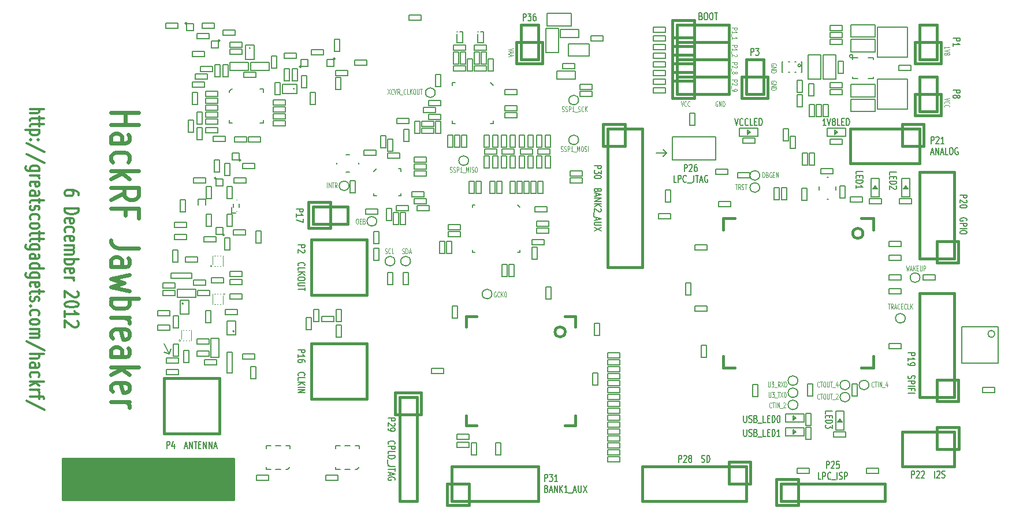
<source format=gto>
G04 (created by PCBNEW (2013-01-23 BZR 3920)-stable) date Mon Jun 10 00:49:26 2013*
%MOIN*%
G04 Gerber Fmt 3.4, Leading zero omitted, Abs format*
%FSLAX34Y34*%
G01*
G70*
G90*
G04 APERTURE LIST*
%ADD10C,2.3622e-06*%
%ADD11C,0.008*%
%ADD12C,0.0075*%
%ADD13C,0.004*%
%ADD14C,0.012*%
%ADD15C,0.024*%
%ADD16C,0.005*%
%ADD17C,0.015*%
%ADD18C,0.007*%
%ADD19C,0.01*%
G04 APERTURE END LIST*
G54D10*
G54D11*
X62400Y-29900D02*
X61800Y-29900D01*
X62400Y-29900D02*
X62200Y-30100D01*
X62400Y-29900D02*
X62200Y-29700D01*
X33700Y-41500D02*
X33400Y-40900D01*
X33700Y-41500D02*
X33400Y-41400D01*
X33700Y-41500D02*
X33800Y-41200D01*
G54D12*
X71607Y-28311D02*
X71435Y-28311D01*
X71521Y-28311D02*
X71521Y-27911D01*
X71492Y-27969D01*
X71464Y-28007D01*
X71435Y-28026D01*
X71692Y-27911D02*
X71792Y-28311D01*
X71892Y-27911D01*
X72035Y-28083D02*
X72007Y-28064D01*
X71992Y-28045D01*
X71978Y-28007D01*
X71978Y-27988D01*
X71992Y-27950D01*
X72007Y-27930D01*
X72035Y-27911D01*
X72092Y-27911D01*
X72121Y-27930D01*
X72135Y-27950D01*
X72150Y-27988D01*
X72150Y-28007D01*
X72135Y-28045D01*
X72121Y-28064D01*
X72092Y-28083D01*
X72035Y-28083D01*
X72007Y-28102D01*
X71992Y-28121D01*
X71978Y-28159D01*
X71978Y-28235D01*
X71992Y-28273D01*
X72007Y-28292D01*
X72035Y-28311D01*
X72092Y-28311D01*
X72121Y-28292D01*
X72135Y-28273D01*
X72150Y-28235D01*
X72150Y-28159D01*
X72135Y-28121D01*
X72121Y-28102D01*
X72092Y-28083D01*
X72421Y-28311D02*
X72278Y-28311D01*
X72278Y-27911D01*
X72521Y-28102D02*
X72621Y-28102D01*
X72664Y-28311D02*
X72521Y-28311D01*
X72521Y-27911D01*
X72664Y-27911D01*
X72792Y-28311D02*
X72792Y-27911D01*
X72864Y-27911D01*
X72907Y-27930D01*
X72935Y-27969D01*
X72950Y-28007D01*
X72964Y-28083D01*
X72964Y-28140D01*
X72950Y-28216D01*
X72935Y-28254D01*
X72907Y-28292D01*
X72864Y-28311D01*
X72792Y-28311D01*
X66342Y-27911D02*
X66442Y-28311D01*
X66542Y-27911D01*
X66814Y-28273D02*
X66800Y-28292D01*
X66757Y-28311D01*
X66728Y-28311D01*
X66685Y-28292D01*
X66657Y-28254D01*
X66642Y-28216D01*
X66628Y-28140D01*
X66628Y-28083D01*
X66642Y-28007D01*
X66657Y-27969D01*
X66685Y-27930D01*
X66728Y-27911D01*
X66757Y-27911D01*
X66800Y-27930D01*
X66814Y-27950D01*
X67114Y-28273D02*
X67100Y-28292D01*
X67057Y-28311D01*
X67028Y-28311D01*
X66985Y-28292D01*
X66957Y-28254D01*
X66942Y-28216D01*
X66928Y-28140D01*
X66928Y-28083D01*
X66942Y-28007D01*
X66957Y-27969D01*
X66985Y-27930D01*
X67028Y-27911D01*
X67057Y-27911D01*
X67100Y-27930D01*
X67114Y-27950D01*
X67385Y-28311D02*
X67242Y-28311D01*
X67242Y-27911D01*
X67485Y-28102D02*
X67585Y-28102D01*
X67628Y-28311D02*
X67485Y-28311D01*
X67485Y-27911D01*
X67628Y-27911D01*
X67757Y-28311D02*
X67757Y-27911D01*
X67828Y-27911D01*
X67871Y-27930D01*
X67900Y-27969D01*
X67914Y-28007D01*
X67928Y-28083D01*
X67928Y-28140D01*
X67914Y-28216D01*
X67900Y-28254D01*
X67871Y-28292D01*
X67828Y-28311D01*
X67757Y-28311D01*
X73338Y-31114D02*
X73338Y-30971D01*
X73738Y-30971D01*
X73547Y-31214D02*
X73547Y-31314D01*
X73338Y-31357D02*
X73338Y-31214D01*
X73738Y-31214D01*
X73738Y-31357D01*
X73338Y-31485D02*
X73738Y-31485D01*
X73738Y-31557D01*
X73719Y-31600D01*
X73680Y-31628D01*
X73642Y-31642D01*
X73566Y-31657D01*
X73509Y-31657D01*
X73433Y-31642D01*
X73395Y-31628D01*
X73357Y-31600D01*
X73338Y-31557D01*
X73338Y-31485D01*
X73338Y-31942D02*
X73338Y-31771D01*
X73338Y-31857D02*
X73738Y-31857D01*
X73680Y-31828D01*
X73642Y-31800D01*
X73623Y-31771D01*
X75288Y-31164D02*
X75288Y-31021D01*
X75688Y-31021D01*
X75497Y-31264D02*
X75497Y-31364D01*
X75288Y-31407D02*
X75288Y-31264D01*
X75688Y-31264D01*
X75688Y-31407D01*
X75288Y-31535D02*
X75688Y-31535D01*
X75688Y-31607D01*
X75669Y-31650D01*
X75630Y-31678D01*
X75592Y-31692D01*
X75516Y-31707D01*
X75459Y-31707D01*
X75383Y-31692D01*
X75345Y-31678D01*
X75307Y-31650D01*
X75288Y-31607D01*
X75288Y-31535D01*
X75650Y-31821D02*
X75669Y-31835D01*
X75688Y-31864D01*
X75688Y-31935D01*
X75669Y-31964D01*
X75650Y-31978D01*
X75611Y-31992D01*
X75573Y-31992D01*
X75516Y-31978D01*
X75288Y-31807D01*
X75288Y-31992D01*
X71588Y-44964D02*
X71588Y-44821D01*
X71988Y-44821D01*
X71797Y-45064D02*
X71797Y-45164D01*
X71588Y-45207D02*
X71588Y-45064D01*
X71988Y-45064D01*
X71988Y-45207D01*
X71588Y-45335D02*
X71988Y-45335D01*
X71988Y-45407D01*
X71969Y-45450D01*
X71930Y-45478D01*
X71892Y-45492D01*
X71816Y-45507D01*
X71759Y-45507D01*
X71683Y-45492D01*
X71645Y-45478D01*
X71607Y-45450D01*
X71588Y-45407D01*
X71588Y-45335D01*
X71988Y-45607D02*
X71988Y-45792D01*
X71835Y-45692D01*
X71835Y-45735D01*
X71816Y-45764D01*
X71797Y-45778D01*
X71759Y-45792D01*
X71664Y-45792D01*
X71626Y-45778D01*
X71607Y-45764D01*
X71588Y-45735D01*
X71588Y-45650D01*
X71607Y-45621D01*
X71626Y-45607D01*
X66857Y-45861D02*
X66857Y-46185D01*
X66871Y-46223D01*
X66885Y-46242D01*
X66914Y-46261D01*
X66971Y-46261D01*
X67000Y-46242D01*
X67014Y-46223D01*
X67028Y-46185D01*
X67028Y-45861D01*
X67157Y-46242D02*
X67200Y-46261D01*
X67271Y-46261D01*
X67300Y-46242D01*
X67314Y-46223D01*
X67328Y-46185D01*
X67328Y-46147D01*
X67314Y-46109D01*
X67300Y-46090D01*
X67271Y-46071D01*
X67214Y-46052D01*
X67185Y-46033D01*
X67171Y-46014D01*
X67157Y-45976D01*
X67157Y-45938D01*
X67171Y-45900D01*
X67185Y-45880D01*
X67214Y-45861D01*
X67285Y-45861D01*
X67328Y-45880D01*
X67557Y-46052D02*
X67600Y-46071D01*
X67614Y-46090D01*
X67628Y-46128D01*
X67628Y-46185D01*
X67614Y-46223D01*
X67600Y-46242D01*
X67571Y-46261D01*
X67457Y-46261D01*
X67457Y-45861D01*
X67557Y-45861D01*
X67585Y-45880D01*
X67600Y-45900D01*
X67614Y-45938D01*
X67614Y-45976D01*
X67600Y-46014D01*
X67585Y-46033D01*
X67557Y-46052D01*
X67457Y-46052D01*
X67685Y-46300D02*
X67914Y-46300D01*
X68128Y-46261D02*
X67985Y-46261D01*
X67985Y-45861D01*
X68228Y-46052D02*
X68328Y-46052D01*
X68371Y-46261D02*
X68228Y-46261D01*
X68228Y-45861D01*
X68371Y-45861D01*
X68500Y-46261D02*
X68500Y-45861D01*
X68571Y-45861D01*
X68614Y-45880D01*
X68642Y-45919D01*
X68657Y-45957D01*
X68671Y-46033D01*
X68671Y-46090D01*
X68657Y-46166D01*
X68642Y-46204D01*
X68614Y-46242D01*
X68571Y-46261D01*
X68500Y-46261D01*
X68957Y-46261D02*
X68785Y-46261D01*
X68871Y-46261D02*
X68871Y-45861D01*
X68842Y-45919D01*
X68814Y-45957D01*
X68785Y-45976D01*
X66857Y-45061D02*
X66857Y-45385D01*
X66871Y-45423D01*
X66885Y-45442D01*
X66914Y-45461D01*
X66971Y-45461D01*
X67000Y-45442D01*
X67014Y-45423D01*
X67028Y-45385D01*
X67028Y-45061D01*
X67157Y-45442D02*
X67200Y-45461D01*
X67271Y-45461D01*
X67300Y-45442D01*
X67314Y-45423D01*
X67328Y-45385D01*
X67328Y-45347D01*
X67314Y-45309D01*
X67300Y-45290D01*
X67271Y-45271D01*
X67214Y-45252D01*
X67185Y-45233D01*
X67171Y-45214D01*
X67157Y-45176D01*
X67157Y-45138D01*
X67171Y-45100D01*
X67185Y-45080D01*
X67214Y-45061D01*
X67285Y-45061D01*
X67328Y-45080D01*
X67557Y-45252D02*
X67600Y-45271D01*
X67614Y-45290D01*
X67628Y-45328D01*
X67628Y-45385D01*
X67614Y-45423D01*
X67600Y-45442D01*
X67571Y-45461D01*
X67457Y-45461D01*
X67457Y-45061D01*
X67557Y-45061D01*
X67585Y-45080D01*
X67600Y-45100D01*
X67614Y-45138D01*
X67614Y-45176D01*
X67600Y-45214D01*
X67585Y-45233D01*
X67557Y-45252D01*
X67457Y-45252D01*
X67685Y-45500D02*
X67914Y-45500D01*
X68128Y-45461D02*
X67985Y-45461D01*
X67985Y-45061D01*
X68228Y-45252D02*
X68328Y-45252D01*
X68371Y-45461D02*
X68228Y-45461D01*
X68228Y-45061D01*
X68371Y-45061D01*
X68500Y-45461D02*
X68500Y-45061D01*
X68571Y-45061D01*
X68614Y-45080D01*
X68642Y-45119D01*
X68657Y-45157D01*
X68671Y-45233D01*
X68671Y-45290D01*
X68657Y-45366D01*
X68642Y-45404D01*
X68614Y-45442D01*
X68571Y-45461D01*
X68500Y-45461D01*
X68857Y-45061D02*
X68885Y-45061D01*
X68914Y-45080D01*
X68928Y-45100D01*
X68942Y-45138D01*
X68957Y-45214D01*
X68957Y-45309D01*
X68942Y-45385D01*
X68928Y-45423D01*
X68914Y-45442D01*
X68885Y-45461D01*
X68857Y-45461D01*
X68828Y-45442D01*
X68814Y-45423D01*
X68800Y-45385D01*
X68785Y-45309D01*
X68785Y-45214D01*
X68800Y-45138D01*
X68814Y-45100D01*
X68828Y-45080D01*
X68857Y-45061D01*
G54D13*
X78428Y-23876D02*
X78428Y-23761D01*
X78428Y-23819D02*
X78728Y-23819D01*
X78685Y-23800D01*
X78657Y-23780D01*
X78642Y-23761D01*
X78728Y-23933D02*
X78428Y-24000D01*
X78728Y-24066D01*
X78600Y-24161D02*
X78614Y-24142D01*
X78628Y-24133D01*
X78657Y-24123D01*
X78671Y-24123D01*
X78700Y-24133D01*
X78714Y-24142D01*
X78728Y-24161D01*
X78728Y-24200D01*
X78714Y-24219D01*
X78700Y-24228D01*
X78671Y-24238D01*
X78657Y-24238D01*
X78628Y-24228D01*
X78614Y-24219D01*
X78600Y-24200D01*
X78600Y-24161D01*
X78585Y-24142D01*
X78571Y-24133D01*
X78542Y-24123D01*
X78485Y-24123D01*
X78457Y-24133D01*
X78442Y-24142D01*
X78428Y-24161D01*
X78428Y-24200D01*
X78442Y-24219D01*
X78457Y-24228D01*
X78485Y-24238D01*
X78542Y-24238D01*
X78571Y-24228D01*
X78585Y-24219D01*
X78600Y-24200D01*
X78728Y-26733D02*
X78428Y-26800D01*
X78728Y-26866D01*
X78457Y-27047D02*
X78442Y-27038D01*
X78428Y-27009D01*
X78428Y-26990D01*
X78442Y-26961D01*
X78471Y-26942D01*
X78500Y-26933D01*
X78557Y-26923D01*
X78600Y-26923D01*
X78657Y-26933D01*
X78685Y-26942D01*
X78714Y-26961D01*
X78728Y-26990D01*
X78728Y-27009D01*
X78714Y-27038D01*
X78700Y-27047D01*
X78457Y-27247D02*
X78442Y-27238D01*
X78428Y-27209D01*
X78428Y-27190D01*
X78442Y-27161D01*
X78471Y-27142D01*
X78500Y-27133D01*
X78557Y-27123D01*
X78600Y-27123D01*
X78657Y-27133D01*
X78685Y-27142D01*
X78714Y-27161D01*
X78728Y-27190D01*
X78728Y-27209D01*
X78714Y-27238D01*
X78700Y-27247D01*
X68714Y-24847D02*
X68728Y-24828D01*
X68728Y-24800D01*
X68714Y-24771D01*
X68685Y-24752D01*
X68657Y-24742D01*
X68600Y-24733D01*
X68557Y-24733D01*
X68500Y-24742D01*
X68471Y-24752D01*
X68442Y-24771D01*
X68428Y-24800D01*
X68428Y-24819D01*
X68442Y-24847D01*
X68457Y-24857D01*
X68557Y-24857D01*
X68557Y-24819D01*
X68428Y-24942D02*
X68728Y-24942D01*
X68428Y-25057D01*
X68728Y-25057D01*
X68428Y-25152D02*
X68728Y-25152D01*
X68728Y-25200D01*
X68714Y-25228D01*
X68685Y-25247D01*
X68657Y-25257D01*
X68600Y-25266D01*
X68557Y-25266D01*
X68500Y-25257D01*
X68471Y-25247D01*
X68442Y-25228D01*
X68428Y-25200D01*
X68428Y-25152D01*
X68714Y-25847D02*
X68728Y-25828D01*
X68728Y-25800D01*
X68714Y-25771D01*
X68685Y-25752D01*
X68657Y-25742D01*
X68600Y-25733D01*
X68557Y-25733D01*
X68500Y-25742D01*
X68471Y-25752D01*
X68442Y-25771D01*
X68428Y-25800D01*
X68428Y-25819D01*
X68442Y-25847D01*
X68457Y-25857D01*
X68557Y-25857D01*
X68557Y-25819D01*
X68428Y-25942D02*
X68728Y-25942D01*
X68428Y-26057D01*
X68728Y-26057D01*
X68428Y-26152D02*
X68728Y-26152D01*
X68728Y-26200D01*
X68714Y-26228D01*
X68685Y-26247D01*
X68657Y-26257D01*
X68600Y-26266D01*
X68557Y-26266D01*
X68500Y-26257D01*
X68471Y-26247D01*
X68442Y-26228D01*
X68428Y-26200D01*
X68428Y-26152D01*
X53578Y-23861D02*
X53278Y-23928D01*
X53578Y-23995D01*
X53364Y-24052D02*
X53364Y-24147D01*
X53278Y-24033D02*
X53578Y-24100D01*
X53278Y-24166D01*
X53364Y-24223D02*
X53364Y-24319D01*
X53278Y-24204D02*
X53578Y-24271D01*
X53278Y-24338D01*
X65347Y-26935D02*
X65328Y-26921D01*
X65300Y-26921D01*
X65271Y-26935D01*
X65252Y-26964D01*
X65242Y-26992D01*
X65233Y-27050D01*
X65233Y-27092D01*
X65242Y-27150D01*
X65252Y-27178D01*
X65271Y-27207D01*
X65300Y-27221D01*
X65319Y-27221D01*
X65347Y-27207D01*
X65357Y-27192D01*
X65357Y-27092D01*
X65319Y-27092D01*
X65442Y-27221D02*
X65442Y-26921D01*
X65557Y-27221D01*
X65557Y-26921D01*
X65652Y-27221D02*
X65652Y-26921D01*
X65700Y-26921D01*
X65728Y-26935D01*
X65747Y-26964D01*
X65757Y-26992D01*
X65766Y-27050D01*
X65766Y-27092D01*
X65757Y-27150D01*
X65747Y-27178D01*
X65728Y-27207D01*
X65700Y-27221D01*
X65652Y-27221D01*
X63233Y-26921D02*
X63300Y-27221D01*
X63366Y-26921D01*
X63547Y-27192D02*
X63538Y-27207D01*
X63509Y-27221D01*
X63490Y-27221D01*
X63461Y-27207D01*
X63442Y-27178D01*
X63433Y-27150D01*
X63423Y-27092D01*
X63423Y-27050D01*
X63433Y-26992D01*
X63442Y-26964D01*
X63461Y-26935D01*
X63490Y-26921D01*
X63509Y-26921D01*
X63538Y-26935D01*
X63547Y-26950D01*
X63747Y-27192D02*
X63738Y-27207D01*
X63709Y-27221D01*
X63690Y-27221D01*
X63661Y-27207D01*
X63642Y-27178D01*
X63633Y-27150D01*
X63623Y-27092D01*
X63623Y-27050D01*
X63633Y-26992D01*
X63642Y-26964D01*
X63661Y-26935D01*
X63690Y-26921D01*
X63709Y-26921D01*
X63738Y-26935D01*
X63747Y-26950D01*
X66178Y-25680D02*
X66478Y-25680D01*
X66478Y-25757D01*
X66464Y-25776D01*
X66450Y-25785D01*
X66421Y-25795D01*
X66378Y-25795D01*
X66350Y-25785D01*
X66335Y-25776D01*
X66321Y-25757D01*
X66321Y-25680D01*
X66450Y-25871D02*
X66464Y-25880D01*
X66478Y-25899D01*
X66478Y-25947D01*
X66464Y-25966D01*
X66450Y-25976D01*
X66421Y-25985D01*
X66392Y-25985D01*
X66350Y-25976D01*
X66178Y-25861D01*
X66178Y-25985D01*
X66150Y-26023D02*
X66150Y-26176D01*
X66178Y-26233D02*
X66178Y-26271D01*
X66192Y-26290D01*
X66207Y-26300D01*
X66250Y-26319D01*
X66307Y-26328D01*
X66421Y-26328D01*
X66450Y-26319D01*
X66464Y-26309D01*
X66478Y-26290D01*
X66478Y-26252D01*
X66464Y-26233D01*
X66450Y-26223D01*
X66421Y-26214D01*
X66350Y-26214D01*
X66321Y-26223D01*
X66307Y-26233D01*
X66292Y-26252D01*
X66292Y-26290D01*
X66307Y-26309D01*
X66321Y-26319D01*
X66350Y-26328D01*
X66178Y-24680D02*
X66478Y-24680D01*
X66478Y-24757D01*
X66464Y-24776D01*
X66450Y-24785D01*
X66421Y-24795D01*
X66378Y-24795D01*
X66350Y-24785D01*
X66335Y-24776D01*
X66321Y-24757D01*
X66321Y-24680D01*
X66450Y-24871D02*
X66464Y-24880D01*
X66478Y-24899D01*
X66478Y-24947D01*
X66464Y-24966D01*
X66450Y-24976D01*
X66421Y-24985D01*
X66392Y-24985D01*
X66350Y-24976D01*
X66178Y-24861D01*
X66178Y-24985D01*
X66150Y-25023D02*
X66150Y-25176D01*
X66350Y-25252D02*
X66364Y-25233D01*
X66378Y-25223D01*
X66407Y-25214D01*
X66421Y-25214D01*
X66450Y-25223D01*
X66464Y-25233D01*
X66478Y-25252D01*
X66478Y-25290D01*
X66464Y-25309D01*
X66450Y-25319D01*
X66421Y-25328D01*
X66407Y-25328D01*
X66378Y-25319D01*
X66364Y-25309D01*
X66350Y-25290D01*
X66350Y-25252D01*
X66335Y-25233D01*
X66321Y-25223D01*
X66292Y-25214D01*
X66235Y-25214D01*
X66207Y-25223D01*
X66192Y-25233D01*
X66178Y-25252D01*
X66178Y-25290D01*
X66192Y-25309D01*
X66207Y-25319D01*
X66235Y-25328D01*
X66292Y-25328D01*
X66321Y-25319D01*
X66335Y-25309D01*
X66350Y-25290D01*
X66178Y-23680D02*
X66478Y-23680D01*
X66478Y-23757D01*
X66464Y-23776D01*
X66450Y-23785D01*
X66421Y-23795D01*
X66378Y-23795D01*
X66350Y-23785D01*
X66335Y-23776D01*
X66321Y-23757D01*
X66321Y-23680D01*
X66178Y-23985D02*
X66178Y-23871D01*
X66178Y-23928D02*
X66478Y-23928D01*
X66435Y-23909D01*
X66407Y-23890D01*
X66392Y-23871D01*
X66150Y-24023D02*
X66150Y-24176D01*
X66450Y-24214D02*
X66464Y-24223D01*
X66478Y-24242D01*
X66478Y-24290D01*
X66464Y-24309D01*
X66450Y-24319D01*
X66421Y-24328D01*
X66392Y-24328D01*
X66350Y-24319D01*
X66178Y-24204D01*
X66178Y-24328D01*
X66178Y-22680D02*
X66478Y-22680D01*
X66478Y-22757D01*
X66464Y-22776D01*
X66450Y-22785D01*
X66421Y-22795D01*
X66378Y-22795D01*
X66350Y-22785D01*
X66335Y-22776D01*
X66321Y-22757D01*
X66321Y-22680D01*
X66178Y-22985D02*
X66178Y-22871D01*
X66178Y-22928D02*
X66478Y-22928D01*
X66435Y-22909D01*
X66407Y-22890D01*
X66392Y-22871D01*
X66150Y-23023D02*
X66150Y-23176D01*
X66178Y-23328D02*
X66178Y-23214D01*
X66178Y-23271D02*
X66478Y-23271D01*
X66435Y-23252D01*
X66407Y-23233D01*
X66392Y-23214D01*
X68461Y-44592D02*
X68452Y-44607D01*
X68423Y-44621D01*
X68404Y-44621D01*
X68376Y-44607D01*
X68357Y-44578D01*
X68347Y-44550D01*
X68338Y-44492D01*
X68338Y-44450D01*
X68347Y-44392D01*
X68357Y-44364D01*
X68376Y-44335D01*
X68404Y-44321D01*
X68423Y-44321D01*
X68452Y-44335D01*
X68461Y-44350D01*
X68519Y-44321D02*
X68633Y-44321D01*
X68576Y-44621D02*
X68576Y-44321D01*
X68700Y-44621D02*
X68700Y-44321D01*
X68795Y-44621D02*
X68795Y-44321D01*
X68909Y-44621D01*
X68909Y-44321D01*
X68957Y-44650D02*
X69109Y-44650D01*
X69147Y-44350D02*
X69157Y-44335D01*
X69176Y-44321D01*
X69223Y-44321D01*
X69242Y-44335D01*
X69252Y-44350D01*
X69261Y-44378D01*
X69261Y-44407D01*
X69252Y-44450D01*
X69138Y-44621D01*
X69261Y-44621D01*
X68299Y-43721D02*
X68299Y-43964D01*
X68309Y-43992D01*
X68319Y-44007D01*
X68338Y-44021D01*
X68376Y-44021D01*
X68395Y-44007D01*
X68404Y-43992D01*
X68414Y-43964D01*
X68414Y-43721D01*
X68490Y-43721D02*
X68614Y-43721D01*
X68547Y-43835D01*
X68576Y-43835D01*
X68595Y-43850D01*
X68604Y-43864D01*
X68614Y-43892D01*
X68614Y-43964D01*
X68604Y-43992D01*
X68595Y-44007D01*
X68576Y-44021D01*
X68519Y-44021D01*
X68499Y-44007D01*
X68490Y-43992D01*
X68652Y-44050D02*
X68804Y-44050D01*
X68823Y-43721D02*
X68938Y-43721D01*
X68880Y-44021D02*
X68880Y-43721D01*
X68985Y-43721D02*
X69119Y-44021D01*
X69119Y-43721D02*
X68985Y-44021D01*
X69195Y-44021D02*
X69195Y-43721D01*
X69242Y-43721D01*
X69271Y-43735D01*
X69290Y-43764D01*
X69300Y-43792D01*
X69309Y-43850D01*
X69309Y-43892D01*
X69300Y-43950D01*
X69290Y-43978D01*
X69271Y-44007D01*
X69242Y-44021D01*
X69195Y-44021D01*
X68276Y-43121D02*
X68276Y-43364D01*
X68285Y-43392D01*
X68295Y-43407D01*
X68314Y-43421D01*
X68352Y-43421D01*
X68371Y-43407D01*
X68380Y-43392D01*
X68390Y-43364D01*
X68390Y-43121D01*
X68466Y-43121D02*
X68590Y-43121D01*
X68523Y-43235D01*
X68552Y-43235D01*
X68571Y-43250D01*
X68580Y-43264D01*
X68590Y-43292D01*
X68590Y-43364D01*
X68580Y-43392D01*
X68571Y-43407D01*
X68552Y-43421D01*
X68495Y-43421D01*
X68476Y-43407D01*
X68466Y-43392D01*
X68628Y-43450D02*
X68780Y-43450D01*
X68942Y-43421D02*
X68876Y-43278D01*
X68828Y-43421D02*
X68828Y-43121D01*
X68904Y-43121D01*
X68923Y-43135D01*
X68933Y-43150D01*
X68942Y-43178D01*
X68942Y-43221D01*
X68933Y-43250D01*
X68923Y-43264D01*
X68904Y-43278D01*
X68828Y-43278D01*
X69009Y-43121D02*
X69142Y-43421D01*
X69142Y-43121D02*
X69009Y-43421D01*
X69219Y-43421D02*
X69219Y-43121D01*
X69266Y-43121D01*
X69295Y-43135D01*
X69314Y-43164D01*
X69323Y-43192D01*
X69333Y-43250D01*
X69333Y-43292D01*
X69323Y-43350D01*
X69314Y-43378D01*
X69295Y-43407D01*
X69266Y-43421D01*
X69219Y-43421D01*
X71228Y-44092D02*
X71219Y-44107D01*
X71190Y-44121D01*
X71171Y-44121D01*
X71142Y-44107D01*
X71123Y-44078D01*
X71114Y-44050D01*
X71104Y-43992D01*
X71104Y-43950D01*
X71114Y-43892D01*
X71123Y-43864D01*
X71142Y-43835D01*
X71171Y-43821D01*
X71190Y-43821D01*
X71219Y-43835D01*
X71228Y-43850D01*
X71285Y-43821D02*
X71400Y-43821D01*
X71342Y-44121D02*
X71342Y-43821D01*
X71504Y-43821D02*
X71542Y-43821D01*
X71561Y-43835D01*
X71580Y-43864D01*
X71590Y-43921D01*
X71590Y-44021D01*
X71580Y-44078D01*
X71561Y-44107D01*
X71542Y-44121D01*
X71504Y-44121D01*
X71485Y-44107D01*
X71466Y-44078D01*
X71457Y-44021D01*
X71457Y-43921D01*
X71466Y-43864D01*
X71485Y-43835D01*
X71504Y-43821D01*
X71676Y-43821D02*
X71676Y-44064D01*
X71685Y-44092D01*
X71695Y-44107D01*
X71714Y-44121D01*
X71752Y-44121D01*
X71771Y-44107D01*
X71780Y-44092D01*
X71790Y-44064D01*
X71790Y-43821D01*
X71857Y-43821D02*
X71971Y-43821D01*
X71914Y-44121D02*
X71914Y-43821D01*
X71990Y-44150D02*
X72142Y-44150D01*
X72180Y-43850D02*
X72190Y-43835D01*
X72209Y-43821D01*
X72257Y-43821D01*
X72276Y-43835D01*
X72285Y-43850D01*
X72295Y-43878D01*
X72295Y-43907D01*
X72285Y-43950D01*
X72171Y-44121D01*
X72295Y-44121D01*
X71228Y-43392D02*
X71219Y-43407D01*
X71190Y-43421D01*
X71171Y-43421D01*
X71142Y-43407D01*
X71123Y-43378D01*
X71114Y-43350D01*
X71104Y-43292D01*
X71104Y-43250D01*
X71114Y-43192D01*
X71123Y-43164D01*
X71142Y-43135D01*
X71171Y-43121D01*
X71190Y-43121D01*
X71219Y-43135D01*
X71228Y-43150D01*
X71285Y-43121D02*
X71400Y-43121D01*
X71342Y-43421D02*
X71342Y-43121D01*
X71504Y-43121D02*
X71542Y-43121D01*
X71561Y-43135D01*
X71580Y-43164D01*
X71590Y-43221D01*
X71590Y-43321D01*
X71580Y-43378D01*
X71561Y-43407D01*
X71542Y-43421D01*
X71504Y-43421D01*
X71485Y-43407D01*
X71466Y-43378D01*
X71457Y-43321D01*
X71457Y-43221D01*
X71466Y-43164D01*
X71485Y-43135D01*
X71504Y-43121D01*
X71676Y-43121D02*
X71676Y-43364D01*
X71685Y-43392D01*
X71695Y-43407D01*
X71714Y-43421D01*
X71752Y-43421D01*
X71771Y-43407D01*
X71780Y-43392D01*
X71790Y-43364D01*
X71790Y-43121D01*
X71857Y-43121D02*
X71971Y-43121D01*
X71914Y-43421D02*
X71914Y-43121D01*
X71990Y-43450D02*
X72142Y-43450D01*
X72276Y-43221D02*
X72276Y-43421D01*
X72228Y-43107D02*
X72180Y-43321D01*
X72304Y-43321D01*
X74361Y-43392D02*
X74352Y-43407D01*
X74323Y-43421D01*
X74304Y-43421D01*
X74276Y-43407D01*
X74257Y-43378D01*
X74247Y-43350D01*
X74238Y-43292D01*
X74238Y-43250D01*
X74247Y-43192D01*
X74257Y-43164D01*
X74276Y-43135D01*
X74304Y-43121D01*
X74323Y-43121D01*
X74352Y-43135D01*
X74361Y-43150D01*
X74419Y-43121D02*
X74533Y-43121D01*
X74476Y-43421D02*
X74476Y-43121D01*
X74600Y-43421D02*
X74600Y-43121D01*
X74695Y-43421D02*
X74695Y-43121D01*
X74809Y-43421D01*
X74809Y-43121D01*
X74857Y-43450D02*
X75009Y-43450D01*
X75142Y-43221D02*
X75142Y-43421D01*
X75095Y-43107D02*
X75047Y-43321D01*
X75171Y-43321D01*
X75185Y-38621D02*
X75300Y-38621D01*
X75242Y-38921D02*
X75242Y-38621D01*
X75480Y-38921D02*
X75414Y-38778D01*
X75366Y-38921D02*
X75366Y-38621D01*
X75442Y-38621D01*
X75461Y-38635D01*
X75471Y-38650D01*
X75480Y-38678D01*
X75480Y-38721D01*
X75471Y-38750D01*
X75461Y-38764D01*
X75442Y-38778D01*
X75366Y-38778D01*
X75557Y-38835D02*
X75652Y-38835D01*
X75538Y-38921D02*
X75604Y-38621D01*
X75671Y-38921D01*
X75852Y-38892D02*
X75842Y-38907D01*
X75814Y-38921D01*
X75795Y-38921D01*
X75766Y-38907D01*
X75747Y-38878D01*
X75738Y-38850D01*
X75728Y-38792D01*
X75728Y-38750D01*
X75738Y-38692D01*
X75747Y-38664D01*
X75766Y-38635D01*
X75795Y-38621D01*
X75814Y-38621D01*
X75842Y-38635D01*
X75852Y-38650D01*
X75938Y-38764D02*
X76004Y-38764D01*
X76033Y-38921D02*
X75938Y-38921D01*
X75938Y-38621D01*
X76033Y-38621D01*
X76233Y-38892D02*
X76223Y-38907D01*
X76195Y-38921D01*
X76176Y-38921D01*
X76147Y-38907D01*
X76128Y-38878D01*
X76119Y-38850D01*
X76109Y-38792D01*
X76109Y-38750D01*
X76119Y-38692D01*
X76128Y-38664D01*
X76147Y-38635D01*
X76176Y-38621D01*
X76195Y-38621D01*
X76223Y-38635D01*
X76233Y-38650D01*
X76414Y-38921D02*
X76319Y-38921D01*
X76319Y-38621D01*
X76480Y-38921D02*
X76480Y-38621D01*
X76595Y-38921D02*
X76509Y-38750D01*
X76595Y-38621D02*
X76480Y-38792D01*
X76233Y-36421D02*
X76280Y-36721D01*
X76319Y-36507D01*
X76357Y-36721D01*
X76404Y-36421D01*
X76471Y-36635D02*
X76566Y-36635D01*
X76452Y-36721D02*
X76519Y-36421D01*
X76585Y-36721D01*
X76652Y-36721D02*
X76652Y-36421D01*
X76766Y-36721D02*
X76680Y-36550D01*
X76766Y-36421D02*
X76652Y-36592D01*
X76852Y-36564D02*
X76919Y-36564D01*
X76947Y-36721D02*
X76852Y-36721D01*
X76852Y-36421D01*
X76947Y-36421D01*
X77033Y-36421D02*
X77033Y-36664D01*
X77042Y-36692D01*
X77052Y-36707D01*
X77071Y-36721D01*
X77109Y-36721D01*
X77128Y-36707D01*
X77138Y-36692D01*
X77147Y-36664D01*
X77147Y-36421D01*
X77242Y-36721D02*
X77242Y-36421D01*
X77319Y-36421D01*
X77338Y-36435D01*
X77347Y-36450D01*
X77357Y-36478D01*
X77357Y-36521D01*
X77347Y-36550D01*
X77338Y-36564D01*
X77319Y-36578D01*
X77242Y-36578D01*
X66371Y-31721D02*
X66485Y-31721D01*
X66428Y-32021D02*
X66428Y-31721D01*
X66666Y-32021D02*
X66600Y-31878D01*
X66552Y-32021D02*
X66552Y-31721D01*
X66628Y-31721D01*
X66647Y-31735D01*
X66657Y-31750D01*
X66666Y-31778D01*
X66666Y-31821D01*
X66657Y-31850D01*
X66647Y-31864D01*
X66628Y-31878D01*
X66552Y-31878D01*
X66742Y-32007D02*
X66771Y-32021D01*
X66819Y-32021D01*
X66838Y-32007D01*
X66847Y-31992D01*
X66857Y-31964D01*
X66857Y-31935D01*
X66847Y-31907D01*
X66838Y-31892D01*
X66819Y-31878D01*
X66780Y-31864D01*
X66761Y-31850D01*
X66752Y-31835D01*
X66742Y-31807D01*
X66742Y-31778D01*
X66752Y-31750D01*
X66761Y-31735D01*
X66780Y-31721D01*
X66828Y-31721D01*
X66857Y-31735D01*
X66914Y-31721D02*
X67028Y-31721D01*
X66971Y-32021D02*
X66971Y-31721D01*
X67952Y-31321D02*
X67952Y-31021D01*
X68000Y-31021D01*
X68028Y-31035D01*
X68047Y-31064D01*
X68057Y-31092D01*
X68066Y-31150D01*
X68066Y-31192D01*
X68057Y-31250D01*
X68047Y-31278D01*
X68028Y-31307D01*
X68000Y-31321D01*
X67952Y-31321D01*
X68219Y-31164D02*
X68247Y-31178D01*
X68257Y-31192D01*
X68266Y-31221D01*
X68266Y-31264D01*
X68257Y-31292D01*
X68247Y-31307D01*
X68228Y-31321D01*
X68152Y-31321D01*
X68152Y-31021D01*
X68219Y-31021D01*
X68238Y-31035D01*
X68247Y-31050D01*
X68257Y-31078D01*
X68257Y-31107D01*
X68247Y-31135D01*
X68238Y-31150D01*
X68219Y-31164D01*
X68152Y-31164D01*
X68457Y-31035D02*
X68438Y-31021D01*
X68409Y-31021D01*
X68380Y-31035D01*
X68361Y-31064D01*
X68352Y-31092D01*
X68342Y-31150D01*
X68342Y-31192D01*
X68352Y-31250D01*
X68361Y-31278D01*
X68380Y-31307D01*
X68409Y-31321D01*
X68428Y-31321D01*
X68457Y-31307D01*
X68466Y-31292D01*
X68466Y-31192D01*
X68428Y-31192D01*
X68552Y-31164D02*
X68619Y-31164D01*
X68647Y-31321D02*
X68552Y-31321D01*
X68552Y-31021D01*
X68647Y-31021D01*
X68733Y-31321D02*
X68733Y-31021D01*
X68847Y-31321D01*
X68847Y-31021D01*
X47157Y-35707D02*
X47185Y-35721D01*
X47233Y-35721D01*
X47252Y-35707D01*
X47261Y-35692D01*
X47271Y-35664D01*
X47271Y-35635D01*
X47261Y-35607D01*
X47252Y-35592D01*
X47233Y-35578D01*
X47195Y-35564D01*
X47176Y-35550D01*
X47166Y-35535D01*
X47157Y-35507D01*
X47157Y-35478D01*
X47166Y-35450D01*
X47176Y-35435D01*
X47195Y-35421D01*
X47242Y-35421D01*
X47271Y-35435D01*
X47357Y-35721D02*
X47357Y-35421D01*
X47404Y-35421D01*
X47433Y-35435D01*
X47452Y-35464D01*
X47461Y-35492D01*
X47471Y-35550D01*
X47471Y-35592D01*
X47461Y-35650D01*
X47452Y-35678D01*
X47433Y-35707D01*
X47404Y-35721D01*
X47357Y-35721D01*
X47547Y-35635D02*
X47642Y-35635D01*
X47528Y-35721D02*
X47595Y-35421D01*
X47661Y-35721D01*
X46161Y-35707D02*
X46190Y-35721D01*
X46238Y-35721D01*
X46257Y-35707D01*
X46266Y-35692D01*
X46276Y-35664D01*
X46276Y-35635D01*
X46266Y-35607D01*
X46257Y-35592D01*
X46238Y-35578D01*
X46200Y-35564D01*
X46180Y-35550D01*
X46171Y-35535D01*
X46161Y-35507D01*
X46161Y-35478D01*
X46171Y-35450D01*
X46180Y-35435D01*
X46200Y-35421D01*
X46247Y-35421D01*
X46276Y-35435D01*
X46476Y-35692D02*
X46466Y-35707D01*
X46438Y-35721D01*
X46419Y-35721D01*
X46390Y-35707D01*
X46371Y-35678D01*
X46361Y-35650D01*
X46352Y-35592D01*
X46352Y-35550D01*
X46361Y-35492D01*
X46371Y-35464D01*
X46390Y-35435D01*
X46419Y-35421D01*
X46438Y-35421D01*
X46466Y-35435D01*
X46476Y-35450D01*
X46657Y-35721D02*
X46561Y-35721D01*
X46561Y-35421D01*
X52557Y-37935D02*
X52538Y-37921D01*
X52509Y-37921D01*
X52480Y-37935D01*
X52461Y-37964D01*
X52452Y-37992D01*
X52442Y-38050D01*
X52442Y-38092D01*
X52452Y-38150D01*
X52461Y-38178D01*
X52480Y-38207D01*
X52509Y-38221D01*
X52528Y-38221D01*
X52557Y-38207D01*
X52566Y-38192D01*
X52566Y-38092D01*
X52528Y-38092D01*
X52766Y-38192D02*
X52757Y-38207D01*
X52728Y-38221D01*
X52709Y-38221D01*
X52680Y-38207D01*
X52661Y-38178D01*
X52652Y-38150D01*
X52642Y-38092D01*
X52642Y-38050D01*
X52652Y-37992D01*
X52661Y-37964D01*
X52680Y-37935D01*
X52709Y-37921D01*
X52728Y-37921D01*
X52757Y-37935D01*
X52766Y-37950D01*
X52852Y-38221D02*
X52852Y-37921D01*
X52966Y-38221D02*
X52880Y-38050D01*
X52966Y-37921D02*
X52852Y-38092D01*
X53090Y-37921D02*
X53109Y-37921D01*
X53128Y-37935D01*
X53138Y-37950D01*
X53147Y-37978D01*
X53157Y-38035D01*
X53157Y-38107D01*
X53147Y-38164D01*
X53138Y-38192D01*
X53128Y-38207D01*
X53109Y-38221D01*
X53090Y-38221D01*
X53071Y-38207D01*
X53061Y-38192D01*
X53052Y-38164D01*
X53042Y-38107D01*
X53042Y-38035D01*
X53052Y-37978D01*
X53061Y-37950D01*
X53071Y-37935D01*
X53090Y-37921D01*
X56314Y-29807D02*
X56342Y-29821D01*
X56390Y-29821D01*
X56409Y-29807D01*
X56419Y-29792D01*
X56428Y-29764D01*
X56428Y-29735D01*
X56419Y-29707D01*
X56409Y-29692D01*
X56390Y-29678D01*
X56352Y-29664D01*
X56333Y-29650D01*
X56323Y-29635D01*
X56314Y-29607D01*
X56314Y-29578D01*
X56323Y-29550D01*
X56333Y-29535D01*
X56352Y-29521D01*
X56399Y-29521D01*
X56428Y-29535D01*
X56504Y-29807D02*
X56533Y-29821D01*
X56580Y-29821D01*
X56600Y-29807D01*
X56609Y-29792D01*
X56619Y-29764D01*
X56619Y-29735D01*
X56609Y-29707D01*
X56600Y-29692D01*
X56580Y-29678D01*
X56542Y-29664D01*
X56523Y-29650D01*
X56514Y-29635D01*
X56504Y-29607D01*
X56504Y-29578D01*
X56514Y-29550D01*
X56523Y-29535D01*
X56542Y-29521D01*
X56590Y-29521D01*
X56619Y-29535D01*
X56704Y-29821D02*
X56704Y-29521D01*
X56780Y-29521D01*
X56800Y-29535D01*
X56809Y-29550D01*
X56819Y-29578D01*
X56819Y-29621D01*
X56809Y-29650D01*
X56800Y-29664D01*
X56780Y-29678D01*
X56704Y-29678D01*
X57009Y-29821D02*
X56895Y-29821D01*
X56952Y-29821D02*
X56952Y-29521D01*
X56933Y-29564D01*
X56914Y-29592D01*
X56895Y-29607D01*
X57047Y-29850D02*
X57200Y-29850D01*
X57247Y-29821D02*
X57247Y-29521D01*
X57314Y-29735D01*
X57380Y-29521D01*
X57380Y-29821D01*
X57514Y-29521D02*
X57552Y-29521D01*
X57571Y-29535D01*
X57590Y-29564D01*
X57600Y-29621D01*
X57600Y-29721D01*
X57590Y-29778D01*
X57571Y-29807D01*
X57552Y-29821D01*
X57514Y-29821D01*
X57495Y-29807D01*
X57476Y-29778D01*
X57466Y-29721D01*
X57466Y-29621D01*
X57476Y-29564D01*
X57495Y-29535D01*
X57514Y-29521D01*
X57676Y-29807D02*
X57704Y-29821D01*
X57752Y-29821D01*
X57771Y-29807D01*
X57780Y-29792D01*
X57790Y-29764D01*
X57790Y-29735D01*
X57780Y-29707D01*
X57771Y-29692D01*
X57752Y-29678D01*
X57714Y-29664D01*
X57695Y-29650D01*
X57685Y-29635D01*
X57676Y-29607D01*
X57676Y-29578D01*
X57685Y-29550D01*
X57695Y-29535D01*
X57714Y-29521D01*
X57761Y-29521D01*
X57790Y-29535D01*
X57876Y-29821D02*
X57876Y-29521D01*
X56380Y-27507D02*
X56409Y-27521D01*
X56457Y-27521D01*
X56476Y-27507D01*
X56485Y-27492D01*
X56495Y-27464D01*
X56495Y-27435D01*
X56485Y-27407D01*
X56476Y-27392D01*
X56457Y-27378D01*
X56419Y-27364D01*
X56399Y-27350D01*
X56390Y-27335D01*
X56380Y-27307D01*
X56380Y-27278D01*
X56390Y-27250D01*
X56399Y-27235D01*
X56419Y-27221D01*
X56466Y-27221D01*
X56495Y-27235D01*
X56571Y-27507D02*
X56599Y-27521D01*
X56647Y-27521D01*
X56666Y-27507D01*
X56676Y-27492D01*
X56685Y-27464D01*
X56685Y-27435D01*
X56676Y-27407D01*
X56666Y-27392D01*
X56647Y-27378D01*
X56609Y-27364D01*
X56590Y-27350D01*
X56580Y-27335D01*
X56571Y-27307D01*
X56571Y-27278D01*
X56580Y-27250D01*
X56590Y-27235D01*
X56609Y-27221D01*
X56657Y-27221D01*
X56685Y-27235D01*
X56771Y-27521D02*
X56771Y-27221D01*
X56847Y-27221D01*
X56866Y-27235D01*
X56876Y-27250D01*
X56885Y-27278D01*
X56885Y-27321D01*
X56876Y-27350D01*
X56866Y-27364D01*
X56847Y-27378D01*
X56771Y-27378D01*
X57076Y-27521D02*
X56961Y-27521D01*
X57019Y-27521D02*
X57019Y-27221D01*
X57000Y-27264D01*
X56980Y-27292D01*
X56961Y-27307D01*
X57114Y-27550D02*
X57266Y-27550D01*
X57304Y-27507D02*
X57333Y-27521D01*
X57380Y-27521D01*
X57400Y-27507D01*
X57409Y-27492D01*
X57419Y-27464D01*
X57419Y-27435D01*
X57409Y-27407D01*
X57400Y-27392D01*
X57380Y-27378D01*
X57342Y-27364D01*
X57323Y-27350D01*
X57314Y-27335D01*
X57304Y-27307D01*
X57304Y-27278D01*
X57314Y-27250D01*
X57323Y-27235D01*
X57342Y-27221D01*
X57390Y-27221D01*
X57419Y-27235D01*
X57619Y-27492D02*
X57609Y-27507D01*
X57580Y-27521D01*
X57561Y-27521D01*
X57533Y-27507D01*
X57514Y-27478D01*
X57504Y-27450D01*
X57495Y-27392D01*
X57495Y-27350D01*
X57504Y-27292D01*
X57514Y-27264D01*
X57533Y-27235D01*
X57561Y-27221D01*
X57580Y-27221D01*
X57609Y-27235D01*
X57619Y-27250D01*
X57704Y-27521D02*
X57704Y-27221D01*
X57819Y-27521D02*
X57733Y-27350D01*
X57819Y-27221D02*
X57704Y-27392D01*
X49914Y-31007D02*
X49942Y-31021D01*
X49990Y-31021D01*
X50009Y-31007D01*
X50019Y-30992D01*
X50028Y-30964D01*
X50028Y-30935D01*
X50019Y-30907D01*
X50009Y-30892D01*
X49990Y-30878D01*
X49952Y-30864D01*
X49933Y-30850D01*
X49923Y-30835D01*
X49914Y-30807D01*
X49914Y-30778D01*
X49923Y-30750D01*
X49933Y-30735D01*
X49952Y-30721D01*
X49999Y-30721D01*
X50028Y-30735D01*
X50104Y-31007D02*
X50133Y-31021D01*
X50180Y-31021D01*
X50200Y-31007D01*
X50209Y-30992D01*
X50219Y-30964D01*
X50219Y-30935D01*
X50209Y-30907D01*
X50200Y-30892D01*
X50180Y-30878D01*
X50142Y-30864D01*
X50123Y-30850D01*
X50114Y-30835D01*
X50104Y-30807D01*
X50104Y-30778D01*
X50114Y-30750D01*
X50123Y-30735D01*
X50142Y-30721D01*
X50190Y-30721D01*
X50219Y-30735D01*
X50304Y-31021D02*
X50304Y-30721D01*
X50380Y-30721D01*
X50400Y-30735D01*
X50409Y-30750D01*
X50419Y-30778D01*
X50419Y-30821D01*
X50409Y-30850D01*
X50400Y-30864D01*
X50380Y-30878D01*
X50304Y-30878D01*
X50609Y-31021D02*
X50495Y-31021D01*
X50552Y-31021D02*
X50552Y-30721D01*
X50533Y-30764D01*
X50514Y-30792D01*
X50495Y-30807D01*
X50647Y-31050D02*
X50800Y-31050D01*
X50847Y-31021D02*
X50847Y-30721D01*
X50914Y-30935D01*
X50980Y-30721D01*
X50980Y-31021D01*
X51076Y-31021D02*
X51076Y-30721D01*
X51161Y-31007D02*
X51190Y-31021D01*
X51238Y-31021D01*
X51257Y-31007D01*
X51266Y-30992D01*
X51276Y-30964D01*
X51276Y-30935D01*
X51266Y-30907D01*
X51257Y-30892D01*
X51238Y-30878D01*
X51200Y-30864D01*
X51180Y-30850D01*
X51171Y-30835D01*
X51161Y-30807D01*
X51161Y-30778D01*
X51171Y-30750D01*
X51180Y-30735D01*
X51200Y-30721D01*
X51247Y-30721D01*
X51276Y-30735D01*
X51400Y-30721D02*
X51438Y-30721D01*
X51457Y-30735D01*
X51476Y-30764D01*
X51485Y-30821D01*
X51485Y-30921D01*
X51476Y-30978D01*
X51457Y-31007D01*
X51438Y-31021D01*
X51400Y-31021D01*
X51380Y-31007D01*
X51361Y-30978D01*
X51352Y-30921D01*
X51352Y-30821D01*
X51361Y-30764D01*
X51380Y-30735D01*
X51400Y-30721D01*
X46304Y-26221D02*
X46438Y-26521D01*
X46438Y-26221D02*
X46304Y-26521D01*
X46628Y-26492D02*
X46619Y-26507D01*
X46590Y-26521D01*
X46571Y-26521D01*
X46542Y-26507D01*
X46523Y-26478D01*
X46514Y-26450D01*
X46504Y-26392D01*
X46504Y-26350D01*
X46514Y-26292D01*
X46523Y-26264D01*
X46542Y-26235D01*
X46571Y-26221D01*
X46590Y-26221D01*
X46619Y-26235D01*
X46628Y-26250D01*
X46685Y-26221D02*
X46752Y-26521D01*
X46819Y-26221D01*
X47000Y-26521D02*
X46933Y-26378D01*
X46885Y-26521D02*
X46885Y-26221D01*
X46961Y-26221D01*
X46980Y-26235D01*
X46990Y-26250D01*
X47000Y-26278D01*
X47000Y-26321D01*
X46990Y-26350D01*
X46980Y-26364D01*
X46961Y-26378D01*
X46885Y-26378D01*
X47038Y-26550D02*
X47190Y-26550D01*
X47352Y-26492D02*
X47342Y-26507D01*
X47314Y-26521D01*
X47295Y-26521D01*
X47266Y-26507D01*
X47247Y-26478D01*
X47238Y-26450D01*
X47228Y-26392D01*
X47228Y-26350D01*
X47238Y-26292D01*
X47247Y-26264D01*
X47266Y-26235D01*
X47295Y-26221D01*
X47314Y-26221D01*
X47342Y-26235D01*
X47352Y-26250D01*
X47533Y-26521D02*
X47438Y-26521D01*
X47438Y-26221D01*
X47600Y-26521D02*
X47600Y-26221D01*
X47714Y-26521D02*
X47628Y-26350D01*
X47714Y-26221D02*
X47600Y-26392D01*
X47838Y-26221D02*
X47876Y-26221D01*
X47895Y-26235D01*
X47914Y-26264D01*
X47923Y-26321D01*
X47923Y-26421D01*
X47914Y-26478D01*
X47895Y-26507D01*
X47876Y-26521D01*
X47838Y-26521D01*
X47819Y-26507D01*
X47800Y-26478D01*
X47790Y-26421D01*
X47790Y-26321D01*
X47800Y-26264D01*
X47819Y-26235D01*
X47838Y-26221D01*
X48009Y-26221D02*
X48009Y-26464D01*
X48019Y-26492D01*
X48028Y-26507D01*
X48047Y-26521D01*
X48085Y-26521D01*
X48104Y-26507D01*
X48114Y-26492D01*
X48123Y-26464D01*
X48123Y-26221D01*
X48190Y-26221D02*
X48304Y-26221D01*
X48247Y-26521D02*
X48247Y-26221D01*
X44540Y-33691D02*
X44578Y-33691D01*
X44597Y-33705D01*
X44616Y-33734D01*
X44626Y-33791D01*
X44626Y-33891D01*
X44616Y-33948D01*
X44597Y-33977D01*
X44578Y-33991D01*
X44540Y-33991D01*
X44521Y-33977D01*
X44502Y-33948D01*
X44492Y-33891D01*
X44492Y-33791D01*
X44502Y-33734D01*
X44521Y-33705D01*
X44540Y-33691D01*
X44711Y-33834D02*
X44778Y-33834D01*
X44807Y-33991D02*
X44711Y-33991D01*
X44711Y-33691D01*
X44807Y-33691D01*
X44959Y-33834D02*
X44988Y-33848D01*
X44997Y-33862D01*
X45007Y-33891D01*
X45007Y-33934D01*
X44997Y-33962D01*
X44988Y-33977D01*
X44969Y-33991D01*
X44892Y-33991D01*
X44892Y-33691D01*
X44959Y-33691D01*
X44978Y-33705D01*
X44988Y-33720D01*
X44997Y-33748D01*
X44997Y-33777D01*
X44988Y-33805D01*
X44978Y-33820D01*
X44959Y-33834D01*
X44892Y-33834D01*
X42819Y-31921D02*
X42819Y-31621D01*
X42914Y-31921D02*
X42914Y-31621D01*
X43028Y-31921D01*
X43028Y-31621D01*
X43095Y-31621D02*
X43209Y-31621D01*
X43152Y-31921D02*
X43152Y-31621D01*
X43390Y-31921D02*
X43323Y-31778D01*
X43276Y-31921D02*
X43276Y-31621D01*
X43352Y-31621D01*
X43371Y-31635D01*
X43380Y-31650D01*
X43390Y-31678D01*
X43390Y-31721D01*
X43380Y-31750D01*
X43371Y-31764D01*
X43352Y-31778D01*
X43276Y-31778D01*
G54D12*
X78938Y-23278D02*
X79338Y-23278D01*
X79338Y-23392D01*
X79319Y-23421D01*
X79300Y-23435D01*
X79261Y-23450D01*
X79204Y-23450D01*
X79166Y-23435D01*
X79147Y-23421D01*
X79128Y-23392D01*
X79128Y-23278D01*
X78938Y-23735D02*
X78938Y-23564D01*
X78938Y-23650D02*
X79338Y-23650D01*
X79280Y-23621D01*
X79242Y-23592D01*
X79223Y-23564D01*
X78938Y-26278D02*
X79338Y-26278D01*
X79338Y-26392D01*
X79319Y-26421D01*
X79300Y-26435D01*
X79261Y-26450D01*
X79204Y-26450D01*
X79166Y-26435D01*
X79147Y-26421D01*
X79128Y-26392D01*
X79128Y-26278D01*
X79166Y-26621D02*
X79185Y-26592D01*
X79204Y-26578D01*
X79242Y-26564D01*
X79261Y-26564D01*
X79300Y-26578D01*
X79319Y-26592D01*
X79338Y-26621D01*
X79338Y-26678D01*
X79319Y-26707D01*
X79300Y-26721D01*
X79261Y-26735D01*
X79242Y-26735D01*
X79204Y-26721D01*
X79185Y-26707D01*
X79166Y-26678D01*
X79166Y-26621D01*
X79147Y-26592D01*
X79128Y-26578D01*
X79090Y-26564D01*
X79014Y-26564D01*
X78976Y-26578D01*
X78957Y-26592D01*
X78938Y-26621D01*
X78938Y-26678D01*
X78957Y-26707D01*
X78976Y-26721D01*
X79014Y-26735D01*
X79090Y-26735D01*
X79128Y-26721D01*
X79147Y-26707D01*
X79166Y-26678D01*
X77671Y-29361D02*
X77671Y-28961D01*
X77785Y-28961D01*
X77814Y-28980D01*
X77828Y-29000D01*
X77842Y-29038D01*
X77842Y-29095D01*
X77828Y-29133D01*
X77814Y-29152D01*
X77785Y-29171D01*
X77671Y-29171D01*
X77957Y-29000D02*
X77971Y-28980D01*
X78000Y-28961D01*
X78071Y-28961D01*
X78100Y-28980D01*
X78114Y-29000D01*
X78128Y-29038D01*
X78128Y-29076D01*
X78114Y-29133D01*
X77942Y-29361D01*
X78128Y-29361D01*
X78414Y-29361D02*
X78242Y-29361D01*
X78328Y-29361D02*
X78328Y-28961D01*
X78300Y-29019D01*
X78271Y-29057D01*
X78242Y-29076D01*
X77657Y-29882D02*
X77800Y-29882D01*
X77628Y-29996D02*
X77728Y-29596D01*
X77828Y-29996D01*
X77928Y-29996D02*
X77928Y-29596D01*
X78100Y-29996D01*
X78100Y-29596D01*
X78228Y-29882D02*
X78371Y-29882D01*
X78200Y-29996D02*
X78300Y-29596D01*
X78400Y-29996D01*
X78642Y-29996D02*
X78500Y-29996D01*
X78500Y-29596D01*
X78800Y-29596D02*
X78857Y-29596D01*
X78885Y-29615D01*
X78914Y-29654D01*
X78928Y-29730D01*
X78928Y-29863D01*
X78914Y-29939D01*
X78885Y-29977D01*
X78857Y-29996D01*
X78800Y-29996D01*
X78771Y-29977D01*
X78742Y-29939D01*
X78728Y-29863D01*
X78728Y-29730D01*
X78742Y-29654D01*
X78771Y-29615D01*
X78800Y-29596D01*
X79214Y-29615D02*
X79185Y-29596D01*
X79142Y-29596D01*
X79100Y-29615D01*
X79071Y-29654D01*
X79057Y-29692D01*
X79042Y-29768D01*
X79042Y-29825D01*
X79057Y-29901D01*
X79071Y-29939D01*
X79100Y-29977D01*
X79142Y-29996D01*
X79171Y-29996D01*
X79214Y-29977D01*
X79228Y-29958D01*
X79228Y-29825D01*
X79171Y-29825D01*
X79338Y-32328D02*
X79738Y-32328D01*
X79738Y-32442D01*
X79719Y-32471D01*
X79700Y-32485D01*
X79661Y-32500D01*
X79604Y-32500D01*
X79566Y-32485D01*
X79547Y-32471D01*
X79528Y-32442D01*
X79528Y-32328D01*
X79700Y-32614D02*
X79719Y-32628D01*
X79738Y-32657D01*
X79738Y-32728D01*
X79719Y-32757D01*
X79700Y-32771D01*
X79661Y-32785D01*
X79623Y-32785D01*
X79566Y-32771D01*
X79338Y-32600D01*
X79338Y-32785D01*
X79738Y-32971D02*
X79738Y-33000D01*
X79719Y-33028D01*
X79700Y-33042D01*
X79661Y-33057D01*
X79585Y-33071D01*
X79490Y-33071D01*
X79414Y-33057D01*
X79376Y-33042D01*
X79357Y-33028D01*
X79338Y-33000D01*
X79338Y-32971D01*
X79357Y-32942D01*
X79376Y-32928D01*
X79414Y-32914D01*
X79490Y-32900D01*
X79585Y-32900D01*
X79661Y-32914D01*
X79700Y-32928D01*
X79719Y-32942D01*
X79738Y-32971D01*
X79719Y-33814D02*
X79738Y-33785D01*
X79738Y-33742D01*
X79719Y-33700D01*
X79680Y-33671D01*
X79642Y-33657D01*
X79566Y-33642D01*
X79509Y-33642D01*
X79433Y-33657D01*
X79395Y-33671D01*
X79357Y-33700D01*
X79338Y-33742D01*
X79338Y-33771D01*
X79357Y-33814D01*
X79376Y-33828D01*
X79509Y-33828D01*
X79509Y-33771D01*
X79338Y-33957D02*
X79738Y-33957D01*
X79738Y-34071D01*
X79719Y-34100D01*
X79700Y-34114D01*
X79661Y-34128D01*
X79604Y-34128D01*
X79566Y-34114D01*
X79547Y-34100D01*
X79528Y-34071D01*
X79528Y-33957D01*
X79338Y-34257D02*
X79738Y-34257D01*
X79738Y-34457D02*
X79738Y-34514D01*
X79719Y-34542D01*
X79680Y-34571D01*
X79604Y-34585D01*
X79471Y-34585D01*
X79395Y-34571D01*
X79357Y-34542D01*
X79338Y-34514D01*
X79338Y-34457D01*
X79357Y-34428D01*
X79395Y-34400D01*
X79471Y-34385D01*
X79604Y-34385D01*
X79680Y-34400D01*
X79719Y-34428D01*
X79738Y-34457D01*
X76338Y-41442D02*
X76738Y-41442D01*
X76738Y-41557D01*
X76719Y-41585D01*
X76700Y-41600D01*
X76661Y-41614D01*
X76604Y-41614D01*
X76566Y-41600D01*
X76547Y-41585D01*
X76528Y-41557D01*
X76528Y-41442D01*
X76338Y-41900D02*
X76338Y-41728D01*
X76338Y-41814D02*
X76738Y-41814D01*
X76680Y-41785D01*
X76642Y-41757D01*
X76623Y-41728D01*
X76338Y-42042D02*
X76338Y-42100D01*
X76357Y-42128D01*
X76376Y-42142D01*
X76433Y-42171D01*
X76509Y-42185D01*
X76661Y-42185D01*
X76700Y-42171D01*
X76719Y-42157D01*
X76738Y-42128D01*
X76738Y-42071D01*
X76719Y-42042D01*
X76700Y-42028D01*
X76661Y-42014D01*
X76566Y-42014D01*
X76528Y-42028D01*
X76509Y-42042D01*
X76490Y-42071D01*
X76490Y-42128D01*
X76509Y-42157D01*
X76528Y-42171D01*
X76566Y-42185D01*
X76357Y-42757D02*
X76338Y-42800D01*
X76338Y-42871D01*
X76357Y-42900D01*
X76376Y-42914D01*
X76414Y-42928D01*
X76452Y-42928D01*
X76490Y-42914D01*
X76509Y-42900D01*
X76528Y-42871D01*
X76547Y-42814D01*
X76566Y-42785D01*
X76585Y-42771D01*
X76623Y-42757D01*
X76661Y-42757D01*
X76700Y-42771D01*
X76719Y-42785D01*
X76738Y-42814D01*
X76738Y-42885D01*
X76719Y-42928D01*
X76338Y-43057D02*
X76738Y-43057D01*
X76738Y-43171D01*
X76719Y-43200D01*
X76700Y-43214D01*
X76661Y-43228D01*
X76604Y-43228D01*
X76566Y-43214D01*
X76547Y-43200D01*
X76528Y-43171D01*
X76528Y-43057D01*
X76338Y-43357D02*
X76738Y-43357D01*
X76547Y-43600D02*
X76547Y-43500D01*
X76338Y-43500D02*
X76738Y-43500D01*
X76738Y-43642D01*
X76338Y-43757D02*
X76738Y-43757D01*
X76550Y-48661D02*
X76550Y-48261D01*
X76664Y-48261D01*
X76692Y-48280D01*
X76707Y-48300D01*
X76721Y-48338D01*
X76721Y-48395D01*
X76707Y-48433D01*
X76692Y-48452D01*
X76664Y-48471D01*
X76550Y-48471D01*
X76835Y-48300D02*
X76850Y-48280D01*
X76878Y-48261D01*
X76950Y-48261D01*
X76978Y-48280D01*
X76992Y-48300D01*
X77007Y-48338D01*
X77007Y-48376D01*
X76992Y-48433D01*
X76821Y-48661D01*
X77007Y-48661D01*
X77121Y-48300D02*
X77135Y-48280D01*
X77164Y-48261D01*
X77235Y-48261D01*
X77264Y-48280D01*
X77278Y-48300D01*
X77292Y-48338D01*
X77292Y-48376D01*
X77278Y-48433D01*
X77107Y-48661D01*
X77292Y-48661D01*
X77878Y-48661D02*
X77878Y-48261D01*
X78007Y-48300D02*
X78021Y-48280D01*
X78050Y-48261D01*
X78121Y-48261D01*
X78150Y-48280D01*
X78164Y-48300D01*
X78178Y-48338D01*
X78178Y-48376D01*
X78164Y-48433D01*
X77992Y-48661D01*
X78178Y-48661D01*
X78292Y-48642D02*
X78335Y-48661D01*
X78407Y-48661D01*
X78435Y-48642D01*
X78450Y-48623D01*
X78464Y-48585D01*
X78464Y-48547D01*
X78450Y-48509D01*
X78435Y-48490D01*
X78407Y-48471D01*
X78350Y-48452D01*
X78321Y-48433D01*
X78307Y-48414D01*
X78292Y-48376D01*
X78292Y-48338D01*
X78307Y-48300D01*
X78321Y-48280D01*
X78350Y-48261D01*
X78421Y-48261D01*
X78464Y-48280D01*
X71635Y-48111D02*
X71635Y-47711D01*
X71750Y-47711D01*
X71778Y-47730D01*
X71792Y-47750D01*
X71807Y-47788D01*
X71807Y-47845D01*
X71792Y-47883D01*
X71778Y-47902D01*
X71750Y-47921D01*
X71635Y-47921D01*
X71921Y-47750D02*
X71935Y-47730D01*
X71964Y-47711D01*
X72035Y-47711D01*
X72064Y-47730D01*
X72078Y-47750D01*
X72092Y-47788D01*
X72092Y-47826D01*
X72078Y-47883D01*
X71907Y-48111D01*
X72092Y-48111D01*
X72364Y-47711D02*
X72221Y-47711D01*
X72207Y-47902D01*
X72221Y-47883D01*
X72250Y-47864D01*
X72321Y-47864D01*
X72350Y-47883D01*
X72364Y-47902D01*
X72378Y-47940D01*
X72378Y-48035D01*
X72364Y-48073D01*
X72350Y-48092D01*
X72321Y-48111D01*
X72250Y-48111D01*
X72221Y-48092D01*
X72207Y-48073D01*
X71314Y-48746D02*
X71171Y-48746D01*
X71171Y-48346D01*
X71414Y-48746D02*
X71414Y-48346D01*
X71528Y-48346D01*
X71557Y-48365D01*
X71571Y-48385D01*
X71585Y-48423D01*
X71585Y-48480D01*
X71571Y-48518D01*
X71557Y-48537D01*
X71528Y-48556D01*
X71414Y-48556D01*
X71885Y-48708D02*
X71871Y-48727D01*
X71828Y-48746D01*
X71800Y-48746D01*
X71757Y-48727D01*
X71728Y-48689D01*
X71714Y-48651D01*
X71700Y-48575D01*
X71700Y-48518D01*
X71714Y-48442D01*
X71728Y-48404D01*
X71757Y-48365D01*
X71800Y-48346D01*
X71828Y-48346D01*
X71871Y-48365D01*
X71885Y-48385D01*
X71942Y-48785D02*
X72171Y-48785D01*
X72242Y-48746D02*
X72242Y-48346D01*
X72371Y-48727D02*
X72414Y-48746D01*
X72485Y-48746D01*
X72514Y-48727D01*
X72528Y-48708D01*
X72542Y-48670D01*
X72542Y-48632D01*
X72528Y-48594D01*
X72514Y-48575D01*
X72485Y-48556D01*
X72428Y-48537D01*
X72400Y-48518D01*
X72385Y-48499D01*
X72371Y-48461D01*
X72371Y-48423D01*
X72385Y-48385D01*
X72400Y-48365D01*
X72428Y-48346D01*
X72500Y-48346D01*
X72542Y-48365D01*
X72671Y-48746D02*
X72671Y-48346D01*
X72785Y-48346D01*
X72814Y-48365D01*
X72828Y-48385D01*
X72842Y-48423D01*
X72842Y-48480D01*
X72828Y-48518D01*
X72814Y-48537D01*
X72785Y-48556D01*
X72671Y-48556D01*
X63114Y-47761D02*
X63114Y-47361D01*
X63228Y-47361D01*
X63257Y-47380D01*
X63271Y-47400D01*
X63285Y-47438D01*
X63285Y-47495D01*
X63271Y-47533D01*
X63257Y-47552D01*
X63228Y-47571D01*
X63114Y-47571D01*
X63400Y-47400D02*
X63414Y-47380D01*
X63442Y-47361D01*
X63514Y-47361D01*
X63542Y-47380D01*
X63557Y-47400D01*
X63571Y-47438D01*
X63571Y-47476D01*
X63557Y-47533D01*
X63385Y-47761D01*
X63571Y-47761D01*
X63742Y-47533D02*
X63714Y-47514D01*
X63700Y-47495D01*
X63685Y-47457D01*
X63685Y-47438D01*
X63700Y-47400D01*
X63714Y-47380D01*
X63742Y-47361D01*
X63800Y-47361D01*
X63828Y-47380D01*
X63842Y-47400D01*
X63857Y-47438D01*
X63857Y-47457D01*
X63842Y-47495D01*
X63828Y-47514D01*
X63800Y-47533D01*
X63742Y-47533D01*
X63714Y-47552D01*
X63700Y-47571D01*
X63685Y-47609D01*
X63685Y-47685D01*
X63700Y-47723D01*
X63714Y-47742D01*
X63742Y-47761D01*
X63800Y-47761D01*
X63828Y-47742D01*
X63842Y-47723D01*
X63857Y-47685D01*
X63857Y-47609D01*
X63842Y-47571D01*
X63828Y-47552D01*
X63800Y-47533D01*
X64428Y-47742D02*
X64471Y-47761D01*
X64542Y-47761D01*
X64571Y-47742D01*
X64585Y-47723D01*
X64599Y-47685D01*
X64599Y-47647D01*
X64585Y-47609D01*
X64571Y-47590D01*
X64542Y-47571D01*
X64485Y-47552D01*
X64457Y-47533D01*
X64442Y-47514D01*
X64428Y-47476D01*
X64428Y-47438D01*
X64442Y-47400D01*
X64457Y-47380D01*
X64485Y-47361D01*
X64557Y-47361D01*
X64599Y-47380D01*
X64728Y-47761D02*
X64728Y-47361D01*
X64799Y-47361D01*
X64842Y-47380D01*
X64871Y-47419D01*
X64885Y-47457D01*
X64899Y-47533D01*
X64899Y-47590D01*
X64885Y-47666D01*
X64871Y-47704D01*
X64842Y-47742D01*
X64799Y-47761D01*
X64728Y-47761D01*
X55371Y-48861D02*
X55371Y-48461D01*
X55485Y-48461D01*
X55514Y-48480D01*
X55528Y-48500D01*
X55542Y-48538D01*
X55542Y-48595D01*
X55528Y-48633D01*
X55514Y-48652D01*
X55485Y-48671D01*
X55371Y-48671D01*
X55642Y-48461D02*
X55828Y-48461D01*
X55728Y-48614D01*
X55771Y-48614D01*
X55800Y-48633D01*
X55814Y-48652D01*
X55828Y-48690D01*
X55828Y-48785D01*
X55814Y-48823D01*
X55800Y-48842D01*
X55771Y-48861D01*
X55685Y-48861D01*
X55657Y-48842D01*
X55642Y-48823D01*
X56114Y-48861D02*
X55942Y-48861D01*
X56028Y-48861D02*
X56028Y-48461D01*
X56000Y-48519D01*
X55971Y-48557D01*
X55942Y-48576D01*
X55471Y-49287D02*
X55514Y-49306D01*
X55528Y-49325D01*
X55542Y-49363D01*
X55542Y-49420D01*
X55528Y-49458D01*
X55514Y-49477D01*
X55485Y-49496D01*
X55371Y-49496D01*
X55371Y-49096D01*
X55471Y-49096D01*
X55500Y-49115D01*
X55514Y-49135D01*
X55528Y-49173D01*
X55528Y-49211D01*
X55514Y-49249D01*
X55500Y-49268D01*
X55471Y-49287D01*
X55371Y-49287D01*
X55657Y-49382D02*
X55800Y-49382D01*
X55628Y-49496D02*
X55728Y-49096D01*
X55828Y-49496D01*
X55928Y-49496D02*
X55928Y-49096D01*
X56100Y-49496D01*
X56100Y-49096D01*
X56242Y-49496D02*
X56242Y-49096D01*
X56414Y-49496D02*
X56285Y-49268D01*
X56414Y-49096D02*
X56242Y-49325D01*
X56700Y-49496D02*
X56528Y-49496D01*
X56614Y-49496D02*
X56614Y-49096D01*
X56585Y-49154D01*
X56557Y-49192D01*
X56528Y-49211D01*
X56757Y-49535D02*
X56985Y-49535D01*
X57042Y-49382D02*
X57185Y-49382D01*
X57014Y-49496D02*
X57114Y-49096D01*
X57214Y-49496D01*
X57314Y-49096D02*
X57314Y-49420D01*
X57328Y-49458D01*
X57342Y-49477D01*
X57371Y-49496D01*
X57428Y-49496D01*
X57457Y-49477D01*
X57471Y-49458D01*
X57485Y-49420D01*
X57485Y-49096D01*
X57600Y-49096D02*
X57800Y-49496D01*
X57800Y-49096D02*
X57600Y-49496D01*
X63435Y-30961D02*
X63435Y-30561D01*
X63550Y-30561D01*
X63578Y-30580D01*
X63592Y-30600D01*
X63607Y-30638D01*
X63607Y-30695D01*
X63592Y-30733D01*
X63578Y-30752D01*
X63550Y-30771D01*
X63435Y-30771D01*
X63721Y-30600D02*
X63735Y-30580D01*
X63764Y-30561D01*
X63835Y-30561D01*
X63864Y-30580D01*
X63878Y-30600D01*
X63892Y-30638D01*
X63892Y-30676D01*
X63878Y-30733D01*
X63707Y-30961D01*
X63892Y-30961D01*
X64150Y-30561D02*
X64092Y-30561D01*
X64064Y-30580D01*
X64050Y-30600D01*
X64021Y-30657D01*
X64007Y-30733D01*
X64007Y-30885D01*
X64021Y-30923D01*
X64035Y-30942D01*
X64064Y-30961D01*
X64121Y-30961D01*
X64150Y-30942D01*
X64164Y-30923D01*
X64178Y-30885D01*
X64178Y-30790D01*
X64164Y-30752D01*
X64150Y-30733D01*
X64121Y-30714D01*
X64064Y-30714D01*
X64035Y-30733D01*
X64021Y-30752D01*
X64007Y-30790D01*
X62971Y-31596D02*
X62828Y-31596D01*
X62828Y-31196D01*
X63071Y-31596D02*
X63071Y-31196D01*
X63185Y-31196D01*
X63214Y-31215D01*
X63228Y-31235D01*
X63242Y-31273D01*
X63242Y-31330D01*
X63228Y-31368D01*
X63214Y-31387D01*
X63185Y-31406D01*
X63071Y-31406D01*
X63542Y-31558D02*
X63528Y-31577D01*
X63485Y-31596D01*
X63457Y-31596D01*
X63414Y-31577D01*
X63385Y-31539D01*
X63371Y-31501D01*
X63357Y-31425D01*
X63357Y-31368D01*
X63371Y-31292D01*
X63385Y-31254D01*
X63414Y-31215D01*
X63457Y-31196D01*
X63485Y-31196D01*
X63528Y-31215D01*
X63542Y-31235D01*
X63600Y-31635D02*
X63828Y-31635D01*
X63985Y-31196D02*
X63985Y-31482D01*
X63971Y-31539D01*
X63942Y-31577D01*
X63900Y-31596D01*
X63871Y-31596D01*
X64085Y-31196D02*
X64257Y-31196D01*
X64171Y-31596D02*
X64171Y-31196D01*
X64342Y-31482D02*
X64485Y-31482D01*
X64314Y-31596D02*
X64414Y-31196D01*
X64514Y-31596D01*
X64771Y-31215D02*
X64742Y-31196D01*
X64700Y-31196D01*
X64657Y-31215D01*
X64628Y-31254D01*
X64614Y-31292D01*
X64600Y-31368D01*
X64600Y-31425D01*
X64614Y-31501D01*
X64628Y-31539D01*
X64657Y-31577D01*
X64700Y-31596D01*
X64728Y-31596D01*
X64771Y-31577D01*
X64785Y-31558D01*
X64785Y-31425D01*
X64728Y-31425D01*
X67278Y-24261D02*
X67278Y-23861D01*
X67392Y-23861D01*
X67421Y-23880D01*
X67435Y-23900D01*
X67450Y-23938D01*
X67450Y-23995D01*
X67435Y-24033D01*
X67421Y-24052D01*
X67392Y-24071D01*
X67278Y-24071D01*
X67550Y-23861D02*
X67735Y-23861D01*
X67635Y-24014D01*
X67678Y-24014D01*
X67707Y-24033D01*
X67721Y-24052D01*
X67735Y-24090D01*
X67735Y-24185D01*
X67721Y-24223D01*
X67707Y-24242D01*
X67678Y-24261D01*
X67592Y-24261D01*
X67564Y-24242D01*
X67550Y-24223D01*
X64392Y-22002D02*
X64435Y-22021D01*
X64450Y-22040D01*
X64464Y-22078D01*
X64464Y-22135D01*
X64450Y-22173D01*
X64435Y-22192D01*
X64407Y-22211D01*
X64292Y-22211D01*
X64292Y-21811D01*
X64392Y-21811D01*
X64421Y-21830D01*
X64435Y-21850D01*
X64450Y-21888D01*
X64450Y-21926D01*
X64435Y-21964D01*
X64421Y-21983D01*
X64392Y-22002D01*
X64292Y-22002D01*
X64650Y-21811D02*
X64707Y-21811D01*
X64735Y-21830D01*
X64764Y-21869D01*
X64778Y-21945D01*
X64778Y-22078D01*
X64764Y-22154D01*
X64735Y-22192D01*
X64707Y-22211D01*
X64650Y-22211D01*
X64621Y-22192D01*
X64592Y-22154D01*
X64578Y-22078D01*
X64578Y-21945D01*
X64592Y-21869D01*
X64621Y-21830D01*
X64650Y-21811D01*
X64964Y-21811D02*
X65021Y-21811D01*
X65050Y-21830D01*
X65078Y-21869D01*
X65092Y-21945D01*
X65092Y-22078D01*
X65078Y-22154D01*
X65050Y-22192D01*
X65021Y-22211D01*
X64964Y-22211D01*
X64935Y-22192D01*
X64907Y-22154D01*
X64892Y-22078D01*
X64892Y-21945D01*
X64907Y-21869D01*
X64935Y-21830D01*
X64964Y-21811D01*
X65178Y-21811D02*
X65350Y-21811D01*
X65264Y-22211D02*
X65264Y-21811D01*
X58238Y-30635D02*
X58638Y-30635D01*
X58638Y-30750D01*
X58619Y-30778D01*
X58600Y-30792D01*
X58561Y-30807D01*
X58504Y-30807D01*
X58466Y-30792D01*
X58447Y-30778D01*
X58428Y-30750D01*
X58428Y-30635D01*
X58638Y-30907D02*
X58638Y-31092D01*
X58485Y-30992D01*
X58485Y-31035D01*
X58466Y-31064D01*
X58447Y-31078D01*
X58409Y-31092D01*
X58314Y-31092D01*
X58276Y-31078D01*
X58257Y-31064D01*
X58238Y-31035D01*
X58238Y-30950D01*
X58257Y-30921D01*
X58276Y-30907D01*
X58638Y-31278D02*
X58638Y-31307D01*
X58619Y-31335D01*
X58600Y-31350D01*
X58561Y-31364D01*
X58485Y-31378D01*
X58390Y-31378D01*
X58314Y-31364D01*
X58276Y-31350D01*
X58257Y-31335D01*
X58238Y-31307D01*
X58238Y-31278D01*
X58257Y-31250D01*
X58276Y-31235D01*
X58314Y-31221D01*
X58390Y-31207D01*
X58485Y-31207D01*
X58561Y-31221D01*
X58600Y-31235D01*
X58619Y-31250D01*
X58638Y-31278D01*
X58447Y-32064D02*
X58428Y-32107D01*
X58409Y-32121D01*
X58371Y-32135D01*
X58314Y-32135D01*
X58276Y-32121D01*
X58257Y-32107D01*
X58238Y-32078D01*
X58238Y-31964D01*
X58638Y-31964D01*
X58638Y-32064D01*
X58619Y-32092D01*
X58600Y-32107D01*
X58561Y-32121D01*
X58523Y-32121D01*
X58485Y-32107D01*
X58466Y-32092D01*
X58447Y-32064D01*
X58447Y-31964D01*
X58352Y-32250D02*
X58352Y-32392D01*
X58238Y-32221D02*
X58638Y-32321D01*
X58238Y-32421D01*
X58238Y-32521D02*
X58638Y-32521D01*
X58238Y-32692D01*
X58638Y-32692D01*
X58238Y-32835D02*
X58638Y-32835D01*
X58238Y-33007D02*
X58466Y-32878D01*
X58638Y-33007D02*
X58409Y-32835D01*
X58600Y-33121D02*
X58619Y-33135D01*
X58638Y-33164D01*
X58638Y-33235D01*
X58619Y-33264D01*
X58600Y-33278D01*
X58561Y-33292D01*
X58523Y-33292D01*
X58466Y-33278D01*
X58238Y-33107D01*
X58238Y-33292D01*
X58200Y-33350D02*
X58200Y-33578D01*
X58352Y-33635D02*
X58352Y-33778D01*
X58238Y-33607D02*
X58638Y-33707D01*
X58238Y-33807D01*
X58638Y-33907D02*
X58314Y-33907D01*
X58276Y-33921D01*
X58257Y-33935D01*
X58238Y-33964D01*
X58238Y-34021D01*
X58257Y-34050D01*
X58276Y-34064D01*
X58314Y-34078D01*
X58638Y-34078D01*
X58638Y-34192D02*
X58238Y-34392D01*
X58638Y-34392D02*
X58238Y-34192D01*
X54135Y-22261D02*
X54135Y-21861D01*
X54250Y-21861D01*
X54278Y-21880D01*
X54292Y-21900D01*
X54307Y-21938D01*
X54307Y-21995D01*
X54292Y-22033D01*
X54278Y-22052D01*
X54250Y-22071D01*
X54135Y-22071D01*
X54407Y-21861D02*
X54592Y-21861D01*
X54492Y-22014D01*
X54535Y-22014D01*
X54564Y-22033D01*
X54578Y-22052D01*
X54592Y-22090D01*
X54592Y-22185D01*
X54578Y-22223D01*
X54564Y-22242D01*
X54535Y-22261D01*
X54450Y-22261D01*
X54421Y-22242D01*
X54407Y-22223D01*
X54850Y-21861D02*
X54792Y-21861D01*
X54764Y-21880D01*
X54750Y-21900D01*
X54721Y-21957D01*
X54707Y-22033D01*
X54707Y-22185D01*
X54721Y-22223D01*
X54735Y-22242D01*
X54764Y-22261D01*
X54821Y-22261D01*
X54850Y-22242D01*
X54864Y-22223D01*
X54878Y-22185D01*
X54878Y-22090D01*
X54864Y-22052D01*
X54850Y-22033D01*
X54821Y-22014D01*
X54764Y-22014D01*
X54735Y-22033D01*
X54721Y-22052D01*
X54707Y-22090D01*
X41038Y-33135D02*
X41438Y-33135D01*
X41438Y-33250D01*
X41419Y-33278D01*
X41400Y-33292D01*
X41361Y-33307D01*
X41304Y-33307D01*
X41266Y-33292D01*
X41247Y-33278D01*
X41228Y-33250D01*
X41228Y-33135D01*
X41038Y-33592D02*
X41038Y-33421D01*
X41038Y-33507D02*
X41438Y-33507D01*
X41380Y-33478D01*
X41342Y-33450D01*
X41323Y-33421D01*
X41438Y-33692D02*
X41438Y-33892D01*
X41038Y-33764D01*
X41138Y-35200D02*
X41538Y-35200D01*
X41538Y-35314D01*
X41519Y-35342D01*
X41500Y-35357D01*
X41461Y-35371D01*
X41404Y-35371D01*
X41366Y-35357D01*
X41347Y-35342D01*
X41328Y-35314D01*
X41328Y-35200D01*
X41500Y-35485D02*
X41519Y-35500D01*
X41538Y-35528D01*
X41538Y-35600D01*
X41519Y-35628D01*
X41500Y-35642D01*
X41461Y-35657D01*
X41423Y-35657D01*
X41366Y-35642D01*
X41138Y-35471D01*
X41138Y-35657D01*
X41176Y-36414D02*
X41157Y-36399D01*
X41138Y-36357D01*
X41138Y-36328D01*
X41157Y-36285D01*
X41195Y-36257D01*
X41233Y-36242D01*
X41309Y-36228D01*
X41366Y-36228D01*
X41442Y-36242D01*
X41480Y-36257D01*
X41519Y-36285D01*
X41538Y-36328D01*
X41538Y-36357D01*
X41519Y-36399D01*
X41500Y-36414D01*
X41138Y-36685D02*
X41138Y-36542D01*
X41538Y-36542D01*
X41138Y-36785D02*
X41538Y-36785D01*
X41138Y-36957D02*
X41366Y-36828D01*
X41538Y-36957D02*
X41309Y-36785D01*
X41538Y-37142D02*
X41538Y-37199D01*
X41519Y-37228D01*
X41480Y-37257D01*
X41404Y-37271D01*
X41271Y-37271D01*
X41195Y-37257D01*
X41157Y-37228D01*
X41138Y-37199D01*
X41138Y-37142D01*
X41157Y-37114D01*
X41195Y-37085D01*
X41271Y-37071D01*
X41404Y-37071D01*
X41480Y-37085D01*
X41519Y-37114D01*
X41538Y-37142D01*
X41538Y-37400D02*
X41214Y-37400D01*
X41176Y-37414D01*
X41157Y-37428D01*
X41138Y-37457D01*
X41138Y-37514D01*
X41157Y-37542D01*
X41176Y-37557D01*
X41214Y-37571D01*
X41538Y-37571D01*
X41538Y-37671D02*
X41538Y-37842D01*
X41138Y-37757D02*
X41538Y-37757D01*
X46338Y-45214D02*
X46738Y-45214D01*
X46738Y-45328D01*
X46719Y-45357D01*
X46700Y-45371D01*
X46661Y-45385D01*
X46604Y-45385D01*
X46566Y-45371D01*
X46547Y-45357D01*
X46528Y-45328D01*
X46528Y-45214D01*
X46700Y-45500D02*
X46719Y-45514D01*
X46738Y-45542D01*
X46738Y-45614D01*
X46719Y-45642D01*
X46700Y-45657D01*
X46661Y-45671D01*
X46623Y-45671D01*
X46566Y-45657D01*
X46338Y-45485D01*
X46338Y-45671D01*
X46338Y-45814D02*
X46338Y-45871D01*
X46357Y-45900D01*
X46376Y-45914D01*
X46433Y-45942D01*
X46509Y-45957D01*
X46661Y-45957D01*
X46700Y-45942D01*
X46719Y-45928D01*
X46738Y-45900D01*
X46738Y-45842D01*
X46719Y-45814D01*
X46700Y-45800D01*
X46661Y-45785D01*
X46566Y-45785D01*
X46528Y-45800D01*
X46509Y-45814D01*
X46490Y-45842D01*
X46490Y-45900D01*
X46509Y-45928D01*
X46528Y-45942D01*
X46566Y-45957D01*
X46376Y-46714D02*
X46357Y-46700D01*
X46338Y-46657D01*
X46338Y-46628D01*
X46357Y-46585D01*
X46395Y-46557D01*
X46433Y-46542D01*
X46509Y-46528D01*
X46566Y-46528D01*
X46642Y-46542D01*
X46680Y-46557D01*
X46719Y-46585D01*
X46738Y-46628D01*
X46738Y-46657D01*
X46719Y-46700D01*
X46700Y-46714D01*
X46338Y-46842D02*
X46738Y-46842D01*
X46738Y-46957D01*
X46719Y-46985D01*
X46700Y-47000D01*
X46661Y-47014D01*
X46604Y-47014D01*
X46566Y-47000D01*
X46547Y-46985D01*
X46528Y-46957D01*
X46528Y-46842D01*
X46338Y-47285D02*
X46338Y-47142D01*
X46738Y-47142D01*
X46338Y-47385D02*
X46738Y-47385D01*
X46738Y-47457D01*
X46719Y-47500D01*
X46680Y-47528D01*
X46642Y-47542D01*
X46566Y-47557D01*
X46509Y-47557D01*
X46433Y-47542D01*
X46395Y-47528D01*
X46357Y-47500D01*
X46338Y-47457D01*
X46338Y-47385D01*
X46300Y-47614D02*
X46300Y-47842D01*
X46738Y-48000D02*
X46452Y-48000D01*
X46395Y-47985D01*
X46357Y-47957D01*
X46338Y-47914D01*
X46338Y-47885D01*
X46738Y-48099D02*
X46738Y-48271D01*
X46338Y-48185D02*
X46738Y-48185D01*
X46452Y-48357D02*
X46452Y-48499D01*
X46338Y-48328D02*
X46738Y-48428D01*
X46338Y-48528D01*
X46719Y-48785D02*
X46738Y-48757D01*
X46738Y-48714D01*
X46719Y-48671D01*
X46680Y-48642D01*
X46642Y-48628D01*
X46566Y-48614D01*
X46509Y-48614D01*
X46433Y-48628D01*
X46395Y-48642D01*
X46357Y-48671D01*
X46338Y-48714D01*
X46338Y-48742D01*
X46357Y-48785D01*
X46376Y-48799D01*
X46509Y-48799D01*
X46509Y-48742D01*
X41138Y-41257D02*
X41538Y-41257D01*
X41538Y-41371D01*
X41519Y-41400D01*
X41500Y-41414D01*
X41461Y-41428D01*
X41404Y-41428D01*
X41366Y-41414D01*
X41347Y-41400D01*
X41328Y-41371D01*
X41328Y-41257D01*
X41138Y-41714D02*
X41138Y-41542D01*
X41138Y-41628D02*
X41538Y-41628D01*
X41480Y-41600D01*
X41442Y-41571D01*
X41423Y-41542D01*
X41538Y-41971D02*
X41538Y-41914D01*
X41519Y-41885D01*
X41500Y-41871D01*
X41442Y-41842D01*
X41366Y-41828D01*
X41214Y-41828D01*
X41176Y-41842D01*
X41157Y-41857D01*
X41138Y-41885D01*
X41138Y-41942D01*
X41157Y-41971D01*
X41176Y-41985D01*
X41214Y-42000D01*
X41309Y-42000D01*
X41347Y-41985D01*
X41366Y-41971D01*
X41385Y-41942D01*
X41385Y-41885D01*
X41366Y-41857D01*
X41347Y-41842D01*
X41309Y-41828D01*
X41176Y-42757D02*
X41157Y-42742D01*
X41138Y-42699D01*
X41138Y-42671D01*
X41157Y-42628D01*
X41195Y-42599D01*
X41233Y-42585D01*
X41309Y-42571D01*
X41366Y-42571D01*
X41442Y-42585D01*
X41480Y-42599D01*
X41519Y-42628D01*
X41538Y-42671D01*
X41538Y-42699D01*
X41519Y-42742D01*
X41500Y-42757D01*
X41138Y-43028D02*
X41138Y-42885D01*
X41538Y-42885D01*
X41138Y-43128D02*
X41538Y-43128D01*
X41138Y-43299D02*
X41366Y-43171D01*
X41538Y-43299D02*
X41309Y-43128D01*
X41138Y-43428D02*
X41538Y-43428D01*
X41138Y-43571D02*
X41538Y-43571D01*
X41138Y-43742D01*
X41538Y-43742D01*
X33571Y-46961D02*
X33571Y-46561D01*
X33685Y-46561D01*
X33714Y-46580D01*
X33728Y-46600D01*
X33742Y-46638D01*
X33742Y-46695D01*
X33728Y-46733D01*
X33714Y-46752D01*
X33685Y-46771D01*
X33571Y-46771D01*
X34000Y-46695D02*
X34000Y-46961D01*
X33928Y-46542D02*
X33857Y-46828D01*
X34042Y-46828D01*
X34599Y-46847D02*
X34742Y-46847D01*
X34571Y-46961D02*
X34671Y-46561D01*
X34771Y-46961D01*
X34871Y-46961D02*
X34871Y-46561D01*
X35042Y-46961D01*
X35042Y-46561D01*
X35142Y-46561D02*
X35314Y-46561D01*
X35228Y-46961D02*
X35228Y-46561D01*
X35414Y-46752D02*
X35514Y-46752D01*
X35557Y-46961D02*
X35414Y-46961D01*
X35414Y-46561D01*
X35557Y-46561D01*
X35685Y-46961D02*
X35685Y-46561D01*
X35857Y-46961D01*
X35857Y-46561D01*
X36000Y-46961D02*
X36000Y-46561D01*
X36171Y-46961D01*
X36171Y-46561D01*
X36300Y-46847D02*
X36442Y-46847D01*
X36271Y-46961D02*
X36371Y-46561D01*
X36471Y-46961D01*
G54D14*
X25676Y-27357D02*
X26476Y-27357D01*
X25676Y-27614D02*
X26095Y-27614D01*
X26171Y-27585D01*
X26209Y-27528D01*
X26209Y-27442D01*
X26171Y-27385D01*
X26133Y-27357D01*
X26209Y-27814D02*
X26209Y-28042D01*
X26476Y-27900D02*
X25790Y-27900D01*
X25714Y-27928D01*
X25676Y-27985D01*
X25676Y-28042D01*
X26209Y-28157D02*
X26209Y-28385D01*
X26476Y-28242D02*
X25790Y-28242D01*
X25714Y-28271D01*
X25676Y-28328D01*
X25676Y-28385D01*
X26209Y-28585D02*
X25409Y-28585D01*
X26171Y-28585D02*
X26209Y-28642D01*
X26209Y-28757D01*
X26171Y-28814D01*
X26133Y-28842D01*
X26057Y-28871D01*
X25828Y-28871D01*
X25752Y-28842D01*
X25714Y-28814D01*
X25676Y-28757D01*
X25676Y-28642D01*
X25714Y-28585D01*
X25752Y-29128D02*
X25714Y-29157D01*
X25676Y-29128D01*
X25714Y-29100D01*
X25752Y-29128D01*
X25676Y-29128D01*
X26171Y-29128D02*
X26133Y-29157D01*
X26095Y-29128D01*
X26133Y-29100D01*
X26171Y-29128D01*
X26095Y-29128D01*
X26514Y-29842D02*
X25485Y-29328D01*
X26514Y-30471D02*
X25485Y-29957D01*
X26209Y-30928D02*
X25561Y-30928D01*
X25485Y-30900D01*
X25447Y-30871D01*
X25409Y-30814D01*
X25409Y-30728D01*
X25447Y-30671D01*
X25714Y-30928D02*
X25676Y-30871D01*
X25676Y-30757D01*
X25714Y-30700D01*
X25752Y-30671D01*
X25828Y-30642D01*
X26057Y-30642D01*
X26133Y-30671D01*
X26171Y-30700D01*
X26209Y-30757D01*
X26209Y-30871D01*
X26171Y-30928D01*
X25676Y-31214D02*
X26209Y-31214D01*
X26057Y-31214D02*
X26133Y-31242D01*
X26171Y-31271D01*
X26209Y-31328D01*
X26209Y-31385D01*
X25714Y-31814D02*
X25676Y-31757D01*
X25676Y-31642D01*
X25714Y-31585D01*
X25790Y-31557D01*
X26095Y-31557D01*
X26171Y-31585D01*
X26209Y-31642D01*
X26209Y-31757D01*
X26171Y-31814D01*
X26095Y-31842D01*
X26019Y-31842D01*
X25942Y-31557D01*
X25676Y-32357D02*
X26095Y-32357D01*
X26171Y-32328D01*
X26209Y-32271D01*
X26209Y-32157D01*
X26171Y-32100D01*
X25714Y-32357D02*
X25676Y-32300D01*
X25676Y-32157D01*
X25714Y-32100D01*
X25790Y-32071D01*
X25866Y-32071D01*
X25942Y-32100D01*
X25980Y-32157D01*
X25980Y-32300D01*
X26019Y-32357D01*
X26209Y-32557D02*
X26209Y-32785D01*
X26476Y-32642D02*
X25790Y-32642D01*
X25714Y-32671D01*
X25676Y-32728D01*
X25676Y-32785D01*
X25714Y-32957D02*
X25676Y-33014D01*
X25676Y-33128D01*
X25714Y-33185D01*
X25790Y-33214D01*
X25828Y-33214D01*
X25904Y-33185D01*
X25942Y-33128D01*
X25942Y-33042D01*
X25980Y-32985D01*
X26057Y-32957D01*
X26095Y-32957D01*
X26171Y-32985D01*
X26209Y-33042D01*
X26209Y-33128D01*
X26171Y-33185D01*
X25714Y-33728D02*
X25676Y-33671D01*
X25676Y-33557D01*
X25714Y-33500D01*
X25752Y-33471D01*
X25828Y-33442D01*
X26057Y-33442D01*
X26133Y-33471D01*
X26171Y-33500D01*
X26209Y-33557D01*
X26209Y-33671D01*
X26171Y-33728D01*
X25676Y-34071D02*
X25714Y-34014D01*
X25752Y-33985D01*
X25828Y-33957D01*
X26057Y-33957D01*
X26133Y-33985D01*
X26171Y-34014D01*
X26209Y-34071D01*
X26209Y-34157D01*
X26171Y-34214D01*
X26133Y-34242D01*
X26057Y-34271D01*
X25828Y-34271D01*
X25752Y-34242D01*
X25714Y-34214D01*
X25676Y-34157D01*
X25676Y-34071D01*
X26209Y-34442D02*
X26209Y-34671D01*
X26476Y-34528D02*
X25790Y-34528D01*
X25714Y-34557D01*
X25676Y-34614D01*
X25676Y-34671D01*
X26209Y-34785D02*
X26209Y-35014D01*
X26476Y-34871D02*
X25790Y-34871D01*
X25714Y-34900D01*
X25676Y-34957D01*
X25676Y-35014D01*
X26209Y-35471D02*
X25561Y-35471D01*
X25485Y-35442D01*
X25447Y-35414D01*
X25409Y-35357D01*
X25409Y-35271D01*
X25447Y-35214D01*
X25714Y-35471D02*
X25676Y-35414D01*
X25676Y-35300D01*
X25714Y-35242D01*
X25752Y-35214D01*
X25828Y-35185D01*
X26057Y-35185D01*
X26133Y-35214D01*
X26171Y-35242D01*
X26209Y-35300D01*
X26209Y-35414D01*
X26171Y-35471D01*
X25676Y-36014D02*
X26095Y-36014D01*
X26171Y-35985D01*
X26209Y-35928D01*
X26209Y-35814D01*
X26171Y-35757D01*
X25714Y-36014D02*
X25676Y-35957D01*
X25676Y-35814D01*
X25714Y-35757D01*
X25790Y-35728D01*
X25866Y-35728D01*
X25942Y-35757D01*
X25980Y-35814D01*
X25980Y-35957D01*
X26019Y-36014D01*
X25676Y-36557D02*
X26476Y-36557D01*
X25714Y-36557D02*
X25676Y-36500D01*
X25676Y-36385D01*
X25714Y-36328D01*
X25752Y-36300D01*
X25828Y-36271D01*
X26057Y-36271D01*
X26133Y-36300D01*
X26171Y-36328D01*
X26209Y-36385D01*
X26209Y-36500D01*
X26171Y-36557D01*
X26209Y-37100D02*
X25561Y-37100D01*
X25485Y-37071D01*
X25447Y-37042D01*
X25409Y-36985D01*
X25409Y-36900D01*
X25447Y-36842D01*
X25714Y-37100D02*
X25676Y-37042D01*
X25676Y-36928D01*
X25714Y-36871D01*
X25752Y-36842D01*
X25828Y-36814D01*
X26057Y-36814D01*
X26133Y-36842D01*
X26171Y-36871D01*
X26209Y-36928D01*
X26209Y-37042D01*
X26171Y-37100D01*
X25714Y-37614D02*
X25676Y-37557D01*
X25676Y-37442D01*
X25714Y-37385D01*
X25790Y-37357D01*
X26095Y-37357D01*
X26171Y-37385D01*
X26209Y-37442D01*
X26209Y-37557D01*
X26171Y-37614D01*
X26095Y-37642D01*
X26019Y-37642D01*
X25942Y-37357D01*
X26209Y-37814D02*
X26209Y-38042D01*
X26476Y-37900D02*
X25790Y-37900D01*
X25714Y-37928D01*
X25676Y-37985D01*
X25676Y-38042D01*
X25714Y-38214D02*
X25676Y-38271D01*
X25676Y-38385D01*
X25714Y-38442D01*
X25790Y-38471D01*
X25828Y-38471D01*
X25904Y-38442D01*
X25942Y-38385D01*
X25942Y-38300D01*
X25980Y-38242D01*
X26057Y-38214D01*
X26095Y-38214D01*
X26171Y-38242D01*
X26209Y-38300D01*
X26209Y-38385D01*
X26171Y-38442D01*
X25752Y-38728D02*
X25714Y-38757D01*
X25676Y-38728D01*
X25714Y-38700D01*
X25752Y-38728D01*
X25676Y-38728D01*
X25714Y-39271D02*
X25676Y-39214D01*
X25676Y-39099D01*
X25714Y-39042D01*
X25752Y-39014D01*
X25828Y-38985D01*
X26057Y-38985D01*
X26133Y-39014D01*
X26171Y-39042D01*
X26209Y-39099D01*
X26209Y-39214D01*
X26171Y-39271D01*
X25676Y-39614D02*
X25714Y-39557D01*
X25752Y-39528D01*
X25828Y-39500D01*
X26057Y-39500D01*
X26133Y-39528D01*
X26171Y-39557D01*
X26209Y-39614D01*
X26209Y-39700D01*
X26171Y-39757D01*
X26133Y-39785D01*
X26057Y-39814D01*
X25828Y-39814D01*
X25752Y-39785D01*
X25714Y-39757D01*
X25676Y-39700D01*
X25676Y-39614D01*
X25676Y-40071D02*
X26209Y-40071D01*
X26133Y-40071D02*
X26171Y-40100D01*
X26209Y-40157D01*
X26209Y-40242D01*
X26171Y-40300D01*
X26095Y-40328D01*
X25676Y-40328D01*
X26095Y-40328D02*
X26171Y-40357D01*
X26209Y-40414D01*
X26209Y-40500D01*
X26171Y-40557D01*
X26095Y-40585D01*
X25676Y-40585D01*
X26514Y-41300D02*
X25485Y-40785D01*
X25676Y-41499D02*
X26476Y-41499D01*
X25676Y-41757D02*
X26095Y-41757D01*
X26171Y-41728D01*
X26209Y-41671D01*
X26209Y-41585D01*
X26171Y-41528D01*
X26133Y-41499D01*
X25676Y-42299D02*
X26095Y-42299D01*
X26171Y-42271D01*
X26209Y-42214D01*
X26209Y-42099D01*
X26171Y-42042D01*
X25714Y-42299D02*
X25676Y-42242D01*
X25676Y-42099D01*
X25714Y-42042D01*
X25790Y-42014D01*
X25866Y-42014D01*
X25942Y-42042D01*
X25980Y-42099D01*
X25980Y-42242D01*
X26019Y-42299D01*
X25714Y-42842D02*
X25676Y-42785D01*
X25676Y-42671D01*
X25714Y-42614D01*
X25752Y-42585D01*
X25828Y-42557D01*
X26057Y-42557D01*
X26133Y-42585D01*
X26171Y-42614D01*
X26209Y-42671D01*
X26209Y-42785D01*
X26171Y-42842D01*
X25676Y-43099D02*
X26476Y-43099D01*
X25980Y-43157D02*
X25676Y-43328D01*
X26209Y-43328D02*
X25904Y-43099D01*
X25676Y-43585D02*
X26209Y-43585D01*
X26057Y-43585D02*
X26133Y-43614D01*
X26171Y-43642D01*
X26209Y-43699D01*
X26209Y-43757D01*
X26209Y-43871D02*
X26209Y-44099D01*
X25676Y-43957D02*
X26361Y-43957D01*
X26438Y-43985D01*
X26476Y-44042D01*
X26476Y-44099D01*
X26514Y-44728D02*
X25485Y-44214D01*
X28476Y-32328D02*
X28476Y-32214D01*
X28438Y-32157D01*
X28400Y-32128D01*
X28285Y-32071D01*
X28133Y-32042D01*
X27828Y-32042D01*
X27752Y-32071D01*
X27714Y-32099D01*
X27676Y-32157D01*
X27676Y-32271D01*
X27714Y-32328D01*
X27752Y-32357D01*
X27828Y-32385D01*
X28019Y-32385D01*
X28095Y-32357D01*
X28133Y-32328D01*
X28171Y-32271D01*
X28171Y-32157D01*
X28133Y-32099D01*
X28095Y-32071D01*
X28019Y-32042D01*
X27676Y-33099D02*
X28476Y-33099D01*
X28476Y-33242D01*
X28438Y-33328D01*
X28361Y-33385D01*
X28285Y-33414D01*
X28133Y-33442D01*
X28019Y-33442D01*
X27866Y-33414D01*
X27790Y-33385D01*
X27714Y-33328D01*
X27676Y-33242D01*
X27676Y-33099D01*
X27714Y-33928D02*
X27676Y-33871D01*
X27676Y-33757D01*
X27714Y-33699D01*
X27790Y-33671D01*
X28095Y-33671D01*
X28171Y-33699D01*
X28209Y-33757D01*
X28209Y-33871D01*
X28171Y-33928D01*
X28095Y-33957D01*
X28019Y-33957D01*
X27942Y-33671D01*
X27714Y-34471D02*
X27676Y-34414D01*
X27676Y-34299D01*
X27714Y-34242D01*
X27752Y-34214D01*
X27828Y-34185D01*
X28057Y-34185D01*
X28133Y-34214D01*
X28171Y-34242D01*
X28209Y-34299D01*
X28209Y-34414D01*
X28171Y-34471D01*
X27714Y-34957D02*
X27676Y-34900D01*
X27676Y-34785D01*
X27714Y-34728D01*
X27790Y-34700D01*
X28095Y-34700D01*
X28171Y-34728D01*
X28209Y-34785D01*
X28209Y-34900D01*
X28171Y-34957D01*
X28095Y-34985D01*
X28019Y-34985D01*
X27942Y-34700D01*
X27676Y-35242D02*
X28209Y-35242D01*
X28133Y-35242D02*
X28171Y-35271D01*
X28209Y-35328D01*
X28209Y-35414D01*
X28171Y-35471D01*
X28095Y-35500D01*
X27676Y-35500D01*
X28095Y-35500D02*
X28171Y-35528D01*
X28209Y-35585D01*
X28209Y-35671D01*
X28171Y-35728D01*
X28095Y-35757D01*
X27676Y-35757D01*
X27676Y-36042D02*
X28476Y-36042D01*
X28171Y-36042D02*
X28209Y-36100D01*
X28209Y-36214D01*
X28171Y-36271D01*
X28133Y-36300D01*
X28057Y-36328D01*
X27828Y-36328D01*
X27752Y-36300D01*
X27714Y-36271D01*
X27676Y-36214D01*
X27676Y-36100D01*
X27714Y-36042D01*
X27714Y-36814D02*
X27676Y-36757D01*
X27676Y-36642D01*
X27714Y-36585D01*
X27790Y-36557D01*
X28095Y-36557D01*
X28171Y-36585D01*
X28209Y-36642D01*
X28209Y-36757D01*
X28171Y-36814D01*
X28095Y-36842D01*
X28019Y-36842D01*
X27942Y-36557D01*
X27676Y-37100D02*
X28209Y-37100D01*
X28057Y-37100D02*
X28133Y-37128D01*
X28171Y-37157D01*
X28209Y-37214D01*
X28209Y-37271D01*
X28400Y-37900D02*
X28438Y-37928D01*
X28476Y-37985D01*
X28476Y-38128D01*
X28438Y-38185D01*
X28400Y-38214D01*
X28323Y-38242D01*
X28247Y-38242D01*
X28133Y-38214D01*
X27676Y-37871D01*
X27676Y-38242D01*
X28476Y-38614D02*
X28476Y-38671D01*
X28438Y-38728D01*
X28400Y-38757D01*
X28323Y-38785D01*
X28171Y-38814D01*
X27980Y-38814D01*
X27828Y-38785D01*
X27752Y-38757D01*
X27714Y-38728D01*
X27676Y-38671D01*
X27676Y-38614D01*
X27714Y-38557D01*
X27752Y-38528D01*
X27828Y-38500D01*
X27980Y-38471D01*
X28171Y-38471D01*
X28323Y-38500D01*
X28400Y-38528D01*
X28438Y-38557D01*
X28476Y-38614D01*
X27676Y-39385D02*
X27676Y-39042D01*
X27676Y-39214D02*
X28476Y-39214D01*
X28361Y-39157D01*
X28285Y-39100D01*
X28247Y-39042D01*
X28400Y-39614D02*
X28438Y-39642D01*
X28476Y-39700D01*
X28476Y-39842D01*
X28438Y-39900D01*
X28400Y-39928D01*
X28323Y-39957D01*
X28247Y-39957D01*
X28133Y-39928D01*
X27676Y-39585D01*
X27676Y-39957D01*
G54D15*
X30352Y-27571D02*
X31952Y-27571D01*
X31190Y-27571D02*
X31190Y-28257D01*
X30352Y-28257D02*
X31952Y-28257D01*
X30352Y-29342D02*
X31190Y-29342D01*
X31342Y-29285D01*
X31419Y-29171D01*
X31419Y-28942D01*
X31342Y-28828D01*
X30428Y-29342D02*
X30352Y-29228D01*
X30352Y-28942D01*
X30428Y-28828D01*
X30580Y-28771D01*
X30733Y-28771D01*
X30885Y-28828D01*
X30961Y-28942D01*
X30961Y-29228D01*
X31038Y-29342D01*
X30428Y-30428D02*
X30352Y-30314D01*
X30352Y-30085D01*
X30428Y-29971D01*
X30504Y-29914D01*
X30657Y-29857D01*
X31114Y-29857D01*
X31266Y-29914D01*
X31342Y-29971D01*
X31419Y-30085D01*
X31419Y-30314D01*
X31342Y-30428D01*
X30352Y-30942D02*
X31952Y-30942D01*
X30961Y-31057D02*
X30352Y-31400D01*
X31419Y-31400D02*
X30809Y-30942D01*
X30352Y-32600D02*
X31114Y-32200D01*
X30352Y-31914D02*
X31952Y-31914D01*
X31952Y-32371D01*
X31876Y-32485D01*
X31800Y-32542D01*
X31647Y-32600D01*
X31419Y-32600D01*
X31266Y-32542D01*
X31190Y-32485D01*
X31114Y-32371D01*
X31114Y-31914D01*
X31190Y-33514D02*
X31190Y-33114D01*
X30352Y-33114D02*
X31952Y-33114D01*
X31952Y-33685D01*
X31952Y-35400D02*
X30809Y-35400D01*
X30580Y-35342D01*
X30428Y-35228D01*
X30352Y-35057D01*
X30352Y-34942D01*
X30352Y-36485D02*
X31190Y-36485D01*
X31342Y-36428D01*
X31419Y-36314D01*
X31419Y-36085D01*
X31342Y-35971D01*
X30428Y-36485D02*
X30352Y-36371D01*
X30352Y-36085D01*
X30428Y-35971D01*
X30580Y-35914D01*
X30733Y-35914D01*
X30885Y-35971D01*
X30961Y-36085D01*
X30961Y-36371D01*
X31038Y-36485D01*
X31419Y-36942D02*
X30352Y-37171D01*
X31114Y-37400D01*
X30352Y-37628D01*
X31419Y-37857D01*
X30352Y-38314D02*
X31952Y-38314D01*
X31342Y-38314D02*
X31419Y-38428D01*
X31419Y-38657D01*
X31342Y-38771D01*
X31266Y-38828D01*
X31114Y-38885D01*
X30657Y-38885D01*
X30504Y-38828D01*
X30428Y-38771D01*
X30352Y-38657D01*
X30352Y-38428D01*
X30428Y-38314D01*
X30352Y-39400D02*
X31419Y-39400D01*
X31114Y-39400D02*
X31266Y-39457D01*
X31342Y-39514D01*
X31419Y-39628D01*
X31419Y-39742D01*
X30428Y-40600D02*
X30352Y-40485D01*
X30352Y-40257D01*
X30428Y-40142D01*
X30580Y-40085D01*
X31190Y-40085D01*
X31342Y-40142D01*
X31419Y-40257D01*
X31419Y-40485D01*
X31342Y-40600D01*
X31190Y-40657D01*
X31038Y-40657D01*
X30885Y-40085D01*
X30352Y-41685D02*
X31190Y-41685D01*
X31342Y-41628D01*
X31419Y-41514D01*
X31419Y-41285D01*
X31342Y-41171D01*
X30428Y-41685D02*
X30352Y-41571D01*
X30352Y-41285D01*
X30428Y-41171D01*
X30580Y-41114D01*
X30733Y-41114D01*
X30885Y-41171D01*
X30961Y-41285D01*
X30961Y-41571D01*
X31038Y-41685D01*
X30352Y-42257D02*
X31952Y-42257D01*
X30961Y-42371D02*
X30352Y-42714D01*
X31419Y-42714D02*
X30809Y-42257D01*
X30428Y-43685D02*
X30352Y-43571D01*
X30352Y-43342D01*
X30428Y-43228D01*
X30580Y-43171D01*
X31190Y-43171D01*
X31342Y-43228D01*
X31419Y-43342D01*
X31419Y-43571D01*
X31342Y-43685D01*
X31190Y-43742D01*
X31038Y-43742D01*
X30885Y-43171D01*
X30352Y-44257D02*
X31419Y-44257D01*
X31114Y-44257D02*
X31266Y-44314D01*
X31342Y-44371D01*
X31419Y-44485D01*
X31419Y-44599D01*
G54D11*
X69980Y-43750D02*
G75*
G03X69980Y-43750I-280J0D01*
G74*
G01*
X69980Y-44450D02*
G75*
G03X69980Y-44450I-280J0D01*
G74*
G01*
X45680Y-33850D02*
G75*
G03X45680Y-33850I-280J0D01*
G74*
G01*
G54D16*
X37350Y-41400D02*
X37350Y-42600D01*
X37350Y-42600D02*
X37050Y-42600D01*
X37050Y-42600D02*
X37050Y-41400D01*
X37050Y-41400D02*
X37350Y-41400D01*
X33800Y-36850D02*
X35000Y-36850D01*
X35000Y-36850D02*
X35000Y-37150D01*
X35000Y-37150D02*
X33800Y-37150D01*
X33800Y-37150D02*
X33800Y-36850D01*
X57950Y-23600D02*
X57950Y-24300D01*
X57950Y-24300D02*
X56750Y-24300D01*
X56750Y-24300D02*
X56750Y-23600D01*
X56750Y-23600D02*
X57950Y-23600D01*
G54D11*
X71739Y-32580D02*
X71661Y-32580D01*
X71739Y-31320D02*
X71661Y-31320D01*
X72192Y-32048D02*
X72192Y-31852D01*
X71208Y-32048D02*
X71208Y-31852D01*
X43370Y-30539D02*
X43370Y-30461D01*
X44630Y-30539D02*
X44630Y-30461D01*
X43902Y-30992D02*
X44098Y-30992D01*
X43902Y-30008D02*
X44098Y-30008D01*
G54D17*
X56559Y-40236D02*
G75*
G03X56559Y-40236I-295J0D01*
G74*
G01*
X56559Y-45650D02*
X57150Y-45650D01*
X57150Y-45650D02*
X57150Y-45059D01*
X50850Y-45059D02*
X50850Y-45650D01*
X50850Y-45650D02*
X51441Y-45650D01*
X51441Y-39350D02*
X50850Y-39350D01*
X50850Y-39350D02*
X50850Y-39941D01*
X57150Y-39941D02*
X57150Y-39350D01*
X57150Y-39350D02*
X56559Y-39350D01*
G54D11*
X81350Y-40350D02*
G75*
G03X81350Y-40350I-200J0D01*
G74*
G01*
X81550Y-39950D02*
X79450Y-39950D01*
X79450Y-39950D02*
X79450Y-42050D01*
X79450Y-42050D02*
X81550Y-42050D01*
X81550Y-42050D02*
X81550Y-39950D01*
G54D13*
X36205Y-35855D02*
X36205Y-36347D01*
X36181Y-36445D02*
G75*
G03X36181Y-36445I-55J0D01*
G74*
G01*
X36362Y-36445D02*
X36323Y-36445D01*
X36520Y-36445D02*
X36480Y-36445D01*
X36677Y-36445D02*
X36638Y-36445D01*
X36638Y-35855D02*
X36677Y-35855D01*
X36480Y-35855D02*
X36520Y-35855D01*
X36323Y-35855D02*
X36362Y-35855D01*
X36795Y-36445D02*
X36795Y-35855D01*
X34395Y-40145D02*
X34395Y-40637D01*
X34371Y-40735D02*
G75*
G03X34371Y-40735I-55J0D01*
G74*
G01*
X34552Y-40735D02*
X34513Y-40735D01*
X34710Y-40735D02*
X34670Y-40735D01*
X34867Y-40735D02*
X34828Y-40735D01*
X34828Y-40145D02*
X34867Y-40145D01*
X34670Y-40145D02*
X34710Y-40145D01*
X34513Y-40145D02*
X34552Y-40145D01*
X34985Y-40735D02*
X34985Y-40145D01*
X36795Y-38645D02*
X36795Y-38153D01*
X36929Y-38055D02*
G75*
G03X36929Y-38055I-55J0D01*
G74*
G01*
X36638Y-38055D02*
X36677Y-38055D01*
X36480Y-38055D02*
X36520Y-38055D01*
X36323Y-38055D02*
X36362Y-38055D01*
X36362Y-38645D02*
X36323Y-38645D01*
X36520Y-38645D02*
X36480Y-38645D01*
X36677Y-38645D02*
X36638Y-38645D01*
X36205Y-38055D02*
X36205Y-38645D01*
G54D11*
X44689Y-48031D02*
X44531Y-48189D01*
X44531Y-48189D02*
X44433Y-48189D01*
X44157Y-48189D02*
X43843Y-48189D01*
X44157Y-46811D02*
X43843Y-46811D01*
X44689Y-46811D02*
X44689Y-46969D01*
X44689Y-46811D02*
X44433Y-46811D01*
X43311Y-46811D02*
X43567Y-46811D01*
X43311Y-46811D02*
X43311Y-46969D01*
X43311Y-48189D02*
X43567Y-48189D01*
X43311Y-48189D02*
X43311Y-48031D01*
X40689Y-48031D02*
X40531Y-48189D01*
X40531Y-48189D02*
X40433Y-48189D01*
X40157Y-48189D02*
X39843Y-48189D01*
X40157Y-46811D02*
X39843Y-46811D01*
X40689Y-46811D02*
X40689Y-46969D01*
X40689Y-46811D02*
X40433Y-46811D01*
X39311Y-46811D02*
X39567Y-46811D01*
X39311Y-46811D02*
X39311Y-46969D01*
X39311Y-48189D02*
X39567Y-48189D01*
X39311Y-48189D02*
X39311Y-48031D01*
X52249Y-25844D02*
X52406Y-26001D01*
X50044Y-26001D02*
X50044Y-25844D01*
X50044Y-25844D02*
X50201Y-25844D01*
X50201Y-28206D02*
X50044Y-28206D01*
X50044Y-28206D02*
X50044Y-28049D01*
X52406Y-28049D02*
X52406Y-28206D01*
X52406Y-28206D02*
X52249Y-28206D01*
X37343Y-26216D02*
X37304Y-26216D01*
X37304Y-26216D02*
X37166Y-26354D01*
X37166Y-26354D02*
X37166Y-26393D01*
X39134Y-26393D02*
X39134Y-26216D01*
X39134Y-26216D02*
X38957Y-26216D01*
X38957Y-28184D02*
X39134Y-28184D01*
X39134Y-28184D02*
X39134Y-28007D01*
X37166Y-28007D02*
X37166Y-28184D01*
X37166Y-28184D02*
X37343Y-28184D01*
X45670Y-30813D02*
X45513Y-30970D01*
X47087Y-30970D02*
X47087Y-30813D01*
X47087Y-30813D02*
X46930Y-30813D01*
X46930Y-32387D02*
X47087Y-32387D01*
X47087Y-32387D02*
X47087Y-32230D01*
X45513Y-32230D02*
X45513Y-32387D01*
X45513Y-32387D02*
X45670Y-32387D01*
X74584Y-27366D02*
X74584Y-25634D01*
X74584Y-25634D02*
X76316Y-25634D01*
X76316Y-25634D02*
X76316Y-27366D01*
X76316Y-27366D02*
X74584Y-27366D01*
X74584Y-24366D02*
X74584Y-22634D01*
X74584Y-22634D02*
X76316Y-22634D01*
X76316Y-22634D02*
X76316Y-24366D01*
X76316Y-24366D02*
X74584Y-24366D01*
G54D17*
X73740Y-34545D02*
G75*
G03X73740Y-34545I-295J0D01*
G74*
G01*
X73642Y-42321D02*
X74331Y-42321D01*
X74331Y-42321D02*
X74331Y-41632D01*
X65669Y-41632D02*
X65669Y-42321D01*
X65669Y-42321D02*
X66358Y-42321D01*
X66358Y-33659D02*
X65669Y-33659D01*
X65669Y-33659D02*
X65669Y-34348D01*
X73642Y-33659D02*
X74331Y-33659D01*
X74331Y-33659D02*
X74331Y-34348D01*
G54D11*
X37300Y-33030D02*
X37300Y-33370D01*
X37300Y-33370D02*
X37540Y-33370D01*
G54D13*
X37580Y-32615D02*
X37620Y-32615D01*
X37580Y-33285D02*
X37620Y-33285D01*
G54D11*
X37757Y-32852D02*
X37757Y-33048D01*
X37423Y-33048D02*
X37423Y-32852D01*
X35820Y-32900D02*
X35820Y-32580D01*
X35820Y-32580D02*
X35380Y-32580D01*
X35380Y-32580D02*
X35380Y-32900D01*
G54D17*
X61000Y-28500D02*
X61000Y-36500D01*
X61000Y-36500D02*
X59000Y-36500D01*
X59000Y-36500D02*
X59000Y-28500D01*
X60000Y-29500D02*
X60000Y-28250D01*
X60000Y-28250D02*
X58750Y-28250D01*
X58750Y-28250D02*
X58750Y-29500D01*
X58750Y-29500D02*
X60000Y-29500D01*
X59000Y-28500D02*
X61000Y-28500D01*
X66000Y-49000D02*
X67250Y-49000D01*
X67250Y-49000D02*
X67250Y-47750D01*
X67250Y-47750D02*
X66000Y-47750D01*
X66000Y-47750D02*
X66000Y-49000D01*
X67000Y-50000D02*
X61000Y-50000D01*
X61000Y-50000D02*
X61000Y-48000D01*
X61000Y-48000D02*
X67000Y-48000D01*
X67000Y-48000D02*
X67000Y-50000D01*
X78000Y-43000D02*
X78000Y-44250D01*
X78000Y-44250D02*
X79250Y-44250D01*
X79250Y-44250D02*
X79250Y-43000D01*
X79250Y-43000D02*
X78000Y-43000D01*
X77000Y-44000D02*
X77000Y-38000D01*
X77000Y-38000D02*
X79000Y-38000D01*
X79000Y-38000D02*
X79000Y-44000D01*
X79000Y-44000D02*
X77000Y-44000D01*
X78000Y-35000D02*
X78000Y-36250D01*
X78000Y-36250D02*
X79250Y-36250D01*
X79250Y-36250D02*
X79250Y-35000D01*
X79250Y-35000D02*
X78000Y-35000D01*
X77000Y-36000D02*
X77000Y-31000D01*
X77000Y-31000D02*
X79000Y-31000D01*
X79000Y-31000D02*
X79000Y-36000D01*
X79000Y-36000D02*
X77000Y-36000D01*
X51000Y-49000D02*
X49750Y-49000D01*
X49750Y-49000D02*
X49750Y-50250D01*
X49750Y-50250D02*
X51000Y-50250D01*
X51000Y-50250D02*
X51000Y-49000D01*
X50000Y-48000D02*
X55000Y-48000D01*
X55000Y-48000D02*
X55000Y-50000D01*
X55000Y-50000D02*
X50000Y-50000D01*
X50000Y-50000D02*
X50000Y-48000D01*
X76000Y-29500D02*
X77250Y-29500D01*
X77250Y-29500D02*
X77250Y-28250D01*
X77250Y-28250D02*
X76000Y-28250D01*
X76000Y-28250D02*
X76000Y-29500D01*
X77000Y-30500D02*
X73000Y-30500D01*
X73000Y-30500D02*
X73000Y-28500D01*
X73000Y-28500D02*
X77000Y-28500D01*
X77000Y-28500D02*
X77000Y-30500D01*
X78010Y-47000D02*
X79260Y-47000D01*
X79260Y-47000D02*
X79260Y-45750D01*
X79260Y-45750D02*
X78010Y-45750D01*
X78010Y-45750D02*
X78010Y-47000D01*
X79010Y-48000D02*
X76010Y-48000D01*
X76010Y-48000D02*
X76010Y-46000D01*
X76010Y-46000D02*
X79010Y-46000D01*
X79010Y-46000D02*
X79010Y-48000D01*
X69000Y-49000D02*
X75000Y-49000D01*
X75000Y-49000D02*
X75000Y-50000D01*
X75000Y-50000D02*
X69000Y-50000D01*
X70000Y-50250D02*
X70000Y-48750D01*
X70000Y-48750D02*
X68750Y-48750D01*
X68750Y-48750D02*
X68750Y-50250D01*
X69000Y-49000D02*
X69000Y-50000D01*
X68750Y-50250D02*
X70000Y-50250D01*
X48000Y-44000D02*
X48000Y-50000D01*
X48000Y-50000D02*
X47000Y-50000D01*
X47000Y-50000D02*
X47000Y-44000D01*
X46750Y-45000D02*
X48250Y-45000D01*
X48250Y-45000D02*
X48250Y-43750D01*
X48250Y-43750D02*
X46750Y-43750D01*
X48000Y-44000D02*
X47000Y-44000D01*
X46750Y-43750D02*
X46750Y-45000D01*
X63000Y-23500D02*
X66000Y-23500D01*
X66000Y-23500D02*
X66000Y-24500D01*
X66000Y-24500D02*
X63000Y-24500D01*
X64000Y-24750D02*
X64000Y-23250D01*
X64000Y-23250D02*
X62750Y-23250D01*
X62750Y-23250D02*
X62750Y-24750D01*
X63000Y-23500D02*
X63000Y-24500D01*
X62750Y-24750D02*
X64000Y-24750D01*
X63000Y-22500D02*
X66000Y-22500D01*
X66000Y-22500D02*
X66000Y-23500D01*
X66000Y-23500D02*
X63000Y-23500D01*
X64000Y-23750D02*
X64000Y-22250D01*
X64000Y-22250D02*
X62750Y-22250D01*
X62750Y-22250D02*
X62750Y-23750D01*
X63000Y-22500D02*
X63000Y-23500D01*
X62750Y-23750D02*
X64000Y-23750D01*
X63000Y-24500D02*
X66000Y-24500D01*
X66000Y-24500D02*
X66000Y-25500D01*
X66000Y-25500D02*
X63000Y-25500D01*
X64000Y-25750D02*
X64000Y-24250D01*
X64000Y-24250D02*
X62750Y-24250D01*
X62750Y-24250D02*
X62750Y-25750D01*
X63000Y-24500D02*
X63000Y-25500D01*
X62750Y-25750D02*
X64000Y-25750D01*
X63000Y-25500D02*
X66000Y-25500D01*
X66000Y-25500D02*
X66000Y-26500D01*
X66000Y-26500D02*
X63000Y-26500D01*
X64000Y-26750D02*
X64000Y-25250D01*
X64000Y-25250D02*
X62750Y-25250D01*
X62750Y-25250D02*
X62750Y-26750D01*
X63000Y-25500D02*
X63000Y-26500D01*
X62750Y-26750D02*
X64000Y-26750D01*
X67000Y-26500D02*
X67000Y-24500D01*
X67000Y-24500D02*
X68000Y-24500D01*
X68000Y-24500D02*
X68000Y-26500D01*
X68250Y-25500D02*
X66750Y-25500D01*
X66750Y-25500D02*
X66750Y-26750D01*
X66750Y-26750D02*
X68250Y-26750D01*
X67000Y-26500D02*
X68000Y-26500D01*
X68250Y-26750D02*
X68250Y-25500D01*
G54D11*
X51518Y-23540D02*
X51518Y-23028D01*
X51832Y-22910D02*
X51832Y-23540D01*
X51832Y-22910D02*
X51675Y-22910D01*
X51518Y-22910D02*
X51557Y-22910D01*
X51832Y-23540D02*
X51518Y-23540D01*
X50318Y-23540D02*
X50318Y-23028D01*
X50632Y-22910D02*
X50632Y-23540D01*
X50632Y-22910D02*
X50475Y-22910D01*
X50318Y-22910D02*
X50357Y-22910D01*
X50632Y-23540D02*
X50318Y-23540D01*
X72180Y-28730D02*
X72180Y-28670D01*
X72280Y-28700D02*
X72120Y-28570D01*
X72120Y-28570D02*
X72120Y-28830D01*
X72120Y-28830D02*
X72280Y-28700D01*
X72740Y-28460D02*
X71660Y-28460D01*
X71660Y-28460D02*
X71660Y-28940D01*
X71660Y-28940D02*
X72740Y-28940D01*
X72740Y-28940D02*
X72740Y-28460D01*
X67130Y-28730D02*
X67130Y-28670D01*
X67230Y-28700D02*
X67070Y-28570D01*
X67070Y-28570D02*
X67070Y-28830D01*
X67070Y-28830D02*
X67230Y-28700D01*
X67690Y-28460D02*
X66610Y-28460D01*
X66610Y-28460D02*
X66610Y-28940D01*
X66610Y-28940D02*
X67690Y-28940D01*
X67690Y-28940D02*
X67690Y-28460D01*
X72430Y-45370D02*
X72370Y-45370D01*
X72400Y-45270D02*
X72270Y-45430D01*
X72270Y-45430D02*
X72530Y-45430D01*
X72530Y-45430D02*
X72400Y-45270D01*
X72160Y-44810D02*
X72160Y-45890D01*
X72160Y-45890D02*
X72640Y-45890D01*
X72640Y-45890D02*
X72640Y-44810D01*
X72640Y-44810D02*
X72160Y-44810D01*
X69780Y-46030D02*
X69780Y-45970D01*
X69880Y-46000D02*
X69720Y-45870D01*
X69720Y-45870D02*
X69720Y-46130D01*
X69720Y-46130D02*
X69880Y-46000D01*
X70340Y-45760D02*
X69260Y-45760D01*
X69260Y-45760D02*
X69260Y-46240D01*
X69260Y-46240D02*
X70340Y-46240D01*
X70340Y-46240D02*
X70340Y-45760D01*
X69780Y-45230D02*
X69780Y-45170D01*
X69880Y-45200D02*
X69720Y-45070D01*
X69720Y-45070D02*
X69720Y-45330D01*
X69720Y-45330D02*
X69880Y-45200D01*
X70340Y-44960D02*
X69260Y-44960D01*
X69260Y-44960D02*
X69260Y-45440D01*
X69260Y-45440D02*
X70340Y-45440D01*
X70340Y-45440D02*
X70340Y-44960D01*
X74480Y-31920D02*
X74420Y-31920D01*
X74450Y-31820D02*
X74320Y-31980D01*
X74320Y-31980D02*
X74580Y-31980D01*
X74580Y-31980D02*
X74450Y-31820D01*
X74210Y-31360D02*
X74210Y-32440D01*
X74210Y-32440D02*
X74690Y-32440D01*
X74690Y-32440D02*
X74690Y-31360D01*
X74690Y-31360D02*
X74210Y-31360D01*
X76230Y-31920D02*
X76170Y-31920D01*
X76200Y-31820D02*
X76070Y-31980D01*
X76070Y-31980D02*
X76330Y-31980D01*
X76330Y-31980D02*
X76200Y-31820D01*
X75960Y-31360D02*
X75960Y-32440D01*
X75960Y-32440D02*
X76440Y-32440D01*
X76440Y-32440D02*
X76440Y-31360D01*
X76440Y-31360D02*
X75960Y-31360D01*
X37210Y-25140D02*
X38290Y-25140D01*
X38290Y-25140D02*
X38290Y-24660D01*
X38290Y-24660D02*
X37210Y-24660D01*
X37210Y-24660D02*
X37210Y-25140D01*
X35240Y-37760D02*
X34160Y-37760D01*
X34160Y-37760D02*
X34160Y-38240D01*
X34160Y-38240D02*
X35240Y-38240D01*
X35240Y-38240D02*
X35240Y-37760D01*
X57340Y-22760D02*
X56260Y-22760D01*
X56260Y-22760D02*
X56260Y-23240D01*
X56260Y-23240D02*
X57340Y-23240D01*
X57340Y-23240D02*
X57340Y-22760D01*
X39490Y-24660D02*
X38410Y-24660D01*
X38410Y-24660D02*
X38410Y-25140D01*
X38410Y-25140D02*
X39490Y-25140D01*
X39490Y-25140D02*
X39490Y-24660D01*
X57140Y-25160D02*
X56060Y-25160D01*
X56060Y-25160D02*
X56060Y-25640D01*
X56060Y-25640D02*
X57140Y-25640D01*
X57140Y-25640D02*
X57140Y-25160D01*
X36110Y-40610D02*
X36110Y-41690D01*
X36110Y-41690D02*
X36590Y-41690D01*
X36590Y-41690D02*
X36590Y-40610D01*
X36590Y-40610D02*
X36110Y-40610D01*
X62350Y-32050D02*
X62650Y-32050D01*
X62650Y-32050D02*
X62650Y-32750D01*
X62650Y-32750D02*
X62350Y-32750D01*
X62350Y-32750D02*
X62350Y-32050D01*
X72550Y-23350D02*
X72550Y-23650D01*
X72550Y-23650D02*
X71850Y-23650D01*
X71850Y-23650D02*
X71850Y-23350D01*
X71850Y-23350D02*
X72550Y-23350D01*
X72550Y-22950D02*
X72550Y-23250D01*
X72550Y-23250D02*
X71850Y-23250D01*
X71850Y-23250D02*
X71850Y-22950D01*
X71850Y-22950D02*
X72550Y-22950D01*
X77200Y-37250D02*
X77200Y-36950D01*
X77200Y-36950D02*
X77900Y-36950D01*
X77900Y-36950D02*
X77900Y-37250D01*
X77900Y-37250D02*
X77200Y-37250D01*
X74650Y-48100D02*
X74650Y-48400D01*
X74650Y-48400D02*
X73950Y-48400D01*
X73950Y-48400D02*
X73950Y-48100D01*
X73950Y-48100D02*
X74650Y-48100D01*
X71040Y-27100D02*
X71340Y-27100D01*
X71340Y-27100D02*
X71340Y-27800D01*
X71340Y-27800D02*
X71040Y-27800D01*
X71040Y-27800D02*
X71040Y-27100D01*
X71740Y-27800D02*
X71440Y-27800D01*
X71440Y-27800D02*
X71440Y-27100D01*
X71440Y-27100D02*
X71740Y-27100D01*
X71740Y-27100D02*
X71740Y-27800D01*
X70900Y-26600D02*
X70600Y-26600D01*
X70600Y-26600D02*
X70600Y-25900D01*
X70600Y-25900D02*
X70900Y-25900D01*
X70900Y-25900D02*
X70900Y-26600D01*
X70940Y-27800D02*
X70640Y-27800D01*
X70640Y-27800D02*
X70640Y-27100D01*
X70640Y-27100D02*
X70940Y-27100D01*
X70940Y-27100D02*
X70940Y-27800D01*
X75800Y-25150D02*
X75800Y-24850D01*
X75800Y-24850D02*
X76500Y-24850D01*
X76500Y-24850D02*
X76500Y-25150D01*
X76500Y-25150D02*
X75800Y-25150D01*
X35200Y-25650D02*
X35200Y-25350D01*
X35200Y-25350D02*
X35900Y-25350D01*
X35900Y-25350D02*
X35900Y-25650D01*
X35900Y-25650D02*
X35200Y-25650D01*
X72550Y-25850D02*
X72550Y-26150D01*
X72550Y-26150D02*
X71850Y-26150D01*
X71850Y-26150D02*
X71850Y-25850D01*
X71850Y-25850D02*
X72550Y-25850D01*
X53925Y-30075D02*
X54225Y-30075D01*
X54225Y-30075D02*
X54225Y-30775D01*
X54225Y-30775D02*
X53925Y-30775D01*
X53925Y-30775D02*
X53925Y-30075D01*
X37900Y-23500D02*
X37900Y-23800D01*
X37900Y-23800D02*
X37200Y-23800D01*
X37200Y-23800D02*
X37200Y-23500D01*
X37200Y-23500D02*
X37900Y-23500D01*
X35500Y-25200D02*
X35500Y-24900D01*
X35500Y-24900D02*
X36200Y-24900D01*
X36200Y-24900D02*
X36200Y-25200D01*
X36200Y-25200D02*
X35500Y-25200D01*
X40350Y-24450D02*
X40350Y-24150D01*
X40350Y-24150D02*
X41050Y-24150D01*
X41050Y-24150D02*
X41050Y-24450D01*
X41050Y-24450D02*
X40350Y-24450D01*
X39000Y-35100D02*
X38700Y-35100D01*
X38700Y-35100D02*
X38700Y-34400D01*
X38700Y-34400D02*
X39000Y-34400D01*
X39000Y-34400D02*
X39000Y-35100D01*
X36500Y-28450D02*
X36500Y-28750D01*
X36500Y-28750D02*
X35800Y-28750D01*
X35800Y-28750D02*
X35800Y-28450D01*
X35800Y-28450D02*
X36500Y-28450D01*
X35100Y-28700D02*
X34800Y-28700D01*
X34800Y-28700D02*
X34800Y-28000D01*
X34800Y-28000D02*
X35100Y-28000D01*
X35100Y-28000D02*
X35100Y-28700D01*
X35800Y-27850D02*
X35800Y-27550D01*
X35800Y-27550D02*
X36500Y-27550D01*
X36500Y-27550D02*
X36500Y-27850D01*
X36500Y-27850D02*
X35800Y-27850D01*
X36500Y-26350D02*
X36500Y-26650D01*
X36500Y-26650D02*
X35800Y-26650D01*
X35800Y-26650D02*
X35800Y-26350D01*
X35800Y-26350D02*
X36500Y-26350D01*
X61950Y-33700D02*
X61950Y-33400D01*
X61950Y-33400D02*
X62650Y-33400D01*
X62650Y-33400D02*
X62650Y-33700D01*
X62650Y-33700D02*
X61950Y-33700D01*
X63800Y-38100D02*
X63500Y-38100D01*
X63500Y-38100D02*
X63500Y-37400D01*
X63500Y-37400D02*
X63800Y-37400D01*
X63800Y-37400D02*
X63800Y-38100D01*
X55425Y-30075D02*
X55725Y-30075D01*
X55725Y-30075D02*
X55725Y-30775D01*
X55725Y-30775D02*
X55425Y-30775D01*
X55425Y-30775D02*
X55425Y-30075D01*
X54925Y-30075D02*
X55225Y-30075D01*
X55225Y-30075D02*
X55225Y-30775D01*
X55225Y-30775D02*
X54925Y-30775D01*
X54925Y-30775D02*
X54925Y-30075D01*
X54425Y-30075D02*
X54725Y-30075D01*
X54725Y-30075D02*
X54725Y-30775D01*
X54725Y-30775D02*
X54425Y-30775D01*
X54425Y-30775D02*
X54425Y-30075D01*
X57550Y-31350D02*
X57550Y-31650D01*
X57550Y-31650D02*
X56850Y-31650D01*
X56850Y-31650D02*
X56850Y-31350D01*
X56850Y-31350D02*
X57550Y-31350D01*
X57400Y-26650D02*
X57400Y-26350D01*
X57400Y-26350D02*
X58100Y-26350D01*
X58100Y-26350D02*
X58100Y-26650D01*
X58100Y-26650D02*
X57400Y-26650D01*
X34650Y-36200D02*
X34650Y-35900D01*
X34650Y-35900D02*
X35350Y-35900D01*
X35350Y-35900D02*
X35350Y-36200D01*
X35350Y-36200D02*
X34650Y-36200D01*
X53925Y-28875D02*
X54225Y-28875D01*
X54225Y-28875D02*
X54225Y-29575D01*
X54225Y-29575D02*
X53925Y-29575D01*
X53925Y-29575D02*
X53925Y-28875D01*
X54425Y-28875D02*
X54725Y-28875D01*
X54725Y-28875D02*
X54725Y-29575D01*
X54725Y-29575D02*
X54425Y-29575D01*
X54425Y-29575D02*
X54425Y-28875D01*
X54925Y-28875D02*
X55225Y-28875D01*
X55225Y-28875D02*
X55225Y-29575D01*
X55225Y-29575D02*
X54925Y-29575D01*
X54925Y-29575D02*
X54925Y-28875D01*
X55425Y-28875D02*
X55725Y-28875D01*
X55725Y-28875D02*
X55725Y-29575D01*
X55725Y-29575D02*
X55425Y-29575D01*
X55425Y-29575D02*
X55425Y-28875D01*
X57550Y-30950D02*
X57550Y-31250D01*
X57550Y-31250D02*
X56850Y-31250D01*
X56850Y-31250D02*
X56850Y-30950D01*
X56850Y-30950D02*
X57550Y-30950D01*
X57400Y-26250D02*
X57400Y-25950D01*
X57400Y-25950D02*
X58100Y-25950D01*
X58100Y-25950D02*
X58100Y-26250D01*
X58100Y-26250D02*
X57400Y-26250D01*
X53375Y-28875D02*
X53675Y-28875D01*
X53675Y-28875D02*
X53675Y-29575D01*
X53675Y-29575D02*
X53375Y-29575D01*
X53375Y-29575D02*
X53375Y-28875D01*
X52875Y-28875D02*
X53175Y-28875D01*
X53175Y-28875D02*
X53175Y-29575D01*
X53175Y-29575D02*
X52875Y-29575D01*
X52875Y-29575D02*
X52875Y-28875D01*
X52375Y-28875D02*
X52675Y-28875D01*
X52675Y-28875D02*
X52675Y-29575D01*
X52675Y-29575D02*
X52375Y-29575D01*
X52375Y-29575D02*
X52375Y-28875D01*
X51875Y-28875D02*
X52175Y-28875D01*
X52175Y-28875D02*
X52175Y-29575D01*
X52175Y-29575D02*
X51875Y-29575D01*
X51875Y-29575D02*
X51875Y-28875D01*
X38700Y-42950D02*
X38400Y-42950D01*
X38400Y-42950D02*
X38400Y-42250D01*
X38400Y-42250D02*
X38700Y-42250D01*
X38700Y-42250D02*
X38700Y-42950D01*
X48275Y-28375D02*
X48275Y-28075D01*
X48275Y-28075D02*
X48975Y-28075D01*
X48975Y-28075D02*
X48975Y-28375D01*
X48975Y-28375D02*
X48275Y-28375D01*
X48275Y-28775D02*
X48275Y-28475D01*
X48275Y-28475D02*
X48975Y-28475D01*
X48975Y-28475D02*
X48975Y-28775D01*
X48975Y-28775D02*
X48275Y-28775D01*
X47200Y-36800D02*
X47500Y-36800D01*
X47500Y-36800D02*
X47500Y-37500D01*
X47500Y-37500D02*
X47200Y-37500D01*
X47200Y-37500D02*
X47200Y-36800D01*
X46300Y-36800D02*
X46600Y-36800D01*
X46600Y-36800D02*
X46600Y-37500D01*
X46600Y-37500D02*
X46300Y-37500D01*
X46300Y-37500D02*
X46300Y-36800D01*
X35850Y-31850D02*
X36150Y-31850D01*
X36150Y-31850D02*
X36150Y-32550D01*
X36150Y-32550D02*
X35850Y-32550D01*
X35850Y-32550D02*
X35850Y-31850D01*
X37400Y-34650D02*
X37400Y-34350D01*
X37400Y-34350D02*
X38100Y-34350D01*
X38100Y-34350D02*
X38100Y-34650D01*
X38100Y-34650D02*
X37400Y-34650D01*
X36900Y-30500D02*
X37200Y-30500D01*
X37200Y-30500D02*
X37200Y-31200D01*
X37200Y-31200D02*
X36900Y-31200D01*
X36900Y-31200D02*
X36900Y-30500D01*
X41900Y-24250D02*
X41900Y-23950D01*
X41900Y-23950D02*
X42600Y-23950D01*
X42600Y-23950D02*
X42600Y-24250D01*
X42600Y-24250D02*
X41900Y-24250D01*
X41350Y-25450D02*
X41650Y-25450D01*
X41650Y-25450D02*
X41650Y-26150D01*
X41650Y-26150D02*
X41350Y-26150D01*
X41350Y-26150D02*
X41350Y-25450D01*
X35050Y-24350D02*
X35050Y-24050D01*
X35050Y-24050D02*
X35750Y-24050D01*
X35750Y-24050D02*
X35750Y-24350D01*
X35750Y-24350D02*
X35050Y-24350D01*
X36300Y-30300D02*
X36600Y-30300D01*
X36600Y-30300D02*
X36600Y-31000D01*
X36600Y-31000D02*
X36300Y-31000D01*
X36300Y-31000D02*
X36300Y-30300D01*
X40350Y-25050D02*
X40650Y-25050D01*
X40650Y-25050D02*
X40650Y-25750D01*
X40650Y-25750D02*
X40350Y-25750D01*
X40350Y-25750D02*
X40350Y-25050D01*
X36150Y-34150D02*
X35850Y-34150D01*
X35850Y-34150D02*
X35850Y-33450D01*
X35850Y-33450D02*
X36150Y-33450D01*
X36150Y-33450D02*
X36150Y-34150D01*
X37050Y-33450D02*
X37350Y-33450D01*
X37350Y-33450D02*
X37350Y-34150D01*
X37350Y-34150D02*
X37050Y-34150D01*
X37050Y-34150D02*
X37050Y-33450D01*
X40800Y-25050D02*
X41100Y-25050D01*
X41100Y-25050D02*
X41100Y-25750D01*
X41100Y-25750D02*
X40800Y-25750D01*
X40800Y-25750D02*
X40800Y-25050D01*
X35700Y-35050D02*
X35700Y-34750D01*
X35700Y-34750D02*
X36400Y-34750D01*
X36400Y-34750D02*
X36400Y-35050D01*
X36400Y-35050D02*
X35700Y-35050D01*
X35100Y-31650D02*
X35100Y-31350D01*
X35100Y-31350D02*
X35800Y-31350D01*
X35800Y-31350D02*
X35800Y-31650D01*
X35800Y-31650D02*
X35100Y-31650D01*
X36900Y-34800D02*
X37200Y-34800D01*
X37200Y-34800D02*
X37200Y-35500D01*
X37200Y-35500D02*
X36900Y-35500D01*
X36900Y-35500D02*
X36900Y-34800D01*
X45750Y-33150D02*
X45750Y-33450D01*
X45750Y-33450D02*
X45050Y-33450D01*
X45050Y-33450D02*
X45050Y-33150D01*
X45050Y-33150D02*
X45750Y-33150D01*
X44150Y-31500D02*
X44450Y-31500D01*
X44450Y-31500D02*
X44450Y-32200D01*
X44450Y-32200D02*
X44150Y-32200D01*
X44150Y-32200D02*
X44150Y-31500D01*
X59000Y-47750D02*
X59000Y-47450D01*
X59000Y-47450D02*
X59700Y-47450D01*
X59700Y-47450D02*
X59700Y-47750D01*
X59700Y-47750D02*
X59000Y-47750D01*
X59000Y-47350D02*
X59000Y-47050D01*
X59000Y-47050D02*
X59700Y-47050D01*
X59700Y-47050D02*
X59700Y-47350D01*
X59700Y-47350D02*
X59000Y-47350D01*
X37950Y-30800D02*
X37950Y-30500D01*
X37950Y-30500D02*
X38650Y-30500D01*
X38650Y-30500D02*
X38650Y-30800D01*
X38650Y-30800D02*
X37950Y-30800D01*
X40400Y-28050D02*
X40400Y-28350D01*
X40400Y-28350D02*
X39700Y-28350D01*
X39700Y-28350D02*
X39700Y-28050D01*
X39700Y-28050D02*
X40400Y-28050D01*
X40400Y-26850D02*
X40400Y-27150D01*
X40400Y-27150D02*
X39700Y-27150D01*
X39700Y-27150D02*
X39700Y-26850D01*
X39700Y-26850D02*
X40400Y-26850D01*
X40400Y-27250D02*
X40400Y-27550D01*
X40400Y-27550D02*
X39700Y-27550D01*
X39700Y-27550D02*
X39700Y-27250D01*
X39700Y-27250D02*
X40400Y-27250D01*
X35800Y-27450D02*
X35800Y-27150D01*
X35800Y-27150D02*
X36500Y-27150D01*
X36500Y-27150D02*
X36500Y-27450D01*
X36500Y-27450D02*
X35800Y-27450D01*
X35800Y-27050D02*
X35800Y-26750D01*
X35800Y-26750D02*
X36500Y-26750D01*
X36500Y-26750D02*
X36500Y-27050D01*
X36500Y-27050D02*
X35800Y-27050D01*
X43300Y-25450D02*
X43300Y-25150D01*
X43300Y-25150D02*
X44000Y-25150D01*
X44000Y-25150D02*
X44000Y-25450D01*
X44000Y-25450D02*
X43300Y-25450D01*
X44400Y-24850D02*
X44400Y-24550D01*
X44400Y-24550D02*
X45100Y-24550D01*
X45100Y-24550D02*
X45100Y-24850D01*
X45100Y-24850D02*
X44400Y-24850D01*
X42150Y-27100D02*
X41850Y-27100D01*
X41850Y-27100D02*
X41850Y-26400D01*
X41850Y-26400D02*
X42150Y-26400D01*
X42150Y-26400D02*
X42150Y-27100D01*
X59000Y-46950D02*
X59000Y-46650D01*
X59000Y-46650D02*
X59700Y-46650D01*
X59700Y-46650D02*
X59700Y-46950D01*
X59700Y-46950D02*
X59000Y-46950D01*
X37450Y-31650D02*
X37450Y-31350D01*
X37450Y-31350D02*
X38150Y-31350D01*
X38150Y-31350D02*
X38150Y-31650D01*
X38150Y-31650D02*
X37450Y-31650D01*
X36950Y-28950D02*
X36950Y-29250D01*
X36950Y-29250D02*
X36250Y-29250D01*
X36250Y-29250D02*
X36250Y-28950D01*
X36250Y-28950D02*
X36950Y-28950D01*
X35600Y-29150D02*
X35300Y-29150D01*
X35300Y-29150D02*
X35300Y-28450D01*
X35300Y-28450D02*
X35600Y-28450D01*
X35600Y-28450D02*
X35600Y-29150D01*
X35800Y-28250D02*
X35800Y-27950D01*
X35800Y-27950D02*
X36500Y-27950D01*
X36500Y-27950D02*
X36500Y-28250D01*
X36500Y-28250D02*
X35800Y-28250D01*
X35300Y-27550D02*
X35600Y-27550D01*
X35600Y-27550D02*
X35600Y-28250D01*
X35600Y-28250D02*
X35300Y-28250D01*
X35300Y-28250D02*
X35300Y-27550D01*
X43250Y-23350D02*
X43550Y-23350D01*
X43550Y-23350D02*
X43550Y-24050D01*
X43550Y-24050D02*
X43250Y-24050D01*
X43250Y-24050D02*
X43250Y-23350D01*
X37050Y-31850D02*
X37350Y-31850D01*
X37350Y-31850D02*
X37350Y-32550D01*
X37350Y-32550D02*
X37050Y-32550D01*
X37050Y-32550D02*
X37050Y-31850D01*
X62350Y-22650D02*
X62350Y-22950D01*
X62350Y-22950D02*
X61650Y-22950D01*
X61650Y-22950D02*
X61650Y-22650D01*
X61650Y-22650D02*
X62350Y-22650D01*
X67500Y-29050D02*
X67500Y-29350D01*
X67500Y-29350D02*
X66800Y-29350D01*
X66800Y-29350D02*
X66800Y-29050D01*
X66800Y-29050D02*
X67500Y-29050D01*
X72050Y-46300D02*
X72050Y-46000D01*
X72050Y-46000D02*
X72750Y-46000D01*
X72750Y-46000D02*
X72750Y-46300D01*
X72750Y-46300D02*
X72050Y-46300D01*
X75850Y-32850D02*
X75850Y-32550D01*
X75850Y-32550D02*
X76550Y-32550D01*
X76550Y-32550D02*
X76550Y-32850D01*
X76550Y-32850D02*
X75850Y-32850D01*
X74100Y-32850D02*
X74100Y-32550D01*
X74100Y-32550D02*
X74800Y-32550D01*
X74800Y-32550D02*
X74800Y-32850D01*
X74800Y-32850D02*
X74100Y-32850D01*
X70450Y-44950D02*
X70750Y-44950D01*
X70750Y-44950D02*
X70750Y-45650D01*
X70750Y-45650D02*
X70450Y-45650D01*
X70450Y-45650D02*
X70450Y-44950D01*
X70450Y-45750D02*
X70750Y-45750D01*
X70750Y-45750D02*
X70750Y-46450D01*
X70750Y-46450D02*
X70450Y-46450D01*
X70450Y-46450D02*
X70450Y-45750D01*
X69050Y-31900D02*
X69350Y-31900D01*
X69350Y-31900D02*
X69350Y-32600D01*
X69350Y-32600D02*
X69050Y-32600D01*
X69050Y-32600D02*
X69050Y-31900D01*
X61650Y-24450D02*
X61650Y-24150D01*
X61650Y-24150D02*
X62350Y-24150D01*
X62350Y-24150D02*
X62350Y-24450D01*
X62350Y-24450D02*
X61650Y-24450D01*
X72550Y-29100D02*
X72550Y-29400D01*
X72550Y-29400D02*
X71850Y-29400D01*
X71850Y-29400D02*
X71850Y-29100D01*
X71850Y-29100D02*
X72550Y-29100D01*
X64050Y-28300D02*
X63750Y-28300D01*
X63750Y-28300D02*
X63750Y-27600D01*
X63750Y-27600D02*
X64050Y-27600D01*
X64050Y-27600D02*
X64050Y-28300D01*
X70250Y-27250D02*
X69950Y-27250D01*
X69950Y-27250D02*
X69950Y-26550D01*
X69950Y-26550D02*
X70250Y-26550D01*
X70250Y-26550D02*
X70250Y-27250D01*
X66500Y-31350D02*
X66500Y-31050D01*
X66500Y-31050D02*
X67200Y-31050D01*
X67200Y-31050D02*
X67200Y-31350D01*
X67200Y-31350D02*
X66500Y-31350D01*
X65250Y-31150D02*
X65250Y-30850D01*
X65250Y-30850D02*
X65950Y-30850D01*
X65950Y-30850D02*
X65950Y-31150D01*
X65950Y-31150D02*
X65250Y-31150D01*
X70250Y-26400D02*
X69950Y-26400D01*
X69950Y-26400D02*
X69950Y-25700D01*
X69950Y-25700D02*
X70250Y-25700D01*
X70250Y-25700D02*
X70250Y-26400D01*
X70650Y-48100D02*
X70650Y-48400D01*
X70650Y-48400D02*
X69950Y-48400D01*
X69950Y-48400D02*
X69950Y-48100D01*
X69950Y-48100D02*
X70650Y-48100D01*
X69550Y-28950D02*
X69850Y-28950D01*
X69850Y-28950D02*
X69850Y-29650D01*
X69850Y-29650D02*
X69550Y-29650D01*
X69550Y-29650D02*
X69550Y-28950D01*
X69150Y-28500D02*
X69450Y-28500D01*
X69450Y-28500D02*
X69450Y-29200D01*
X69450Y-29200D02*
X69150Y-29200D01*
X69150Y-29200D02*
X69150Y-28500D01*
X59000Y-43750D02*
X59000Y-43450D01*
X59000Y-43450D02*
X59700Y-43450D01*
X59700Y-43450D02*
X59700Y-43750D01*
X59700Y-43750D02*
X59000Y-43750D01*
X59000Y-46550D02*
X59000Y-46250D01*
X59000Y-46250D02*
X59700Y-46250D01*
X59700Y-46250D02*
X59700Y-46550D01*
X59700Y-46550D02*
X59000Y-46550D01*
X59000Y-46150D02*
X59000Y-45850D01*
X59000Y-45850D02*
X59700Y-45850D01*
X59700Y-45850D02*
X59700Y-46150D01*
X59700Y-46150D02*
X59000Y-46150D01*
X61650Y-26450D02*
X61650Y-26150D01*
X61650Y-26150D02*
X62350Y-26150D01*
X62350Y-26150D02*
X62350Y-26450D01*
X62350Y-26450D02*
X61650Y-26450D01*
X59000Y-45750D02*
X59000Y-45450D01*
X59000Y-45450D02*
X59700Y-45450D01*
X59700Y-45450D02*
X59700Y-45750D01*
X59700Y-45750D02*
X59000Y-45750D01*
X59000Y-45350D02*
X59000Y-45050D01*
X59000Y-45050D02*
X59700Y-45050D01*
X59700Y-45050D02*
X59700Y-45350D01*
X59700Y-45350D02*
X59000Y-45350D01*
X59000Y-44950D02*
X59000Y-44650D01*
X59000Y-44650D02*
X59700Y-44650D01*
X59700Y-44650D02*
X59700Y-44950D01*
X59700Y-44950D02*
X59000Y-44950D01*
X59000Y-44550D02*
X59000Y-44250D01*
X59000Y-44250D02*
X59700Y-44250D01*
X59700Y-44250D02*
X59700Y-44550D01*
X59700Y-44550D02*
X59000Y-44550D01*
X59000Y-44150D02*
X59000Y-43850D01*
X59000Y-43850D02*
X59700Y-43850D01*
X59700Y-43850D02*
X59700Y-44150D01*
X59700Y-44150D02*
X59000Y-44150D01*
X72550Y-26250D02*
X72550Y-26550D01*
X72550Y-26550D02*
X71850Y-26550D01*
X71850Y-26550D02*
X71850Y-26250D01*
X71850Y-26250D02*
X72550Y-26250D01*
X61650Y-24950D02*
X61650Y-24650D01*
X61650Y-24650D02*
X62350Y-24650D01*
X62350Y-24650D02*
X62350Y-24950D01*
X62350Y-24950D02*
X61650Y-24950D01*
X59000Y-43350D02*
X59000Y-43050D01*
X59000Y-43050D02*
X59700Y-43050D01*
X59700Y-43050D02*
X59700Y-43350D01*
X59700Y-43350D02*
X59000Y-43350D01*
X59000Y-42950D02*
X59000Y-42650D01*
X59000Y-42650D02*
X59700Y-42650D01*
X59700Y-42650D02*
X59700Y-42950D01*
X59700Y-42950D02*
X59000Y-42950D01*
X59000Y-42550D02*
X59000Y-42250D01*
X59000Y-42250D02*
X59700Y-42250D01*
X59700Y-42250D02*
X59700Y-42550D01*
X59700Y-42550D02*
X59000Y-42550D01*
X59000Y-42150D02*
X59000Y-41850D01*
X59000Y-41850D02*
X59700Y-41850D01*
X59700Y-41850D02*
X59700Y-42150D01*
X59700Y-42150D02*
X59000Y-42150D01*
X59000Y-41750D02*
X59000Y-41450D01*
X59000Y-41450D02*
X59700Y-41450D01*
X59700Y-41450D02*
X59700Y-41750D01*
X59700Y-41750D02*
X59000Y-41750D01*
X47000Y-29900D02*
X47000Y-30200D01*
X47000Y-30200D02*
X46300Y-30200D01*
X46300Y-30200D02*
X46300Y-29900D01*
X46300Y-29900D02*
X47000Y-29900D01*
X51925Y-29975D02*
X51925Y-29675D01*
X51925Y-29675D02*
X52625Y-29675D01*
X52625Y-29675D02*
X52625Y-29975D01*
X52625Y-29975D02*
X51925Y-29975D01*
X50525Y-24075D02*
X50825Y-24075D01*
X50825Y-24075D02*
X50825Y-24775D01*
X50825Y-24775D02*
X50525Y-24775D01*
X50525Y-24775D02*
X50525Y-24075D01*
X50075Y-29575D02*
X49775Y-29575D01*
X49775Y-29575D02*
X49775Y-28875D01*
X49775Y-28875D02*
X50075Y-28875D01*
X50075Y-28875D02*
X50075Y-29575D01*
X52175Y-30775D02*
X51875Y-30775D01*
X51875Y-30775D02*
X51875Y-30075D01*
X51875Y-30075D02*
X52175Y-30075D01*
X52175Y-30075D02*
X52175Y-30775D01*
X52675Y-30775D02*
X52375Y-30775D01*
X52375Y-30775D02*
X52375Y-30075D01*
X52375Y-30075D02*
X52675Y-30075D01*
X52675Y-30075D02*
X52675Y-30775D01*
X53175Y-30775D02*
X52875Y-30775D01*
X52875Y-30775D02*
X52875Y-30075D01*
X52875Y-30075D02*
X53175Y-30075D01*
X53175Y-30075D02*
X53175Y-30775D01*
X53675Y-30775D02*
X53375Y-30775D01*
X53375Y-30775D02*
X53375Y-30075D01*
X53375Y-30075D02*
X53675Y-30075D01*
X53675Y-30075D02*
X53675Y-30775D01*
X50125Y-24075D02*
X50425Y-24075D01*
X50425Y-24075D02*
X50425Y-24775D01*
X50425Y-24775D02*
X50125Y-24775D01*
X50125Y-24775D02*
X50125Y-24075D01*
X49075Y-28075D02*
X49375Y-28075D01*
X49375Y-28075D02*
X49375Y-28775D01*
X49375Y-28775D02*
X49075Y-28775D01*
X49075Y-28775D02*
X49075Y-28075D01*
X44950Y-30050D02*
X44950Y-29750D01*
X44950Y-29750D02*
X45650Y-29750D01*
X45650Y-29750D02*
X45650Y-30050D01*
X45650Y-30050D02*
X44950Y-30050D01*
X47875Y-28075D02*
X48175Y-28075D01*
X48175Y-28075D02*
X48175Y-28775D01*
X48175Y-28775D02*
X47875Y-28775D01*
X47875Y-28775D02*
X47875Y-28075D01*
X47250Y-28550D02*
X47550Y-28550D01*
X47550Y-28550D02*
X47550Y-29250D01*
X47550Y-29250D02*
X47250Y-29250D01*
X47250Y-29250D02*
X47250Y-28550D01*
X46850Y-28200D02*
X46850Y-27900D01*
X46850Y-27900D02*
X47550Y-27900D01*
X47550Y-27900D02*
X47550Y-28200D01*
X47550Y-28200D02*
X46850Y-28200D01*
X48400Y-32150D02*
X48400Y-32450D01*
X48400Y-32450D02*
X47700Y-32450D01*
X47700Y-32450D02*
X47700Y-32150D01*
X47700Y-32150D02*
X48400Y-32150D01*
X47500Y-32950D02*
X47500Y-33250D01*
X47500Y-33250D02*
X46800Y-33250D01*
X46800Y-33250D02*
X46800Y-32950D01*
X46800Y-32950D02*
X47500Y-32950D01*
X51325Y-24075D02*
X51625Y-24075D01*
X51625Y-24075D02*
X51625Y-24775D01*
X51625Y-24775D02*
X51325Y-24775D01*
X51325Y-24775D02*
X51325Y-24075D01*
X48550Y-30950D02*
X48550Y-31250D01*
X48550Y-31250D02*
X47850Y-31250D01*
X47850Y-31250D02*
X47850Y-30950D01*
X47850Y-30950D02*
X48550Y-30950D01*
X49825Y-34350D02*
X49825Y-34050D01*
X49825Y-34050D02*
X50525Y-34050D01*
X50525Y-34050D02*
X50525Y-34350D01*
X50525Y-34350D02*
X49825Y-34350D01*
X49825Y-34750D02*
X49825Y-34450D01*
X49825Y-34450D02*
X50525Y-34450D01*
X50525Y-34450D02*
X50525Y-34750D01*
X50525Y-34750D02*
X49825Y-34750D01*
X72550Y-22550D02*
X72550Y-22850D01*
X72550Y-22850D02*
X71850Y-22850D01*
X71850Y-22850D02*
X71850Y-22550D01*
X71850Y-22550D02*
X72550Y-22550D01*
X65400Y-33000D02*
X65400Y-32700D01*
X65400Y-32700D02*
X66100Y-32700D01*
X66100Y-32700D02*
X66100Y-33000D01*
X66100Y-33000D02*
X65400Y-33000D01*
X64050Y-35500D02*
X64050Y-35200D01*
X64050Y-35200D02*
X64750Y-35200D01*
X64750Y-35200D02*
X64750Y-35500D01*
X64750Y-35500D02*
X64050Y-35500D01*
X64050Y-39050D02*
X64050Y-38750D01*
X64050Y-38750D02*
X64750Y-38750D01*
X64750Y-38750D02*
X64750Y-39050D01*
X64750Y-39050D02*
X64050Y-39050D01*
X64400Y-41000D02*
X64700Y-41000D01*
X64700Y-41000D02*
X64700Y-41700D01*
X64700Y-41700D02*
X64400Y-41700D01*
X64400Y-41700D02*
X64400Y-41000D01*
X67690Y-43970D02*
X67390Y-43970D01*
X67390Y-43970D02*
X67390Y-43270D01*
X67390Y-43270D02*
X67690Y-43270D01*
X67690Y-43270D02*
X67690Y-43970D01*
X70850Y-43950D02*
X70550Y-43950D01*
X70550Y-43950D02*
X70550Y-43250D01*
X70550Y-43250D02*
X70850Y-43250D01*
X70850Y-43250D02*
X70850Y-43950D01*
X73400Y-43950D02*
X73100Y-43950D01*
X73100Y-43950D02*
X73100Y-43250D01*
X73100Y-43250D02*
X73400Y-43250D01*
X73400Y-43250D02*
X73400Y-43950D01*
X75950Y-40900D02*
X75950Y-41200D01*
X75950Y-41200D02*
X75250Y-41200D01*
X75250Y-41200D02*
X75250Y-40900D01*
X75250Y-40900D02*
X75950Y-40900D01*
X75950Y-37750D02*
X75950Y-38050D01*
X75950Y-38050D02*
X75250Y-38050D01*
X75250Y-38050D02*
X75250Y-37750D01*
X75250Y-37750D02*
X75950Y-37750D01*
X75950Y-36950D02*
X75950Y-37250D01*
X75950Y-37250D02*
X75250Y-37250D01*
X75250Y-37250D02*
X75250Y-36950D01*
X75250Y-36950D02*
X75950Y-36950D01*
X75950Y-35800D02*
X75950Y-36100D01*
X75950Y-36100D02*
X75250Y-36100D01*
X75250Y-36100D02*
X75250Y-35800D01*
X75250Y-35800D02*
X75950Y-35800D01*
X49075Y-25375D02*
X49375Y-25375D01*
X49375Y-25375D02*
X49375Y-26075D01*
X49375Y-26075D02*
X49075Y-26075D01*
X49075Y-26075D02*
X49075Y-25375D01*
X53375Y-31525D02*
X53675Y-31525D01*
X53675Y-31525D02*
X53675Y-32225D01*
X53675Y-32225D02*
X53375Y-32225D01*
X53375Y-32225D02*
X53375Y-31525D01*
X53775Y-31525D02*
X54075Y-31525D01*
X54075Y-31525D02*
X54075Y-32225D01*
X54075Y-32225D02*
X53775Y-32225D01*
X53775Y-32225D02*
X53775Y-31525D01*
X52225Y-31525D02*
X52525Y-31525D01*
X52525Y-31525D02*
X52525Y-32225D01*
X52525Y-32225D02*
X52225Y-32225D01*
X52225Y-32225D02*
X52225Y-31525D01*
X52625Y-31525D02*
X52925Y-31525D01*
X52925Y-31525D02*
X52925Y-32225D01*
X52925Y-32225D02*
X52625Y-32225D01*
X52625Y-32225D02*
X52625Y-31525D01*
X51425Y-31525D02*
X51725Y-31525D01*
X51725Y-31525D02*
X51725Y-32225D01*
X51725Y-32225D02*
X51425Y-32225D01*
X51425Y-32225D02*
X51425Y-31525D01*
X51025Y-31525D02*
X51325Y-31525D01*
X51325Y-31525D02*
X51325Y-32225D01*
X51325Y-32225D02*
X51025Y-32225D01*
X51025Y-32225D02*
X51025Y-31525D01*
X53225Y-37025D02*
X52925Y-37025D01*
X52925Y-37025D02*
X52925Y-36325D01*
X52925Y-36325D02*
X53225Y-36325D01*
X53225Y-36325D02*
X53225Y-37025D01*
X53625Y-37025D02*
X53325Y-37025D01*
X53325Y-37025D02*
X53325Y-36325D01*
X53325Y-36325D02*
X53625Y-36325D01*
X53625Y-36325D02*
X53625Y-37025D01*
X55350Y-34900D02*
X55350Y-35200D01*
X55350Y-35200D02*
X54650Y-35200D01*
X54650Y-35200D02*
X54650Y-34900D01*
X54650Y-34900D02*
X55350Y-34900D01*
X54950Y-36050D02*
X54650Y-36050D01*
X54650Y-36050D02*
X54650Y-35350D01*
X54650Y-35350D02*
X54950Y-35350D01*
X54950Y-35350D02*
X54950Y-36050D01*
X55600Y-33850D02*
X55600Y-34150D01*
X55600Y-34150D02*
X54900Y-34150D01*
X54900Y-34150D02*
X54900Y-33850D01*
X54900Y-33850D02*
X55600Y-33850D01*
X55600Y-34250D02*
X55600Y-34550D01*
X55600Y-34550D02*
X54900Y-34550D01*
X54900Y-34550D02*
X54900Y-34250D01*
X54900Y-34250D02*
X55600Y-34250D01*
X55500Y-33000D02*
X55500Y-33300D01*
X55500Y-33300D02*
X54800Y-33300D01*
X54800Y-33300D02*
X54800Y-33000D01*
X54800Y-33000D02*
X55500Y-33000D01*
X52125Y-24475D02*
X52425Y-24475D01*
X52425Y-24475D02*
X52425Y-25175D01*
X52425Y-25175D02*
X52125Y-25175D01*
X52125Y-25175D02*
X52125Y-24475D01*
X50925Y-24475D02*
X51225Y-24475D01*
X51225Y-24475D02*
X51225Y-25175D01*
X51225Y-25175D02*
X50925Y-25175D01*
X50925Y-25175D02*
X50925Y-24475D01*
X75950Y-35000D02*
X75950Y-35300D01*
X75950Y-35300D02*
X75250Y-35300D01*
X75250Y-35300D02*
X75250Y-35000D01*
X75250Y-35000D02*
X75950Y-35000D01*
X48675Y-27175D02*
X48675Y-26875D01*
X48675Y-26875D02*
X49375Y-26875D01*
X49375Y-26875D02*
X49375Y-27175D01*
X49375Y-27175D02*
X48675Y-27175D01*
X48375Y-27575D02*
X48375Y-27275D01*
X48375Y-27275D02*
X49075Y-27275D01*
X49075Y-27275D02*
X49075Y-27575D01*
X49075Y-27575D02*
X48375Y-27575D01*
X48675Y-27975D02*
X48675Y-27675D01*
X48675Y-27675D02*
X49375Y-27675D01*
X49375Y-27675D02*
X49375Y-27975D01*
X49375Y-27975D02*
X48675Y-27975D01*
X50875Y-29575D02*
X50575Y-29575D01*
X50575Y-29575D02*
X50575Y-28875D01*
X50575Y-28875D02*
X50875Y-28875D01*
X50875Y-28875D02*
X50875Y-29575D01*
X50475Y-29575D02*
X50175Y-29575D01*
X50175Y-29575D02*
X50175Y-28875D01*
X50175Y-28875D02*
X50475Y-28875D01*
X50475Y-28875D02*
X50475Y-29575D01*
X53775Y-27575D02*
X53775Y-27875D01*
X53775Y-27875D02*
X53075Y-27875D01*
X53075Y-27875D02*
X53075Y-27575D01*
X53075Y-27575D02*
X53775Y-27575D01*
X53775Y-27175D02*
X53775Y-27475D01*
X53775Y-27475D02*
X53075Y-27475D01*
X53075Y-27475D02*
X53075Y-27175D01*
X53075Y-27175D02*
X53775Y-27175D01*
X53775Y-26225D02*
X53775Y-26525D01*
X53775Y-26525D02*
X53075Y-26525D01*
X53075Y-26525D02*
X53075Y-26225D01*
X53075Y-26225D02*
X53775Y-26225D01*
X54975Y-29975D02*
X54975Y-29675D01*
X54975Y-29675D02*
X55675Y-29675D01*
X55675Y-29675D02*
X55675Y-29975D01*
X55675Y-29975D02*
X54975Y-29975D01*
X53975Y-29975D02*
X53975Y-29675D01*
X53975Y-29675D02*
X54675Y-29675D01*
X54675Y-29675D02*
X54675Y-29975D01*
X54675Y-29975D02*
X53975Y-29975D01*
X54975Y-31525D02*
X55275Y-31525D01*
X55275Y-31525D02*
X55275Y-32225D01*
X55275Y-32225D02*
X54975Y-32225D01*
X54975Y-32225D02*
X54975Y-31525D01*
X54575Y-31525D02*
X54875Y-31525D01*
X54875Y-31525D02*
X54875Y-32225D01*
X54875Y-32225D02*
X54575Y-32225D01*
X54575Y-32225D02*
X54575Y-31525D01*
X51725Y-24075D02*
X52025Y-24075D01*
X52025Y-24075D02*
X52025Y-24775D01*
X52025Y-24775D02*
X51725Y-24775D01*
X51725Y-24775D02*
X51725Y-24075D01*
X54175Y-31525D02*
X54475Y-31525D01*
X54475Y-31525D02*
X54475Y-32225D01*
X54475Y-32225D02*
X54175Y-32225D01*
X54175Y-32225D02*
X54175Y-31525D01*
X52925Y-29975D02*
X52925Y-29675D01*
X52925Y-29675D02*
X53625Y-29675D01*
X53625Y-29675D02*
X53625Y-29975D01*
X53625Y-29975D02*
X52925Y-29975D01*
X33350Y-38150D02*
X33350Y-37850D01*
X33350Y-37850D02*
X34050Y-37850D01*
X34050Y-37850D02*
X34050Y-38150D01*
X34050Y-38150D02*
X33350Y-38150D01*
X38260Y-29280D02*
X38260Y-28980D01*
X38260Y-28980D02*
X38960Y-28980D01*
X38960Y-28980D02*
X38960Y-29280D01*
X38960Y-29280D02*
X38260Y-29280D01*
X33750Y-39000D02*
X33750Y-39300D01*
X33750Y-39300D02*
X33050Y-39300D01*
X33050Y-39300D02*
X33050Y-39000D01*
X33050Y-39000D02*
X33750Y-39000D01*
X33750Y-39850D02*
X33750Y-40150D01*
X33750Y-40150D02*
X33050Y-40150D01*
X33050Y-40150D02*
X33050Y-39850D01*
X33050Y-39850D02*
X33750Y-39850D01*
X34250Y-41650D02*
X33950Y-41650D01*
X33950Y-41650D02*
X33950Y-40950D01*
X33950Y-40950D02*
X34250Y-40950D01*
X34250Y-40950D02*
X34250Y-41650D01*
X34830Y-42020D02*
X34530Y-42020D01*
X34530Y-42020D02*
X34530Y-41320D01*
X34530Y-41320D02*
X34830Y-41320D01*
X34830Y-41320D02*
X34830Y-42020D01*
X36000Y-40650D02*
X36000Y-40950D01*
X36000Y-40950D02*
X35300Y-40950D01*
X35300Y-40950D02*
X35300Y-40650D01*
X35300Y-40650D02*
X36000Y-40650D01*
X35820Y-38990D02*
X36120Y-38990D01*
X36120Y-38990D02*
X36120Y-39690D01*
X36120Y-39690D02*
X35820Y-39690D01*
X35820Y-39690D02*
X35820Y-38990D01*
X35800Y-37250D02*
X35800Y-37550D01*
X35800Y-37550D02*
X35100Y-37550D01*
X35100Y-37550D02*
X35100Y-37250D01*
X35100Y-37250D02*
X35800Y-37250D01*
X37650Y-38950D02*
X37650Y-39250D01*
X37650Y-39250D02*
X36950Y-39250D01*
X36950Y-39250D02*
X36950Y-38950D01*
X36950Y-38950D02*
X37650Y-38950D01*
X33950Y-39300D02*
X34250Y-39300D01*
X34250Y-39300D02*
X34250Y-40000D01*
X34250Y-40000D02*
X33950Y-40000D01*
X33950Y-40000D02*
X33950Y-39300D01*
X37900Y-37200D02*
X37900Y-37500D01*
X37900Y-37500D02*
X37200Y-37500D01*
X37200Y-37500D02*
X37200Y-37200D01*
X37200Y-37200D02*
X37900Y-37200D01*
X33500Y-22700D02*
X33500Y-22400D01*
X33500Y-22400D02*
X34200Y-22400D01*
X34200Y-22400D02*
X34200Y-22700D01*
X34200Y-22700D02*
X33500Y-22700D01*
X37900Y-38050D02*
X37900Y-38350D01*
X37900Y-38350D02*
X37200Y-38350D01*
X37200Y-38350D02*
X37200Y-38050D01*
X37200Y-38050D02*
X37900Y-38050D01*
X37500Y-22800D02*
X37500Y-23100D01*
X37500Y-23100D02*
X36800Y-23100D01*
X36800Y-23100D02*
X36800Y-22800D01*
X36800Y-22800D02*
X37500Y-22800D01*
X33900Y-35500D02*
X34200Y-35500D01*
X34200Y-35500D02*
X34200Y-36200D01*
X34200Y-36200D02*
X33900Y-36200D01*
X33900Y-36200D02*
X33900Y-35500D01*
X38750Y-48800D02*
X38750Y-48500D01*
X38750Y-48500D02*
X39450Y-48500D01*
X39450Y-48500D02*
X39450Y-48800D01*
X39450Y-48800D02*
X38750Y-48800D01*
X36000Y-23000D02*
X36000Y-23300D01*
X36000Y-23300D02*
X35300Y-23300D01*
X35300Y-23300D02*
X35300Y-23000D01*
X35300Y-23000D02*
X36000Y-23000D01*
X36050Y-37850D02*
X36050Y-38150D01*
X36050Y-38150D02*
X35350Y-38150D01*
X35350Y-38150D02*
X35350Y-37850D01*
X35350Y-37850D02*
X36050Y-37850D01*
X37900Y-23900D02*
X37900Y-24200D01*
X37900Y-24200D02*
X37200Y-24200D01*
X37200Y-24200D02*
X37200Y-23900D01*
X37200Y-23900D02*
X37900Y-23900D01*
X48250Y-21950D02*
X48250Y-22250D01*
X48250Y-22250D02*
X47550Y-22250D01*
X47550Y-22250D02*
X47550Y-21950D01*
X47550Y-21950D02*
X48250Y-21950D01*
X35600Y-22700D02*
X35600Y-22400D01*
X35600Y-22400D02*
X36300Y-22400D01*
X36300Y-22400D02*
X36300Y-22700D01*
X36300Y-22700D02*
X35600Y-22700D01*
X37460Y-29280D02*
X37460Y-28980D01*
X37460Y-28980D02*
X38160Y-28980D01*
X38160Y-28980D02*
X38160Y-29280D01*
X38160Y-29280D02*
X37460Y-29280D01*
X36350Y-24800D02*
X36650Y-24800D01*
X36650Y-24800D02*
X36650Y-25500D01*
X36650Y-25500D02*
X36350Y-25500D01*
X36350Y-25500D02*
X36350Y-24800D01*
X36150Y-37400D02*
X36150Y-37100D01*
X36150Y-37100D02*
X36850Y-37100D01*
X36850Y-37100D02*
X36850Y-37400D01*
X36850Y-37400D02*
X36150Y-37400D01*
X34350Y-32600D02*
X34650Y-32600D01*
X34650Y-32600D02*
X34650Y-33300D01*
X34650Y-33300D02*
X34350Y-33300D01*
X34350Y-33300D02*
X34350Y-32600D01*
X37100Y-25500D02*
X36800Y-25500D01*
X36800Y-25500D02*
X36800Y-24800D01*
X36800Y-24800D02*
X37100Y-24800D01*
X37100Y-24800D02*
X37100Y-25500D01*
X39600Y-24300D02*
X39900Y-24300D01*
X39900Y-24300D02*
X39900Y-25000D01*
X39900Y-25000D02*
X39600Y-25000D01*
X39600Y-25000D02*
X39600Y-24300D01*
X34700Y-34600D02*
X34700Y-34900D01*
X34700Y-34900D02*
X34000Y-34900D01*
X34000Y-34900D02*
X34000Y-34600D01*
X34000Y-34600D02*
X34700Y-34600D01*
X37200Y-37050D02*
X37200Y-36750D01*
X37200Y-36750D02*
X37900Y-36750D01*
X37900Y-36750D02*
X37900Y-37050D01*
X37900Y-37050D02*
X37200Y-37050D01*
X34700Y-33900D02*
X34700Y-34200D01*
X34700Y-34200D02*
X34000Y-34200D01*
X34000Y-34200D02*
X34000Y-33900D01*
X34000Y-33900D02*
X34700Y-33900D01*
X35350Y-27100D02*
X35050Y-27100D01*
X35050Y-27100D02*
X35050Y-26400D01*
X35050Y-26400D02*
X35350Y-26400D01*
X35350Y-26400D02*
X35350Y-27100D01*
X72000Y-30800D02*
X72000Y-31100D01*
X72000Y-31100D02*
X71300Y-31100D01*
X71300Y-31100D02*
X71300Y-30800D01*
X71300Y-30800D02*
X72000Y-30800D01*
X73700Y-32450D02*
X73700Y-32750D01*
X73700Y-32750D02*
X73000Y-32750D01*
X73000Y-32750D02*
X73000Y-32450D01*
X73000Y-32450D02*
X73700Y-32450D01*
X68600Y-31900D02*
X68900Y-31900D01*
X68900Y-31900D02*
X68900Y-32600D01*
X68900Y-32600D02*
X68600Y-32600D01*
X68600Y-32600D02*
X68600Y-31900D01*
X70200Y-31950D02*
X70500Y-31950D01*
X70500Y-31950D02*
X70500Y-32650D01*
X70500Y-32650D02*
X70200Y-32650D01*
X70200Y-32650D02*
X70200Y-31950D01*
X80650Y-43750D02*
X80650Y-43450D01*
X80650Y-43450D02*
X81350Y-43450D01*
X81350Y-43450D02*
X81350Y-43750D01*
X81350Y-43750D02*
X80650Y-43750D01*
X72300Y-24600D02*
X72600Y-24600D01*
X72600Y-24600D02*
X72600Y-25300D01*
X72600Y-25300D02*
X72300Y-25300D01*
X72300Y-25300D02*
X72300Y-24600D01*
X58450Y-43300D02*
X58150Y-43300D01*
X58150Y-43300D02*
X58150Y-42600D01*
X58150Y-42600D02*
X58450Y-42600D01*
X58450Y-42600D02*
X58450Y-43300D01*
X58250Y-39750D02*
X58550Y-39750D01*
X58550Y-39750D02*
X58550Y-40450D01*
X58550Y-40450D02*
X58250Y-40450D01*
X58250Y-40450D02*
X58250Y-39750D01*
X55450Y-37650D02*
X55750Y-37650D01*
X55750Y-37650D02*
X55750Y-38350D01*
X55750Y-38350D02*
X55450Y-38350D01*
X55450Y-38350D02*
X55450Y-37650D01*
X50050Y-38750D02*
X50350Y-38750D01*
X50350Y-38750D02*
X50350Y-39450D01*
X50350Y-39450D02*
X50050Y-39450D01*
X50050Y-39450D02*
X50050Y-38750D01*
X52850Y-47350D02*
X52550Y-47350D01*
X52550Y-47350D02*
X52550Y-46650D01*
X52550Y-46650D02*
X52850Y-46650D01*
X52850Y-46650D02*
X52850Y-47350D01*
X48850Y-42650D02*
X48850Y-42350D01*
X48850Y-42350D02*
X49550Y-42350D01*
X49550Y-42350D02*
X49550Y-42650D01*
X49550Y-42650D02*
X48850Y-42650D01*
X51450Y-47350D02*
X51150Y-47350D01*
X51150Y-47350D02*
X51150Y-46650D01*
X51150Y-46650D02*
X51450Y-46650D01*
X51450Y-46650D02*
X51450Y-47350D01*
X70550Y-30600D02*
X70250Y-30600D01*
X70250Y-30600D02*
X70250Y-29900D01*
X70250Y-29900D02*
X70550Y-29900D01*
X70550Y-29900D02*
X70550Y-30600D01*
X70650Y-29900D02*
X70950Y-29900D01*
X70950Y-29900D02*
X70950Y-30600D01*
X70950Y-30600D02*
X70650Y-30600D01*
X70650Y-30600D02*
X70650Y-29900D01*
X72400Y-31800D02*
X72700Y-31800D01*
X72700Y-31800D02*
X72700Y-32500D01*
X72700Y-32500D02*
X72400Y-32500D01*
X72400Y-32500D02*
X72400Y-31800D01*
X35050Y-26100D02*
X35050Y-25800D01*
X35050Y-25800D02*
X35750Y-25800D01*
X35750Y-25800D02*
X35750Y-26100D01*
X35750Y-26100D02*
X35050Y-26100D01*
X57100Y-24750D02*
X57100Y-25050D01*
X57100Y-25050D02*
X56400Y-25050D01*
X56400Y-25050D02*
X56400Y-24750D01*
X56400Y-24750D02*
X57100Y-24750D01*
X35300Y-41650D02*
X35300Y-41350D01*
X35300Y-41350D02*
X36000Y-41350D01*
X36000Y-41350D02*
X36000Y-41650D01*
X36000Y-41650D02*
X35300Y-41650D01*
X38650Y-41500D02*
X38650Y-41800D01*
X38650Y-41800D02*
X37950Y-41800D01*
X37950Y-41800D02*
X37950Y-41500D01*
X37950Y-41500D02*
X38650Y-41500D01*
X36450Y-41850D02*
X36450Y-42150D01*
X36450Y-42150D02*
X35750Y-42150D01*
X35750Y-42150D02*
X35750Y-41850D01*
X35750Y-41850D02*
X36450Y-41850D01*
X34050Y-37400D02*
X34050Y-37700D01*
X34050Y-37700D02*
X33350Y-37700D01*
X33350Y-37700D02*
X33350Y-37400D01*
X33350Y-37400D02*
X34050Y-37400D01*
X34250Y-42400D02*
X34250Y-42700D01*
X34250Y-42700D02*
X33550Y-42700D01*
X33550Y-42700D02*
X33550Y-42400D01*
X33550Y-42400D02*
X34250Y-42400D01*
X42750Y-48800D02*
X42750Y-48500D01*
X42750Y-48500D02*
X43450Y-48500D01*
X43450Y-48500D02*
X43450Y-48800D01*
X43450Y-48800D02*
X42750Y-48800D01*
X40400Y-27650D02*
X40400Y-27950D01*
X40400Y-27950D02*
X39700Y-27950D01*
X39700Y-27950D02*
X39700Y-27650D01*
X39700Y-27650D02*
X40400Y-27650D01*
X39800Y-25850D02*
X40100Y-25850D01*
X40100Y-25850D02*
X40100Y-26550D01*
X40100Y-26550D02*
X39800Y-26550D01*
X39800Y-26550D02*
X39800Y-25850D01*
X38700Y-25250D02*
X38700Y-25550D01*
X38700Y-25550D02*
X38000Y-25550D01*
X38000Y-25550D02*
X38000Y-25250D01*
X38000Y-25250D02*
X38700Y-25250D01*
X51325Y-23975D02*
X51325Y-23675D01*
X51325Y-23675D02*
X52025Y-23675D01*
X52025Y-23675D02*
X52025Y-23975D01*
X52025Y-23975D02*
X51325Y-23975D01*
X51325Y-25175D02*
X51325Y-24875D01*
X51325Y-24875D02*
X52025Y-24875D01*
X52025Y-24875D02*
X52025Y-25175D01*
X52025Y-25175D02*
X51325Y-25175D01*
X50125Y-23975D02*
X50125Y-23675D01*
X50125Y-23675D02*
X50825Y-23675D01*
X50825Y-23675D02*
X50825Y-23975D01*
X50825Y-23975D02*
X50125Y-23975D01*
X50125Y-25175D02*
X50125Y-24875D01*
X50125Y-24875D02*
X50825Y-24875D01*
X50825Y-24875D02*
X50825Y-25175D01*
X50825Y-25175D02*
X50125Y-25175D01*
G54D17*
X41900Y-38100D02*
X45100Y-38100D01*
X45100Y-38100D02*
X45100Y-34900D01*
X45100Y-34900D02*
X41900Y-34900D01*
X41900Y-34900D02*
X41900Y-38100D01*
X36600Y-42900D02*
X33400Y-42900D01*
X33400Y-42900D02*
X33400Y-46100D01*
X33400Y-46100D02*
X36600Y-46100D01*
X36600Y-46100D02*
X36600Y-42900D01*
X41900Y-44100D02*
X45100Y-44100D01*
X45100Y-44100D02*
X45100Y-40900D01*
X45100Y-40900D02*
X41900Y-40900D01*
X41900Y-40900D02*
X41900Y-44100D01*
G54D11*
X34250Y-41750D02*
X34250Y-42050D01*
X34250Y-42050D02*
X33550Y-42050D01*
X33550Y-42050D02*
X33550Y-41750D01*
X33550Y-41750D02*
X34250Y-41750D01*
X48000Y-33250D02*
X48000Y-32950D01*
X48000Y-32950D02*
X48700Y-32950D01*
X48700Y-32950D02*
X48700Y-33250D01*
X48700Y-33250D02*
X48000Y-33250D01*
X47850Y-32850D02*
X47850Y-32550D01*
X47850Y-32550D02*
X48550Y-32550D01*
X48550Y-32550D02*
X48550Y-32850D01*
X48550Y-32850D02*
X47850Y-32850D01*
X47050Y-33350D02*
X47350Y-33350D01*
X47350Y-33350D02*
X47350Y-34050D01*
X47350Y-34050D02*
X47050Y-34050D01*
X47050Y-34050D02*
X47050Y-33350D01*
X46650Y-33350D02*
X46950Y-33350D01*
X46950Y-33350D02*
X46950Y-34050D01*
X46950Y-34050D02*
X46650Y-34050D01*
X46650Y-34050D02*
X46650Y-33350D01*
X46200Y-29600D02*
X45900Y-29600D01*
X45900Y-29600D02*
X45900Y-28900D01*
X45900Y-28900D02*
X46200Y-28900D01*
X46200Y-28900D02*
X46200Y-29600D01*
X46600Y-29800D02*
X46300Y-29800D01*
X46300Y-29800D02*
X46300Y-29100D01*
X46300Y-29100D02*
X46600Y-29100D01*
X46600Y-29100D02*
X46600Y-29800D01*
X47850Y-30450D02*
X47850Y-30150D01*
X47850Y-30150D02*
X48550Y-30150D01*
X48550Y-30150D02*
X48550Y-30450D01*
X48550Y-30450D02*
X47850Y-30450D01*
X47850Y-30850D02*
X47850Y-30550D01*
X47850Y-30550D02*
X48550Y-30550D01*
X48550Y-30550D02*
X48550Y-30850D01*
X48550Y-30850D02*
X47850Y-30850D01*
X49300Y-35000D02*
X49600Y-35000D01*
X49600Y-35000D02*
X49600Y-35700D01*
X49600Y-35700D02*
X49300Y-35700D01*
X49300Y-35700D02*
X49300Y-35000D01*
X49700Y-35000D02*
X50000Y-35000D01*
X50000Y-35000D02*
X50000Y-35700D01*
X50000Y-35700D02*
X49700Y-35700D01*
X49700Y-35700D02*
X49700Y-35000D01*
X51000Y-46150D02*
X51000Y-46450D01*
X51000Y-46450D02*
X50300Y-46450D01*
X50300Y-46450D02*
X50300Y-46150D01*
X50300Y-46150D02*
X51000Y-46150D01*
X50300Y-46900D02*
X50300Y-46600D01*
X50300Y-46600D02*
X51000Y-46600D01*
X51000Y-46600D02*
X51000Y-46900D01*
X51000Y-46900D02*
X50300Y-46900D01*
X43300Y-25550D02*
X43600Y-25550D01*
X43600Y-25550D02*
X43600Y-26250D01*
X43600Y-26250D02*
X43300Y-26250D01*
X43300Y-26250D02*
X43300Y-25550D01*
X58750Y-23150D02*
X58750Y-23450D01*
X58750Y-23450D02*
X58050Y-23450D01*
X58050Y-23450D02*
X58050Y-23150D01*
X58050Y-23150D02*
X58750Y-23150D01*
X61650Y-25450D02*
X61650Y-25150D01*
X61650Y-25150D02*
X62350Y-25150D01*
X62350Y-25150D02*
X62350Y-25450D01*
X62350Y-25450D02*
X61650Y-25450D01*
X61650Y-23450D02*
X61650Y-23150D01*
X61650Y-23150D02*
X62350Y-23150D01*
X62350Y-23150D02*
X62350Y-23450D01*
X62350Y-23450D02*
X61650Y-23450D01*
X61650Y-23950D02*
X61650Y-23650D01*
X61650Y-23650D02*
X62350Y-23650D01*
X62350Y-23650D02*
X62350Y-23950D01*
X62350Y-23950D02*
X61650Y-23950D01*
X61650Y-25950D02*
X61650Y-25650D01*
X61650Y-25650D02*
X62350Y-25650D01*
X62350Y-25650D02*
X62350Y-25950D01*
X62350Y-25950D02*
X61650Y-25950D01*
X43350Y-39850D02*
X43650Y-39850D01*
X43650Y-39850D02*
X43650Y-40550D01*
X43650Y-40550D02*
X43350Y-40550D01*
X43350Y-40550D02*
X43350Y-39850D01*
X42500Y-39650D02*
X42500Y-39350D01*
X42500Y-39350D02*
X43200Y-39350D01*
X43200Y-39350D02*
X43200Y-39650D01*
X43200Y-39650D02*
X42500Y-39650D01*
X45800Y-36100D02*
X45500Y-36100D01*
X45500Y-36100D02*
X45500Y-35400D01*
X45500Y-35400D02*
X45800Y-35400D01*
X45800Y-35400D02*
X45800Y-36100D01*
X42350Y-39650D02*
X42050Y-39650D01*
X42050Y-39650D02*
X42050Y-38950D01*
X42050Y-38950D02*
X42350Y-38950D01*
X42350Y-38950D02*
X42350Y-39650D01*
X43350Y-38950D02*
X43650Y-38950D01*
X43650Y-38950D02*
X43650Y-39650D01*
X43650Y-39650D02*
X43350Y-39650D01*
X43350Y-39650D02*
X43350Y-38950D01*
X41900Y-40100D02*
X41600Y-40100D01*
X41600Y-40100D02*
X41600Y-39400D01*
X41600Y-39400D02*
X41900Y-39400D01*
X41900Y-39400D02*
X41900Y-40100D01*
X45500Y-34450D02*
X45800Y-34450D01*
X45800Y-34450D02*
X45800Y-35150D01*
X45800Y-35150D02*
X45500Y-35150D01*
X45500Y-35150D02*
X45500Y-34450D01*
G54D17*
X54000Y-24500D02*
X54000Y-22500D01*
X54000Y-22500D02*
X55000Y-22500D01*
X55000Y-22500D02*
X55000Y-24500D01*
X55250Y-23500D02*
X53750Y-23500D01*
X53750Y-23500D02*
X53750Y-24750D01*
X53750Y-24750D02*
X55250Y-24750D01*
X54000Y-24500D02*
X55000Y-24500D01*
X55250Y-24750D02*
X55250Y-23500D01*
X77000Y-24500D02*
X77000Y-22500D01*
X77000Y-22500D02*
X78000Y-22500D01*
X78000Y-22500D02*
X78000Y-24500D01*
X78250Y-23500D02*
X76750Y-23500D01*
X76750Y-23500D02*
X76750Y-24750D01*
X76750Y-24750D02*
X78250Y-24750D01*
X77000Y-24500D02*
X78000Y-24500D01*
X78250Y-24750D02*
X78250Y-23500D01*
X77000Y-27500D02*
X77000Y-25500D01*
X77000Y-25500D02*
X78000Y-25500D01*
X78000Y-25500D02*
X78000Y-27500D01*
X78250Y-26500D02*
X76750Y-26500D01*
X76750Y-26500D02*
X76750Y-27750D01*
X76750Y-27750D02*
X78250Y-27750D01*
X77000Y-27500D02*
X78000Y-27500D01*
X78250Y-27750D02*
X78250Y-26500D01*
X42000Y-33000D02*
X44000Y-33000D01*
X44000Y-33000D02*
X44000Y-34000D01*
X44000Y-34000D02*
X42000Y-34000D01*
X43000Y-34250D02*
X43000Y-32750D01*
X43000Y-32750D02*
X41750Y-32750D01*
X41750Y-32750D02*
X41750Y-34250D01*
X42000Y-33000D02*
X42000Y-34000D01*
X41750Y-34250D02*
X43000Y-34250D01*
G54D18*
X43291Y-24464D02*
G75*
G03X43291Y-24464I-55J0D01*
G74*
G01*
X42803Y-24897D02*
X42803Y-24503D01*
X42803Y-24503D02*
X43197Y-24503D01*
X43197Y-24503D02*
X43197Y-24897D01*
X43197Y-24897D02*
X42803Y-24897D01*
X41319Y-24936D02*
G75*
G03X41319Y-24936I-55J0D01*
G74*
G01*
X41697Y-24503D02*
X41697Y-24897D01*
X41697Y-24897D02*
X41303Y-24897D01*
X41303Y-24897D02*
X41303Y-24503D01*
X41303Y-24503D02*
X41697Y-24503D01*
X36641Y-23414D02*
G75*
G03X36641Y-23414I-55J0D01*
G74*
G01*
X36153Y-23847D02*
X36153Y-23453D01*
X36153Y-23453D02*
X36547Y-23453D01*
X36547Y-23453D02*
X36547Y-23847D01*
X36547Y-23847D02*
X36153Y-23847D01*
X34719Y-22414D02*
G75*
G03X34719Y-22414I-55J0D01*
G74*
G01*
X35097Y-22847D02*
X34703Y-22847D01*
X34703Y-22847D02*
X34703Y-22453D01*
X34703Y-22453D02*
X35097Y-22453D01*
X35097Y-22453D02*
X35097Y-22847D01*
X37841Y-30336D02*
G75*
G03X37841Y-30336I-55J0D01*
G74*
G01*
X37353Y-29903D02*
X37747Y-29903D01*
X37747Y-29903D02*
X37747Y-30297D01*
X37747Y-30297D02*
X37353Y-30297D01*
X37353Y-30297D02*
X37353Y-29903D01*
X36419Y-31364D02*
G75*
G03X36419Y-31364I-55J0D01*
G74*
G01*
X36797Y-31797D02*
X36403Y-31797D01*
X36403Y-31797D02*
X36403Y-31403D01*
X36403Y-31403D02*
X36797Y-31403D01*
X36797Y-31403D02*
X36797Y-31797D01*
X36891Y-34636D02*
G75*
G03X36891Y-34636I-55J0D01*
G74*
G01*
X36403Y-34203D02*
X36797Y-34203D01*
X36797Y-34203D02*
X36797Y-34597D01*
X36797Y-34597D02*
X36403Y-34597D01*
X36403Y-34597D02*
X36403Y-34203D01*
G54D11*
X38606Y-24513D02*
X38606Y-23687D01*
X38094Y-23687D02*
X38094Y-24513D01*
X38378Y-23844D02*
G75*
G03X38378Y-23844I-28J0D01*
G74*
G01*
X38094Y-24513D02*
X38606Y-24513D01*
X38094Y-23687D02*
X38606Y-23687D01*
X40237Y-26456D02*
X41063Y-26456D01*
X41063Y-25944D02*
X40237Y-25944D01*
X40934Y-26200D02*
G75*
G03X40934Y-26200I-28J0D01*
G74*
G01*
X40237Y-25944D02*
X40237Y-26456D01*
X41063Y-25944D02*
X41063Y-26456D01*
X50980Y-30350D02*
G75*
G03X50980Y-30350I-280J0D01*
G74*
G01*
X49055Y-26425D02*
G75*
G03X49055Y-26425I-280J0D01*
G74*
G01*
X44080Y-31800D02*
G75*
G03X44080Y-31800I-280J0D01*
G74*
G01*
X46730Y-36150D02*
G75*
G03X46730Y-36150I-280J0D01*
G74*
G01*
X47630Y-36150D02*
G75*
G03X47630Y-36150I-280J0D01*
G74*
G01*
X69980Y-43050D02*
G75*
G03X69980Y-43050I-280J0D01*
G74*
G01*
X72980Y-44000D02*
G75*
G03X72980Y-44000I-280J0D01*
G74*
G01*
X72980Y-43300D02*
G75*
G03X72980Y-43300I-280J0D01*
G74*
G01*
X74080Y-43300D02*
G75*
G03X74080Y-43300I-280J0D01*
G74*
G01*
X76180Y-39450D02*
G75*
G03X76180Y-39450I-280J0D01*
G74*
G01*
X77030Y-37100D02*
G75*
G03X77030Y-37100I-280J0D01*
G74*
G01*
X53953Y-33055D02*
X53795Y-32897D01*
X53795Y-35653D02*
X53953Y-35653D01*
X53953Y-35653D02*
X53953Y-35495D01*
X51197Y-35495D02*
X51197Y-35653D01*
X51197Y-35653D02*
X51355Y-35653D01*
X51355Y-32897D02*
X51197Y-32897D01*
X51197Y-32897D02*
X51197Y-33055D01*
X65250Y-28980D02*
X62750Y-28980D01*
X65250Y-28980D02*
X65250Y-30320D01*
X62750Y-28980D02*
X62750Y-30320D01*
X62750Y-30320D02*
X65250Y-30320D01*
X73050Y-25940D02*
X74450Y-25940D01*
X74450Y-25940D02*
X74450Y-26660D01*
X74450Y-26660D02*
X73050Y-26660D01*
X73050Y-26660D02*
X73050Y-25940D01*
X73050Y-26790D02*
X74450Y-26790D01*
X74450Y-26790D02*
X74450Y-27510D01*
X74450Y-27510D02*
X73050Y-27510D01*
X73050Y-27510D02*
X73050Y-26790D01*
X74450Y-23210D02*
X73050Y-23210D01*
X73050Y-23210D02*
X73050Y-22490D01*
X73050Y-22490D02*
X74450Y-22490D01*
X74450Y-22490D02*
X74450Y-23210D01*
X74450Y-24060D02*
X73050Y-24060D01*
X73050Y-24060D02*
X73050Y-23340D01*
X73050Y-23340D02*
X74450Y-23340D01*
X74450Y-23340D02*
X74450Y-24060D01*
X56900Y-22560D02*
X55500Y-22560D01*
X55500Y-22560D02*
X55500Y-21840D01*
X55500Y-21840D02*
X56900Y-21840D01*
X56900Y-21840D02*
X56900Y-22560D01*
X56160Y-22700D02*
X56160Y-24100D01*
X56160Y-24100D02*
X55440Y-24100D01*
X55440Y-24100D02*
X55440Y-22700D01*
X55440Y-22700D02*
X56160Y-22700D01*
X57330Y-26850D02*
G75*
G03X57330Y-26850I-280J0D01*
G74*
G01*
X57330Y-29150D02*
G75*
G03X57330Y-29150I-280J0D01*
G74*
G01*
X67780Y-31200D02*
G75*
G03X67780Y-31200I-280J0D01*
G74*
G01*
X67780Y-31900D02*
G75*
G03X67780Y-31900I-280J0D01*
G74*
G01*
X52330Y-38050D02*
G75*
G03X52330Y-38050I-280J0D01*
G74*
G01*
X71440Y-25650D02*
X71440Y-24250D01*
X71440Y-24250D02*
X72160Y-24250D01*
X72160Y-24250D02*
X72160Y-25650D01*
X72160Y-25650D02*
X71440Y-25650D01*
X71310Y-24250D02*
X71310Y-25650D01*
X71310Y-25650D02*
X70590Y-25650D01*
X70590Y-25650D02*
X70590Y-24250D01*
X70590Y-24250D02*
X71310Y-24250D01*
X70144Y-24852D02*
G75*
G03X70144Y-24852I-81J0D01*
G74*
G01*
X69493Y-25245D02*
X69433Y-25245D01*
X69867Y-25245D02*
X69807Y-25245D01*
X69807Y-24655D02*
X69867Y-24655D01*
X69433Y-24655D02*
X69493Y-24655D01*
X69079Y-25245D02*
X69119Y-25245D01*
X69079Y-25245D02*
X69079Y-24655D01*
X69079Y-24655D02*
X69119Y-24655D01*
X70221Y-25245D02*
X70181Y-25245D01*
X70221Y-25245D02*
X70221Y-24655D01*
X70221Y-24655D02*
X70181Y-24655D01*
X37054Y-40394D02*
X37054Y-39606D01*
X37054Y-39606D02*
X37546Y-39606D01*
X37546Y-39606D02*
X37546Y-40394D01*
X37546Y-40394D02*
X37054Y-40394D01*
X37458Y-40197D02*
G75*
G03X37458Y-40197I-40J0D01*
G74*
G01*
X34846Y-38406D02*
X34846Y-39194D01*
X34846Y-39194D02*
X34354Y-39194D01*
X34354Y-39194D02*
X34354Y-38406D01*
X34354Y-38406D02*
X34846Y-38406D01*
X34522Y-38603D02*
G75*
G03X34522Y-38603I-40J0D01*
G74*
G01*
X73159Y-24508D02*
X73159Y-24409D01*
X73455Y-24409D02*
X73159Y-24409D01*
X73159Y-24311D02*
G75*
G03X73159Y-24311I-98J0D01*
G74*
G01*
X74341Y-24508D02*
X74341Y-24409D01*
X74341Y-24409D02*
X74045Y-24409D01*
X74045Y-25591D02*
X74341Y-25591D01*
X74341Y-25591D02*
X74341Y-25492D01*
X73159Y-25492D02*
X73159Y-25591D01*
X73159Y-25591D02*
X73455Y-25591D01*
X46250Y-33120D02*
X46550Y-33120D01*
X46550Y-33120D02*
X46550Y-33820D01*
X46550Y-33820D02*
X46250Y-33820D01*
X46250Y-33820D02*
X46250Y-33120D01*
G54D10*
G36*
X37450Y-49950D02*
X27550Y-49950D01*
X27550Y-47550D01*
X37450Y-47550D01*
X37450Y-49950D01*
X37450Y-49950D01*
G37*
G54D19*
X37450Y-49950D02*
X27550Y-49950D01*
X27550Y-47550D01*
X37450Y-47550D01*
X37450Y-49950D01*
M02*

</source>
